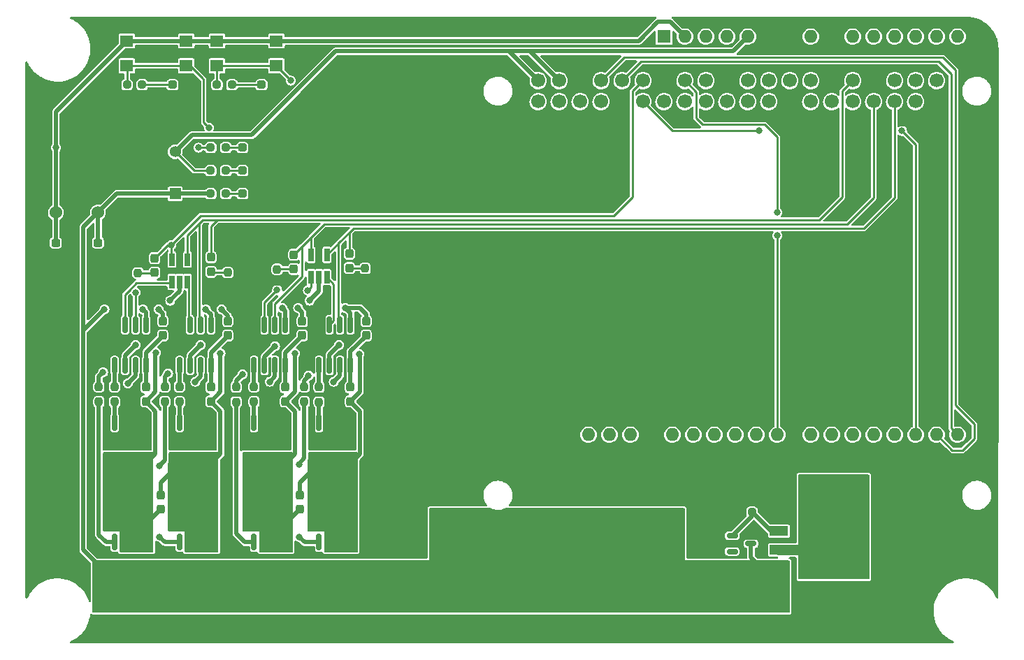
<source format=gtl>
G04 #@! TF.GenerationSoftware,KiCad,Pcbnew,(6.0.10)*
G04 #@! TF.CreationDate,2023-04-22T01:24:50-05:00*
G04 #@! TF.ProjectId,SignalStack_Board,5369676e-616c-4537-9461-636b5f426f61,rev?*
G04 #@! TF.SameCoordinates,Original*
G04 #@! TF.FileFunction,Copper,L1,Top*
G04 #@! TF.FilePolarity,Positive*
%FSLAX46Y46*%
G04 Gerber Fmt 4.6, Leading zero omitted, Abs format (unit mm)*
G04 Created by KiCad (PCBNEW (6.0.10)) date 2023-04-22 01:24:50*
%MOMM*%
%LPD*%
G01*
G04 APERTURE LIST*
G04 Aperture macros list*
%AMRoundRect*
0 Rectangle with rounded corners*
0 $1 Rounding radius*
0 $2 $3 $4 $5 $6 $7 $8 $9 X,Y pos of 4 corners*
0 Add a 4 corners polygon primitive as box body*
4,1,4,$2,$3,$4,$5,$6,$7,$8,$9,$2,$3,0*
0 Add four circle primitives for the rounded corners*
1,1,$1+$1,$2,$3*
1,1,$1+$1,$4,$5*
1,1,$1+$1,$6,$7*
1,1,$1+$1,$8,$9*
0 Add four rect primitives between the rounded corners*
20,1,$1+$1,$2,$3,$4,$5,0*
20,1,$1+$1,$4,$5,$6,$7,0*
20,1,$1+$1,$6,$7,$8,$9,0*
20,1,$1+$1,$8,$9,$2,$3,0*%
G04 Aperture macros list end*
G04 #@! TA.AperFunction,SMDPad,CuDef*
%ADD10RoundRect,0.237500X0.237500X-0.287500X0.237500X0.287500X-0.237500X0.287500X-0.237500X-0.287500X0*%
G04 #@! TD*
G04 #@! TA.AperFunction,SMDPad,CuDef*
%ADD11RoundRect,0.237500X-0.237500X0.300000X-0.237500X-0.300000X0.237500X-0.300000X0.237500X0.300000X0*%
G04 #@! TD*
G04 #@! TA.AperFunction,SMDPad,CuDef*
%ADD12RoundRect,0.237500X-0.237500X0.250000X-0.237500X-0.250000X0.237500X-0.250000X0.237500X0.250000X0*%
G04 #@! TD*
G04 #@! TA.AperFunction,SMDPad,CuDef*
%ADD13RoundRect,0.237500X-0.250000X-0.237500X0.250000X-0.237500X0.250000X0.237500X-0.250000X0.237500X0*%
G04 #@! TD*
G04 #@! TA.AperFunction,SMDPad,CuDef*
%ADD14RoundRect,0.237500X-0.300000X-0.237500X0.300000X-0.237500X0.300000X0.237500X-0.300000X0.237500X0*%
G04 #@! TD*
G04 #@! TA.AperFunction,SMDPad,CuDef*
%ADD15RoundRect,0.237500X0.287500X0.237500X-0.287500X0.237500X-0.287500X-0.237500X0.287500X-0.237500X0*%
G04 #@! TD*
G04 #@! TA.AperFunction,SMDPad,CuDef*
%ADD16R,1.600000X1.400000*%
G04 #@! TD*
G04 #@! TA.AperFunction,ComponentPad*
%ADD17C,1.700000*%
G04 #@! TD*
G04 #@! TA.AperFunction,SMDPad,CuDef*
%ADD18RoundRect,0.150000X-0.150000X0.825000X-0.150000X-0.825000X0.150000X-0.825000X0.150000X0.825000X0*%
G04 #@! TD*
G04 #@! TA.AperFunction,ComponentPad*
%ADD19R,1.600000X1.600000*%
G04 #@! TD*
G04 #@! TA.AperFunction,ComponentPad*
%ADD20C,1.600000*%
G04 #@! TD*
G04 #@! TA.AperFunction,SMDPad,CuDef*
%ADD21R,0.650000X1.560000*%
G04 #@! TD*
G04 #@! TA.AperFunction,SMDPad,CuDef*
%ADD22RoundRect,0.150000X-0.512500X-0.150000X0.512500X-0.150000X0.512500X0.150000X-0.512500X0.150000X0*%
G04 #@! TD*
G04 #@! TA.AperFunction,SMDPad,CuDef*
%ADD23RoundRect,0.237500X0.250000X0.237500X-0.250000X0.237500X-0.250000X-0.237500X0.250000X-0.237500X0*%
G04 #@! TD*
G04 #@! TA.AperFunction,SMDPad,CuDef*
%ADD24R,2.200000X1.200000*%
G04 #@! TD*
G04 #@! TA.AperFunction,SMDPad,CuDef*
%ADD25R,6.400000X5.800000*%
G04 #@! TD*
G04 #@! TA.AperFunction,ComponentPad*
%ADD26C,1.524000*%
G04 #@! TD*
G04 #@! TA.AperFunction,SMDPad,CuDef*
%ADD27RoundRect,0.237500X0.300000X0.237500X-0.300000X0.237500X-0.300000X-0.237500X0.300000X-0.237500X0*%
G04 #@! TD*
G04 #@! TA.AperFunction,ComponentPad*
%ADD28R,1.358000X1.358000*%
G04 #@! TD*
G04 #@! TA.AperFunction,ComponentPad*
%ADD29C,1.358000*%
G04 #@! TD*
G04 #@! TA.AperFunction,ComponentPad*
%ADD30O,1.600000X1.600000*%
G04 #@! TD*
G04 #@! TA.AperFunction,ComponentPad*
%ADD31O,5.100000X3.000000*%
G04 #@! TD*
G04 #@! TA.AperFunction,ViaPad*
%ADD32C,0.800000*%
G04 #@! TD*
G04 #@! TA.AperFunction,Conductor*
%ADD33C,0.508000*%
G04 #@! TD*
G04 #@! TA.AperFunction,Conductor*
%ADD34C,0.254000*%
G04 #@! TD*
G04 #@! TA.AperFunction,Conductor*
%ADD35C,0.250000*%
G04 #@! TD*
G04 #@! TA.AperFunction,Conductor*
%ADD36C,1.270000*%
G04 #@! TD*
G04 APERTURE END LIST*
D10*
X150368000Y-70512800D03*
X150368000Y-68762800D03*
D11*
X157353000Y-76790300D03*
X157353000Y-78515300D03*
D12*
X142748000Y-76716800D03*
X142748000Y-78541800D03*
D11*
X148336000Y-76790300D03*
X148336000Y-78515300D03*
D13*
X149051000Y-40132000D03*
X150876000Y-40132000D03*
D12*
X144526000Y-76740300D03*
X144526000Y-78565300D03*
X134747000Y-76740300D03*
X134747000Y-78565300D03*
D14*
X134646500Y-59309000D03*
X136371500Y-59309000D03*
D10*
X167132000Y-70526800D03*
X167132000Y-68776800D03*
D15*
X153877250Y-47752000D03*
X152127250Y-47752000D03*
D16*
X138132000Y-34822000D03*
X145332000Y-34822000D03*
X145332000Y-37822000D03*
X138132000Y-37822000D03*
D17*
X187960000Y-42164000D03*
X187960000Y-39624000D03*
X190500000Y-42164000D03*
X190500000Y-39624000D03*
X193040000Y-42164000D03*
X193040000Y-39624000D03*
X195580000Y-42164000D03*
X195580000Y-39624000D03*
X198120000Y-42164000D03*
X198120000Y-39624000D03*
X200660000Y-42164000D03*
X200660000Y-39624000D03*
X203200000Y-42164000D03*
X203200000Y-39624000D03*
X205740000Y-42164000D03*
X205740000Y-39624000D03*
X208280000Y-42164000D03*
X208280000Y-39624000D03*
X210820000Y-42164000D03*
X210820000Y-39624000D03*
X213360000Y-42164000D03*
X213360000Y-39624000D03*
X215900000Y-42164000D03*
X215900000Y-39624000D03*
X218440000Y-42164000D03*
X218440000Y-39624000D03*
X220980000Y-42164000D03*
X220980000Y-39624000D03*
X223520000Y-42164000D03*
X223520000Y-39624000D03*
X226060000Y-42164000D03*
X226060000Y-39624000D03*
X228600000Y-42164000D03*
X228600000Y-39624000D03*
X231140000Y-42164000D03*
X231140000Y-39624000D03*
X233680000Y-42164000D03*
X233680000Y-39624000D03*
X236220000Y-42164000D03*
X236220000Y-39624000D03*
D12*
X161417000Y-76763800D03*
X161417000Y-78588800D03*
D18*
X148336000Y-81091000D03*
X147066000Y-81091000D03*
X145796000Y-81091000D03*
X144526000Y-81091000D03*
X144526000Y-86041000D03*
X145796000Y-86041000D03*
X147066000Y-86041000D03*
X148336000Y-86041000D03*
X157353000Y-81091000D03*
X156083000Y-81091000D03*
X154813000Y-81091000D03*
X153543000Y-81091000D03*
X153543000Y-86041000D03*
X154813000Y-86041000D03*
X156083000Y-86041000D03*
X157353000Y-86041000D03*
X148336000Y-95569000D03*
X147066000Y-95569000D03*
X145796000Y-95569000D03*
X144526000Y-95569000D03*
X144526000Y-100519000D03*
X145796000Y-100519000D03*
X147066000Y-100519000D03*
X148336000Y-100519000D03*
D15*
X153891250Y-50546000D03*
X152141250Y-50546000D03*
D19*
X204470000Y-92710000D03*
D20*
X204470000Y-90210000D03*
D18*
X157353000Y-69208800D03*
X156083000Y-69208800D03*
X154813000Y-69208800D03*
X153543000Y-69208800D03*
X153543000Y-74158800D03*
X154813000Y-74158800D03*
X156083000Y-74158800D03*
X157353000Y-74158800D03*
D19*
X176022000Y-92876379D03*
D20*
X176022000Y-90376379D03*
D15*
X156210000Y-40132000D03*
X154460000Y-40132000D03*
D12*
X153543000Y-76740300D03*
X153543000Y-78565300D03*
X139471750Y-61117300D03*
X139471750Y-62942300D03*
D11*
X159131000Y-89871300D03*
X159131000Y-91596300D03*
X165227000Y-76790300D03*
X165227000Y-78515300D03*
D21*
X145476000Y-61338300D03*
X144526000Y-61338300D03*
X143576000Y-61338300D03*
X143576000Y-64038300D03*
X144526000Y-64038300D03*
X145476000Y-64038300D03*
D13*
X148293750Y-47752000D03*
X150118750Y-47752000D03*
D12*
X156337000Y-60673000D03*
X156337000Y-62498000D03*
D18*
X165227000Y-95569000D03*
X163957000Y-95569000D03*
X162687000Y-95569000D03*
X161417000Y-95569000D03*
X161417000Y-100519000D03*
X162687000Y-100519000D03*
X163957000Y-100519000D03*
X165227000Y-100519000D03*
D12*
X136652000Y-76740300D03*
X136652000Y-78565300D03*
D21*
X162367000Y-60753000D03*
X161417000Y-60753000D03*
X160467000Y-60753000D03*
X160467000Y-63453000D03*
X161417000Y-63453000D03*
X162367000Y-63453000D03*
D18*
X165227000Y-69208800D03*
X163957000Y-69208800D03*
X162687000Y-69208800D03*
X161417000Y-69208800D03*
X161417000Y-74158800D03*
X162687000Y-74158800D03*
X163957000Y-74158800D03*
X165227000Y-74158800D03*
D11*
X140462000Y-76790300D03*
X140462000Y-78515300D03*
D16*
X149054000Y-34822000D03*
X156254000Y-34822000D03*
X149054000Y-37822000D03*
X156254000Y-37822000D03*
D22*
X211460500Y-94808000D03*
X211460500Y-96708000D03*
X213735500Y-95758000D03*
D23*
X150118750Y-53340000D03*
X148293750Y-53340000D03*
D12*
X159639000Y-76740300D03*
X159639000Y-78565300D03*
D15*
X145401000Y-40132000D03*
X143651000Y-40132000D03*
D11*
X142240000Y-89871300D03*
X142240000Y-91596300D03*
D10*
X142494000Y-70512800D03*
X142494000Y-68762800D03*
D18*
X157353000Y-95569000D03*
X156083000Y-95569000D03*
X154813000Y-95569000D03*
X153543000Y-95569000D03*
X153543000Y-100519000D03*
X154813000Y-100519000D03*
X156083000Y-100519000D03*
X157353000Y-100519000D03*
D24*
X217117000Y-94240000D03*
X217117000Y-96520000D03*
D25*
X223417000Y-96520000D03*
D24*
X217117000Y-98800000D03*
D19*
X194310000Y-92710000D03*
D20*
X194310000Y-90210000D03*
D10*
X141503750Y-62890800D03*
X141503750Y-61140800D03*
D12*
X167005000Y-60555500D03*
X167005000Y-62380500D03*
D13*
X212043000Y-91948000D03*
X213868000Y-91948000D03*
D18*
X140462000Y-81091000D03*
X139192000Y-81091000D03*
X137922000Y-81091000D03*
X136652000Y-81091000D03*
X136652000Y-86041000D03*
X137922000Y-86041000D03*
X139192000Y-86041000D03*
X140462000Y-86041000D03*
X140462000Y-69208800D03*
X139192000Y-69208800D03*
X137922000Y-69208800D03*
X136652000Y-69208800D03*
X136652000Y-74158800D03*
X137922000Y-74158800D03*
X139192000Y-74158800D03*
X140462000Y-74158800D03*
D15*
X153891250Y-53340000D03*
X152141250Y-53340000D03*
D12*
X150368000Y-61063500D03*
X150368000Y-62888500D03*
D10*
X148336000Y-62801300D03*
X148336000Y-61051300D03*
D13*
X138152500Y-40117500D03*
X139977500Y-40117500D03*
D12*
X151384000Y-76763800D03*
X151384000Y-78588800D03*
D10*
X165100000Y-62343000D03*
X165100000Y-60593000D03*
D26*
X134620000Y-55626000D03*
X132080000Y-55626000D03*
X129540000Y-55626000D03*
D27*
X129513500Y-59309000D03*
X127788500Y-59309000D03*
D10*
X158369000Y-62470000D03*
X158369000Y-60720000D03*
D18*
X148336000Y-69208800D03*
X147066000Y-69208800D03*
X145796000Y-69208800D03*
X144526000Y-69208800D03*
X144526000Y-74158800D03*
X145796000Y-74158800D03*
X147066000Y-74158800D03*
X148336000Y-74158800D03*
D28*
X143990000Y-53340000D03*
D29*
X143990000Y-50800000D03*
X143990000Y-48260000D03*
D10*
X159385000Y-70526800D03*
X159385000Y-68776800D03*
D18*
X140462000Y-95569000D03*
X139192000Y-95569000D03*
X137922000Y-95569000D03*
X136652000Y-95569000D03*
X136652000Y-100519000D03*
X137922000Y-100519000D03*
X139192000Y-100519000D03*
X140462000Y-100519000D03*
D13*
X148293750Y-50546000D03*
X150118750Y-50546000D03*
D19*
X203200000Y-34290000D03*
D30*
X205740000Y-34290000D03*
X208280000Y-34290000D03*
X210820000Y-34290000D03*
X213360000Y-34290000D03*
X215900000Y-34290000D03*
X218440000Y-34290000D03*
X220980000Y-34290000D03*
X226060000Y-34290000D03*
X228600000Y-34290000D03*
X231140000Y-34290000D03*
X233680000Y-34290000D03*
X236220000Y-34290000D03*
X238760000Y-34290000D03*
X238760000Y-82550000D03*
X236220000Y-82550000D03*
X233680000Y-82550000D03*
X231140000Y-82550000D03*
X228600000Y-82550000D03*
X226060000Y-82550000D03*
X223520000Y-82550000D03*
X220980000Y-82550000D03*
X216920000Y-82550000D03*
X214380000Y-82550000D03*
X211840000Y-82550000D03*
X209300000Y-82550000D03*
X206760000Y-82550000D03*
X204220000Y-82550000D03*
X201680000Y-82550000D03*
X199140000Y-82550000D03*
X196600000Y-82550000D03*
X194060000Y-82550000D03*
D18*
X165227000Y-81091000D03*
X163957000Y-81091000D03*
X162687000Y-81091000D03*
X161417000Y-81091000D03*
X161417000Y-86041000D03*
X162687000Y-86041000D03*
X163957000Y-86041000D03*
X165227000Y-86041000D03*
D31*
X146177000Y-89853800D03*
X138303000Y-89853800D03*
X231267000Y-89534000D03*
X223393000Y-89534000D03*
X162941000Y-89853800D03*
X155067000Y-89853800D03*
D32*
X164592000Y-67183000D03*
X135423800Y-67351800D03*
X140081000Y-67351800D03*
X141986000Y-67351800D03*
X156972000Y-67188714D03*
X149606000Y-67351800D03*
X147701000Y-67351800D03*
X158877000Y-67183000D03*
X156083000Y-83621800D03*
X154813000Y-83621800D03*
X139192000Y-83621800D03*
X144399000Y-71161800D03*
X145796000Y-83621800D03*
X163957000Y-83621800D03*
X147066000Y-83621800D03*
X161417000Y-71683800D03*
X144526000Y-83621800D03*
X144526000Y-59690000D03*
X137922000Y-83621800D03*
X148336000Y-83621800D03*
X161417000Y-83621800D03*
X161417000Y-59055000D03*
X136652000Y-71683800D03*
X140462000Y-83621800D03*
X157353000Y-83621800D03*
X162687000Y-83621800D03*
X165227000Y-83621800D03*
X153543000Y-71683800D03*
X136652000Y-83621800D03*
X153543000Y-83621800D03*
X198120000Y-46990000D03*
X160274000Y-66294000D03*
X146812000Y-47752000D03*
X129540000Y-47752000D03*
X143383000Y-66294000D03*
X147066000Y-71683800D03*
X149479000Y-72699800D03*
X166306500Y-72763300D03*
X163830000Y-71683800D03*
X141637016Y-72604816D03*
X139192000Y-71683800D03*
X158496000Y-72699800D03*
X156083000Y-71810800D03*
X142113000Y-94924800D03*
X142113000Y-86288800D03*
X159004000Y-86161800D03*
X159004000Y-94924800D03*
X143129000Y-75112800D03*
X146431000Y-76128800D03*
X163195000Y-76128800D03*
X160147000Y-75366800D03*
X135255000Y-74985800D03*
X138239500Y-76319300D03*
X152146000Y-75239800D03*
X155448000Y-76128800D03*
X214757000Y-45720000D03*
X232029000Y-45720000D03*
X216916000Y-58420000D03*
X216916000Y-55626000D03*
X157988000Y-39624000D03*
X139218614Y-65304614D03*
X143510000Y-59563000D03*
X160059539Y-65039816D03*
X156337000Y-65024000D03*
X148082000Y-45339000D03*
D33*
X142494000Y-67859800D02*
X142494000Y-68762800D01*
X164592000Y-67183000D02*
X166370000Y-67183000D01*
X143990000Y-53340000D02*
X136906000Y-53340000D01*
X134646500Y-55652500D02*
X134620000Y-55626000D01*
X143990000Y-53340000D02*
X148293750Y-53340000D01*
X150368000Y-68113800D02*
X150368000Y-68762800D01*
X132842000Y-96520000D02*
X132842000Y-69933600D01*
X213735500Y-97391500D02*
X215144000Y-98800000D01*
X147701000Y-67351800D02*
X148336000Y-67986800D01*
X132842000Y-57404000D02*
X132842000Y-69933600D01*
X149606000Y-67351800D02*
X150368000Y-68113800D01*
X132842000Y-69933600D02*
X135423800Y-67351800D01*
X141986000Y-67351800D02*
X142494000Y-67859800D01*
X148336000Y-67986800D02*
X148336000Y-69208800D01*
X159385000Y-67691000D02*
X159385000Y-68776800D01*
X215144000Y-98800000D02*
X217117000Y-98800000D01*
X134874000Y-98552000D02*
X132842000Y-96520000D01*
X136906000Y-53340000D02*
X134620000Y-55626000D01*
X167132000Y-67945000D02*
X167132000Y-68776800D01*
X158877000Y-67183000D02*
X159385000Y-67691000D01*
X134646500Y-59309000D02*
X134646500Y-55652500D01*
X140081000Y-67351800D02*
X140462000Y-67732800D01*
X134620000Y-55626000D02*
X132842000Y-57404000D01*
X157353000Y-67569714D02*
X157353000Y-69208800D01*
X164592000Y-67183000D02*
X165227000Y-67818000D01*
X134620000Y-59335500D02*
X134646500Y-59309000D01*
X140462000Y-67732800D02*
X140462000Y-69208800D01*
X166370000Y-67183000D02*
X167132000Y-67945000D01*
X165227000Y-67818000D02*
X165227000Y-69208800D01*
X213735500Y-95758000D02*
X213735500Y-97391500D01*
X156972000Y-67188714D02*
X157353000Y-67569714D01*
D34*
X161417000Y-60753000D02*
X161417000Y-59055000D01*
X144526000Y-61338300D02*
X144526000Y-59690000D01*
D33*
X129540000Y-55626000D02*
X129540000Y-47752000D01*
D34*
X148293750Y-47752000D02*
X146812000Y-47752000D01*
D33*
X160655000Y-65913000D02*
X160274000Y-66294000D01*
X161417000Y-65151000D02*
X161417000Y-63453000D01*
X129540000Y-55626000D02*
X129540000Y-59282500D01*
X144526000Y-65151000D02*
X143383000Y-66294000D01*
X161417000Y-65151000D02*
X160655000Y-65913000D01*
X149054000Y-34822000D02*
X145332000Y-34822000D01*
X203962000Y-32512000D02*
X202438000Y-32512000D01*
X205740000Y-34290000D02*
X203962000Y-32512000D01*
X129540000Y-43414000D02*
X138132000Y-34822000D01*
X138132000Y-34822000D02*
X145332000Y-34822000D01*
X200128000Y-34822000D02*
X156254000Y-34822000D01*
X149054000Y-34822000D02*
X156254000Y-34822000D01*
X144526000Y-64038300D02*
X144526000Y-65151000D01*
X129540000Y-59282500D02*
X129513500Y-59309000D01*
X129540000Y-47752000D02*
X129540000Y-43414000D01*
X202438000Y-32512000D02*
X200128000Y-34822000D01*
X148336000Y-74158800D02*
X148336000Y-76790300D01*
X150368000Y-70512800D02*
X150368000Y-70540800D01*
X148336000Y-72572800D02*
X148336000Y-74158800D01*
X150368000Y-70540800D02*
X148336000Y-72572800D01*
X145796000Y-72953800D02*
X147066000Y-71683800D01*
X145796000Y-74158800D02*
X145796000Y-72953800D01*
X148336000Y-78515300D02*
X148336000Y-78541800D01*
X149479000Y-72699800D02*
X149479000Y-77372300D01*
X142240000Y-88327000D02*
X144526000Y-86041000D01*
X149479000Y-79684800D02*
X149479000Y-84898000D01*
X142240000Y-89871300D02*
X142240000Y-88327000D01*
X149479000Y-84898000D02*
X148336000Y-86041000D01*
X149479000Y-77372300D02*
X148336000Y-78515300D01*
X148336000Y-78541800D02*
X149479000Y-79684800D01*
X167132000Y-70526800D02*
X167132000Y-70540800D01*
X165227000Y-74158800D02*
X165227000Y-76790300D01*
X167132000Y-70540800D02*
X165227000Y-72445800D01*
X165227000Y-72445800D02*
X165227000Y-74158800D01*
X159131000Y-89871300D02*
X159131000Y-88327000D01*
X166370000Y-84898000D02*
X165227000Y-86041000D01*
X165227000Y-78541800D02*
X166370000Y-79684800D01*
X166370000Y-72826800D02*
X166306500Y-72763300D01*
X162687000Y-74158800D02*
X162687000Y-72826800D01*
X165227000Y-78515300D02*
X165227000Y-78541800D01*
X166370000Y-77372300D02*
X166370000Y-72826800D01*
X159131000Y-88327000D02*
X161417000Y-86041000D01*
X162687000Y-72826800D02*
X163830000Y-71683800D01*
X166370000Y-79684800D02*
X166370000Y-84898000D01*
X165227000Y-78515300D02*
X166370000Y-77372300D01*
X142494000Y-70512800D02*
X142494000Y-70540800D01*
X140462000Y-74158800D02*
X140462000Y-76790300D01*
X142494000Y-70540800D02*
X140462000Y-72572800D01*
X140462000Y-72572800D02*
X140462000Y-74158800D01*
X157353000Y-72572800D02*
X157353000Y-74158800D01*
X159385000Y-70540800D02*
X157353000Y-72572800D01*
X157353000Y-74158800D02*
X157353000Y-76790300D01*
X159385000Y-70526800D02*
X159385000Y-70540800D01*
D34*
X152127250Y-47752000D02*
X150118750Y-47752000D01*
X152141250Y-53340000D02*
X150118750Y-53340000D01*
X152141250Y-50546000D02*
X150118750Y-50546000D01*
X148423200Y-62888500D02*
X148336000Y-62801300D01*
X150368000Y-62888500D02*
X148423200Y-62888500D01*
D33*
X140462000Y-93374300D02*
X142240000Y-91596300D01*
X141605000Y-84898000D02*
X140462000Y-86041000D01*
X137922000Y-74158800D02*
X137922000Y-72953800D01*
X141637016Y-72604816D02*
X141605000Y-72636832D01*
X140462000Y-78541800D02*
X141605000Y-79684800D01*
X140462000Y-78515300D02*
X140462000Y-78541800D01*
X140462000Y-95569000D02*
X140462000Y-93374300D01*
X141605000Y-79684800D02*
X141605000Y-84898000D01*
X141605000Y-77372300D02*
X140462000Y-78515300D01*
X137922000Y-72953800D02*
X139192000Y-71683800D01*
X141605000Y-72636832D02*
X141605000Y-77372300D01*
D34*
X167019000Y-62394500D02*
X167132000Y-62394500D01*
X165100000Y-62343000D02*
X166967500Y-62343000D01*
X166967500Y-62343000D02*
X167019000Y-62394500D01*
D33*
X154813000Y-74158800D02*
X154813000Y-73080800D01*
X158496000Y-77372300D02*
X157353000Y-78515300D01*
X157353000Y-78515300D02*
X157353000Y-78541800D01*
X154813000Y-73080800D02*
X156083000Y-71810800D01*
X157353000Y-93374300D02*
X159131000Y-91596300D01*
X157353000Y-78541800D02*
X158496000Y-79684800D01*
X158496000Y-79684800D02*
X158496000Y-84898000D01*
X158496000Y-72699800D02*
X158496000Y-77372300D01*
X157353000Y-95569000D02*
X157353000Y-93374300D01*
X158496000Y-84898000D02*
X157353000Y-86041000D01*
D34*
X141452250Y-62942300D02*
X141503750Y-62890800D01*
X139471750Y-62942300D02*
X141452250Y-62942300D01*
X146939000Y-56896000D02*
X147002500Y-56832500D01*
X224790000Y-40894000D02*
X224790000Y-53721000D01*
X146939000Y-69081800D02*
X146939000Y-56896000D01*
X145476000Y-58359000D02*
X147002500Y-56832500D01*
X147066000Y-69208800D02*
X146939000Y-69081800D01*
X148336000Y-61051300D02*
X148336000Y-57277000D01*
X145476000Y-61338300D02*
X145476000Y-58359000D01*
X148336000Y-57277000D02*
X149098000Y-56515000D01*
X226060000Y-39624000D02*
X224790000Y-40894000D01*
X146939000Y-62801300D02*
X146939000Y-64303800D01*
X224790000Y-53721000D02*
X221996000Y-56515000D01*
X147005000Y-69147800D02*
X147066000Y-69208800D01*
X147320000Y-56515000D02*
X149098000Y-56515000D01*
X147002500Y-56832500D02*
X147320000Y-56515000D01*
X221996000Y-56515000D02*
X149098000Y-56515000D01*
X148369000Y-61018300D02*
X148336000Y-61051300D01*
X158369000Y-62470000D02*
X156365000Y-62470000D01*
X156365000Y-62470000D02*
X156337000Y-62498000D01*
X165608000Y-57531000D02*
X227457000Y-57531000D01*
X163957000Y-59182000D02*
X165290500Y-57848500D01*
X162367000Y-60753000D02*
X162386000Y-60753000D01*
X165290500Y-57848500D02*
X165608000Y-57531000D01*
X162386000Y-60753000D02*
X163957000Y-59182000D01*
X165100000Y-58039000D02*
X165290500Y-57848500D01*
X163790000Y-59349000D02*
X163957000Y-59182000D01*
X165100000Y-60593000D02*
X165100000Y-58039000D01*
X163790000Y-69041800D02*
X163790000Y-59349000D01*
X227457000Y-57531000D02*
X231140000Y-53848000D01*
X231140000Y-53848000D02*
X231140000Y-42164000D01*
X163957000Y-69208800D02*
X163790000Y-69041800D01*
D33*
X216160000Y-94240000D02*
X213868000Y-91948000D01*
X217117000Y-94240000D02*
X216160000Y-94240000D01*
X213868000Y-91948000D02*
X213868000Y-92400500D01*
X213868000Y-92400500D02*
X211460500Y-94808000D01*
X190500000Y-39624000D02*
X186944000Y-36068000D01*
D34*
X148293750Y-50546000D02*
X146276000Y-50546000D01*
X146276000Y-50546000D02*
X143990000Y-48260000D01*
D33*
X153289000Y-46228000D02*
X146022000Y-46228000D01*
X211582000Y-36068000D02*
X186690000Y-36068000D01*
X213360000Y-34290000D02*
X211582000Y-36068000D01*
X186690000Y-36068000D02*
X184404000Y-36068000D01*
X163449000Y-36068000D02*
X153289000Y-46228000D01*
X184404000Y-36068000D02*
X163449000Y-36068000D01*
X146022000Y-46228000D02*
X143990000Y-48260000D01*
X187960000Y-39624000D02*
X184404000Y-36068000D01*
X186944000Y-36068000D02*
X186690000Y-36068000D01*
X144526000Y-95569000D02*
X142757200Y-95569000D01*
X142757200Y-95569000D02*
X142113000Y-94924800D01*
X142748000Y-78541800D02*
X142748000Y-85399800D01*
X142748000Y-85653800D02*
X142113000Y-86288800D01*
X142748000Y-85399800D02*
X142748000Y-85653800D01*
X144526000Y-78565300D02*
X144526000Y-81091000D01*
X159004000Y-86034800D02*
X159004000Y-86161800D01*
X159639000Y-78565300D02*
X159639000Y-85399800D01*
X159639000Y-85399800D02*
X159004000Y-86034800D01*
X159648200Y-95569000D02*
X159004000Y-94924800D01*
X161417000Y-95569000D02*
X159648200Y-95569000D01*
X161417000Y-78588800D02*
X161417000Y-81091000D01*
X136652000Y-95569000D02*
X135645200Y-95569000D01*
X134747000Y-94670800D02*
X134747000Y-78565300D01*
X135645200Y-95569000D02*
X134747000Y-94670800D01*
X136652000Y-78565300D02*
X136652000Y-81091000D01*
X151384000Y-94543800D02*
X152409200Y-95569000D01*
X151384000Y-78588800D02*
X151384000Y-94543800D01*
X152409200Y-95569000D02*
X153543000Y-95569000D01*
X153543000Y-78565300D02*
X153543000Y-81091000D01*
X142748000Y-75493800D02*
X142748000Y-76716800D01*
X143129000Y-75112800D02*
X142748000Y-75493800D01*
X147066000Y-74158800D02*
X147066000Y-75493800D01*
X147066000Y-75493800D02*
X146431000Y-76128800D01*
X144526000Y-74158800D02*
X144526000Y-76740300D01*
X163957000Y-75366800D02*
X163195000Y-76128800D01*
X160147000Y-75493800D02*
X159639000Y-76001800D01*
X159639000Y-76001800D02*
X159639000Y-76740300D01*
X163957000Y-74158800D02*
X163957000Y-75366800D01*
X160147000Y-75366800D02*
X160147000Y-75493800D01*
X161417000Y-74158800D02*
X161417000Y-76763800D01*
X135255000Y-74985800D02*
X134747000Y-75493800D01*
X139192000Y-75366800D02*
X138239500Y-76319300D01*
X134747000Y-75493800D02*
X134747000Y-76740300D01*
X139192000Y-74158800D02*
X139192000Y-75366800D01*
X136652000Y-74158800D02*
X136652000Y-76740300D01*
X156083000Y-74158800D02*
X156083000Y-75493800D01*
X151384000Y-76001800D02*
X151384000Y-76763800D01*
X152146000Y-75239800D02*
X151384000Y-76001800D01*
X156083000Y-75493800D02*
X155448000Y-76128800D01*
X153543000Y-74158800D02*
X153543000Y-76740300D01*
D34*
X154460000Y-40132000D02*
X150876000Y-40132000D01*
D35*
X204216000Y-45720000D02*
X214757000Y-45720000D01*
X232029000Y-45720000D02*
X233680000Y-47371000D01*
X233680000Y-47371000D02*
X233680000Y-82550000D01*
X200660000Y-42164000D02*
X204216000Y-45720000D01*
D34*
X207103000Y-44162000D02*
X207391000Y-44450000D01*
D35*
X216920000Y-58424000D02*
X216916000Y-58420000D01*
D34*
X205740000Y-39624000D02*
X207103000Y-40987000D01*
D35*
X216920000Y-82550000D02*
X216920000Y-58424000D01*
X216916000Y-46482000D02*
X215392000Y-44958000D01*
X216916000Y-55626000D02*
X216916000Y-46482000D01*
X215392000Y-44958000D02*
X207899000Y-44958000D01*
D34*
X207103000Y-40987000D02*
X207103000Y-44162000D01*
D35*
X207899000Y-44958000D02*
X207391000Y-44450000D01*
D34*
X236220000Y-82550000D02*
X238125000Y-84455000D01*
X202946000Y-36830000D02*
X222504000Y-36830000D01*
X236982000Y-36830000D02*
X238506000Y-38354000D01*
X238506000Y-78994000D02*
X240792000Y-81280000D01*
X240792000Y-81280000D02*
X240792000Y-83058000D01*
X240792000Y-83058000D02*
X239522000Y-84328000D01*
X239522000Y-84328000D02*
X239395000Y-84455000D01*
X198374000Y-36830000D02*
X202946000Y-36830000D01*
X238125000Y-84455000D02*
X238633000Y-84455000D01*
X195580000Y-39624000D02*
X198374000Y-36830000D01*
X238506000Y-38354000D02*
X238506000Y-40640000D01*
X222504000Y-36830000D02*
X236982000Y-36830000D01*
X238506000Y-40640000D02*
X238506000Y-78994000D01*
X239395000Y-84455000D02*
X238633000Y-84455000D01*
X139977500Y-40117500D02*
X143636500Y-40117500D01*
X143636500Y-40117500D02*
X143651000Y-40132000D01*
X237998000Y-81788000D02*
X238760000Y-82550000D01*
X237998000Y-38862000D02*
X237998000Y-81788000D01*
X198120000Y-39624000D02*
X200406000Y-37338000D01*
X236474000Y-37338000D02*
X237998000Y-38862000D01*
X200406000Y-37338000D02*
X236474000Y-37338000D01*
D36*
X217117000Y-96520000D02*
X223417000Y-96520000D01*
D34*
X157988000Y-39624000D02*
X157988000Y-39556000D01*
X149051000Y-40132000D02*
X149051000Y-37825000D01*
X149054000Y-37822000D02*
X156254000Y-37822000D01*
X157988000Y-39556000D02*
X156254000Y-37822000D01*
X149051000Y-37825000D02*
X149054000Y-37822000D01*
X199390000Y-40894000D02*
X199390000Y-53721000D01*
X147066000Y-56007000D02*
X143510000Y-59563000D01*
X197104000Y-56007000D02*
X147066000Y-56007000D01*
X143378500Y-61140800D02*
X143576000Y-61338300D01*
X141490000Y-61140800D02*
X141503750Y-61140800D01*
X200660000Y-39624000D02*
X199390000Y-40894000D01*
X199390000Y-53721000D02*
X197104000Y-56007000D01*
X139192000Y-65331228D02*
X139218614Y-65304614D01*
X143510000Y-59563000D02*
X143510000Y-61272300D01*
X141470750Y-61107800D02*
X141503750Y-61140800D01*
X143510000Y-59563000D02*
X143081550Y-59563000D01*
X143081550Y-59563000D02*
X141503750Y-61140800D01*
X143510000Y-61272300D02*
X143576000Y-61338300D01*
X139192000Y-69208800D02*
X139192000Y-65331228D01*
X156083000Y-66675000D02*
X159385000Y-63373000D01*
X159455500Y-59633500D02*
X158369000Y-60720000D01*
X158369000Y-60325000D02*
X158369000Y-60720000D01*
X228600000Y-53848000D02*
X225425000Y-57023000D01*
X162066000Y-57023000D02*
X160471500Y-58617500D01*
X158344800Y-60695800D02*
X158369000Y-60720000D01*
D35*
X158661000Y-60753000D02*
X158628000Y-60720000D01*
D34*
X160467000Y-58622000D02*
X160471500Y-58617500D01*
X156083000Y-69208800D02*
X156083000Y-66675000D01*
X225425000Y-57023000D02*
X162066000Y-57023000D01*
X159385000Y-63373000D02*
X159385000Y-59704000D01*
X228600000Y-42164000D02*
X228600000Y-53848000D01*
X160471500Y-58617500D02*
X159455500Y-59633500D01*
X160467000Y-60753000D02*
X160467000Y-58622000D01*
X159385000Y-59704000D02*
X159455500Y-59633500D01*
X145476000Y-64038300D02*
X145669000Y-64231300D01*
X145669000Y-64231300D02*
X145669000Y-69081800D01*
X145669000Y-69081800D02*
X145796000Y-69208800D01*
X163195000Y-68700800D02*
X163195000Y-64281000D01*
X163195000Y-64281000D02*
X162367000Y-63453000D01*
X162687000Y-69208800D02*
X163195000Y-68700800D01*
X143437500Y-64176800D02*
X143576000Y-64038300D01*
X137922000Y-66970800D02*
X137922000Y-65573800D01*
X139319000Y-64176800D02*
X138430000Y-65065800D01*
X142113000Y-64176800D02*
X139319000Y-64176800D01*
X137922000Y-65573800D02*
X138430000Y-65065800D01*
X137922000Y-69208800D02*
X137922000Y-66970800D01*
X142113000Y-64176800D02*
X143437500Y-64176800D01*
X154813000Y-66548000D02*
X154813000Y-69208800D01*
X156337000Y-65024000D02*
X154813000Y-66548000D01*
X160059539Y-65039816D02*
X160467000Y-64632355D01*
X160467000Y-64632355D02*
X160467000Y-63453000D01*
X147447000Y-41910000D02*
X147447000Y-44704000D01*
X138152500Y-40117500D02*
X138152500Y-37842500D01*
X145772000Y-37822000D02*
X147320000Y-39370000D01*
X138152500Y-37842500D02*
X138132000Y-37822000D01*
X145332000Y-37822000D02*
X145772000Y-37822000D01*
X147320000Y-39370000D02*
X147447000Y-39497000D01*
X147447000Y-44704000D02*
X148082000Y-45339000D01*
X147447000Y-39497000D02*
X147447000Y-41910000D01*
X138132000Y-37822000D02*
X145332000Y-37822000D01*
G04 #@! TA.AperFunction,Conductor*
G36*
X202238627Y-31890463D02*
G01*
X202285120Y-31944119D01*
X202295224Y-32014393D01*
X202265730Y-32078973D01*
X202225048Y-32110044D01*
X202188137Y-32127769D01*
X202179647Y-32131846D01*
X202174351Y-32136742D01*
X202174215Y-32136834D01*
X202167834Y-32140148D01*
X202162746Y-32144494D01*
X202125164Y-32182076D01*
X202121599Y-32185506D01*
X202079288Y-32224617D01*
X202075570Y-32231017D01*
X202069963Y-32237277D01*
X199976645Y-34330595D01*
X199914333Y-34364621D01*
X199887550Y-34367500D01*
X157380500Y-34367500D01*
X157312379Y-34347498D01*
X157265886Y-34293842D01*
X157254500Y-34241500D01*
X157254500Y-34102252D01*
X157251486Y-34087099D01*
X157245288Y-34055939D01*
X157245288Y-34055938D01*
X157242867Y-34043769D01*
X157198552Y-33977448D01*
X157132231Y-33933133D01*
X157120062Y-33930712D01*
X157120061Y-33930712D01*
X157079816Y-33922707D01*
X157073748Y-33921500D01*
X155434252Y-33921500D01*
X155428184Y-33922707D01*
X155387939Y-33930712D01*
X155387938Y-33930712D01*
X155375769Y-33933133D01*
X155309448Y-33977448D01*
X155265133Y-34043769D01*
X155262712Y-34055938D01*
X155262712Y-34055939D01*
X155256514Y-34087099D01*
X155253500Y-34102252D01*
X155253500Y-34241500D01*
X155233498Y-34309621D01*
X155179842Y-34356114D01*
X155127500Y-34367500D01*
X150180500Y-34367500D01*
X150112379Y-34347498D01*
X150065886Y-34293842D01*
X150054500Y-34241500D01*
X150054500Y-34102252D01*
X150051486Y-34087099D01*
X150045288Y-34055939D01*
X150045288Y-34055938D01*
X150042867Y-34043769D01*
X149998552Y-33977448D01*
X149932231Y-33933133D01*
X149920062Y-33930712D01*
X149920061Y-33930712D01*
X149879816Y-33922707D01*
X149873748Y-33921500D01*
X148234252Y-33921500D01*
X148228184Y-33922707D01*
X148187939Y-33930712D01*
X148187938Y-33930712D01*
X148175769Y-33933133D01*
X148109448Y-33977448D01*
X148065133Y-34043769D01*
X148062712Y-34055938D01*
X148062712Y-34055939D01*
X148056514Y-34087099D01*
X148053500Y-34102252D01*
X148053500Y-34241500D01*
X148033498Y-34309621D01*
X147979842Y-34356114D01*
X147927500Y-34367500D01*
X146458500Y-34367500D01*
X146390379Y-34347498D01*
X146343886Y-34293842D01*
X146332500Y-34241500D01*
X146332500Y-34102252D01*
X146329486Y-34087099D01*
X146323288Y-34055939D01*
X146323288Y-34055938D01*
X146320867Y-34043769D01*
X146276552Y-33977448D01*
X146210231Y-33933133D01*
X146198062Y-33930712D01*
X146198061Y-33930712D01*
X146157816Y-33922707D01*
X146151748Y-33921500D01*
X144512252Y-33921500D01*
X144506184Y-33922707D01*
X144465939Y-33930712D01*
X144465938Y-33930712D01*
X144453769Y-33933133D01*
X144387448Y-33977448D01*
X144343133Y-34043769D01*
X144340712Y-34055938D01*
X144340712Y-34055939D01*
X144334514Y-34087099D01*
X144331500Y-34102252D01*
X144331500Y-34241500D01*
X144311498Y-34309621D01*
X144257842Y-34356114D01*
X144205500Y-34367500D01*
X139258500Y-34367500D01*
X139190379Y-34347498D01*
X139143886Y-34293842D01*
X139132500Y-34241500D01*
X139132500Y-34102252D01*
X139129486Y-34087099D01*
X139123288Y-34055939D01*
X139123288Y-34055938D01*
X139120867Y-34043769D01*
X139076552Y-33977448D01*
X139010231Y-33933133D01*
X138998062Y-33930712D01*
X138998061Y-33930712D01*
X138957816Y-33922707D01*
X138951748Y-33921500D01*
X137312252Y-33921500D01*
X137306184Y-33922707D01*
X137265939Y-33930712D01*
X137265938Y-33930712D01*
X137253769Y-33933133D01*
X137187448Y-33977448D01*
X137143133Y-34043769D01*
X137140712Y-34055938D01*
X137140712Y-34055939D01*
X137134514Y-34087099D01*
X137131500Y-34102252D01*
X137131500Y-35127550D01*
X137111498Y-35195671D01*
X137094595Y-35216645D01*
X129242989Y-43068251D01*
X129231900Y-43078106D01*
X129204941Y-43099359D01*
X129199587Y-43107106D01*
X129171258Y-43148094D01*
X129168976Y-43151287D01*
X129133791Y-43198924D01*
X129131377Y-43205797D01*
X129127236Y-43211789D01*
X129109374Y-43268270D01*
X129108129Y-43271999D01*
X129088507Y-43327874D01*
X129088224Y-43335078D01*
X129088191Y-43335249D01*
X129086025Y-43342097D01*
X129085500Y-43348768D01*
X129085500Y-43401938D01*
X129085403Y-43406884D01*
X129083142Y-43464437D01*
X129085039Y-43471592D01*
X129085500Y-43479967D01*
X129085500Y-47315114D01*
X129065498Y-47383235D01*
X129059463Y-47391818D01*
X129015464Y-47449159D01*
X128954956Y-47595238D01*
X128934318Y-47752000D01*
X128954956Y-47908762D01*
X129015464Y-48054841D01*
X129034576Y-48079748D01*
X129059463Y-48112182D01*
X129085063Y-48178403D01*
X129085500Y-48188886D01*
X129085500Y-54701159D01*
X129065498Y-54769280D01*
X129020811Y-54810135D01*
X129021041Y-54810486D01*
X129018881Y-54811899D01*
X129017872Y-54812822D01*
X129010420Y-54816718D01*
X128863316Y-54934993D01*
X128741986Y-55079588D01*
X128651052Y-55244996D01*
X128593978Y-55424917D01*
X128572937Y-55612496D01*
X128573453Y-55618639D01*
X128587876Y-55790391D01*
X128588732Y-55800590D01*
X128590431Y-55806515D01*
X128633624Y-55957146D01*
X128640760Y-55982034D01*
X128727040Y-56149917D01*
X128730865Y-56154743D01*
X128730867Y-56154746D01*
X128840456Y-56293014D01*
X128840460Y-56293019D01*
X128844285Y-56297844D01*
X128988030Y-56420180D01*
X129020971Y-56438590D01*
X129070675Y-56489281D01*
X129085500Y-56548577D01*
X129085500Y-58563794D01*
X129065498Y-58631915D01*
X129018461Y-58675148D01*
X129015115Y-58676919D01*
X129006232Y-58680039D01*
X128998659Y-58685632D01*
X128998656Y-58685634D01*
X128922718Y-58741723D01*
X128900289Y-58758289D01*
X128894697Y-58765860D01*
X128830107Y-58853309D01*
X128822039Y-58864232D01*
X128818918Y-58873119D01*
X128818917Y-58873121D01*
X128780992Y-58981116D01*
X128778399Y-58988500D01*
X128775500Y-59019167D01*
X128775501Y-59598832D01*
X128778399Y-59629500D01*
X128780944Y-59636748D01*
X128780945Y-59636751D01*
X128818277Y-59743055D01*
X128822039Y-59753768D01*
X128827634Y-59761343D01*
X128827635Y-59761345D01*
X128853277Y-59796061D01*
X128900289Y-59859711D01*
X128907860Y-59865303D01*
X128998655Y-59932365D01*
X128998657Y-59932366D01*
X129006232Y-59937961D01*
X129015119Y-59941082D01*
X129015121Y-59941083D01*
X129123252Y-59979056D01*
X129123254Y-59979057D01*
X129130500Y-59981601D01*
X129138144Y-59982324D01*
X129138146Y-59982324D01*
X129146121Y-59983078D01*
X129161167Y-59984500D01*
X129513321Y-59984500D01*
X129865832Y-59984499D01*
X129868782Y-59984220D01*
X129868787Y-59984220D01*
X129888850Y-59982324D01*
X129888851Y-59982324D01*
X129896500Y-59981601D01*
X129903748Y-59979056D01*
X129903751Y-59979055D01*
X130011879Y-59941083D01*
X130011881Y-59941082D01*
X130020768Y-59937961D01*
X130028343Y-59932366D01*
X130028345Y-59932365D01*
X130119140Y-59865303D01*
X130126711Y-59859711D01*
X130173723Y-59796061D01*
X130199365Y-59761345D01*
X130199366Y-59761343D01*
X130204961Y-59753768D01*
X130208724Y-59743055D01*
X130246056Y-59636748D01*
X130246057Y-59636746D01*
X130248601Y-59629500D01*
X130251500Y-59598833D01*
X130251499Y-59019168D01*
X130248601Y-58988500D01*
X130246008Y-58981116D01*
X130208083Y-58873121D01*
X130208082Y-58873119D01*
X130204961Y-58864232D01*
X130196894Y-58853309D01*
X130132303Y-58765860D01*
X130126711Y-58758289D01*
X130119140Y-58752697D01*
X130119136Y-58752693D01*
X130045641Y-58698409D01*
X130002730Y-58641848D01*
X129994500Y-58597058D01*
X129994500Y-56551599D01*
X130014502Y-56483478D01*
X130052918Y-56445281D01*
X130058229Y-56442598D01*
X130206970Y-56326388D01*
X130210996Y-56321724D01*
X130210999Y-56321721D01*
X130326278Y-56188169D01*
X130326279Y-56188167D01*
X130330307Y-56183501D01*
X130337204Y-56171361D01*
X130369879Y-56113842D01*
X130423542Y-56019378D01*
X130483123Y-55840272D01*
X130506780Y-55653005D01*
X130507157Y-55626000D01*
X130488738Y-55438145D01*
X130434181Y-55257445D01*
X130345566Y-55090783D01*
X130226266Y-54944508D01*
X130220475Y-54939717D01*
X130085577Y-54828120D01*
X130085574Y-54828118D01*
X130080827Y-54824191D01*
X130060572Y-54813239D01*
X130010163Y-54763246D01*
X129994500Y-54702403D01*
X129994500Y-48188886D01*
X130014502Y-48120765D01*
X130020537Y-48112182D01*
X130045424Y-48079748D01*
X130064536Y-48054841D01*
X130125044Y-47908762D01*
X130145682Y-47752000D01*
X130125044Y-47595238D01*
X130064536Y-47449159D01*
X130020537Y-47391818D01*
X129994937Y-47325597D01*
X129994500Y-47315114D01*
X129994500Y-43654450D01*
X130014502Y-43586329D01*
X130031405Y-43565355D01*
X135055012Y-38541748D01*
X137131500Y-38541748D01*
X137132707Y-38547816D01*
X137140413Y-38586555D01*
X137143133Y-38600231D01*
X137187448Y-38666552D01*
X137253769Y-38710867D01*
X137265938Y-38713288D01*
X137265939Y-38713288D01*
X137306184Y-38721293D01*
X137312252Y-38722500D01*
X137699000Y-38722500D01*
X137767121Y-38742502D01*
X137813614Y-38796158D01*
X137825000Y-38848500D01*
X137825000Y-39353672D01*
X137804998Y-39421793D01*
X137751342Y-39468286D01*
X137740750Y-39472554D01*
X137695232Y-39488539D01*
X137687657Y-39494134D01*
X137687655Y-39494135D01*
X137596860Y-39561197D01*
X137589289Y-39566789D01*
X137583697Y-39574360D01*
X137521376Y-39658737D01*
X137511039Y-39672732D01*
X137507918Y-39681619D01*
X137507917Y-39681621D01*
X137469945Y-39789749D01*
X137467399Y-39797000D01*
X137464500Y-39827667D01*
X137464501Y-40407332D01*
X137467399Y-40438000D01*
X137469944Y-40445248D01*
X137469945Y-40445251D01*
X137499367Y-40529030D01*
X137511039Y-40562268D01*
X137516634Y-40569843D01*
X137516635Y-40569845D01*
X137577544Y-40652310D01*
X137589289Y-40668211D01*
X137596860Y-40673803D01*
X137687655Y-40740865D01*
X137687657Y-40740866D01*
X137695232Y-40746461D01*
X137704119Y-40749582D01*
X137704121Y-40749583D01*
X137812252Y-40787556D01*
X137812254Y-40787557D01*
X137819500Y-40790101D01*
X137827144Y-40790824D01*
X137827146Y-40790824D01*
X137834426Y-40791512D01*
X137850167Y-40793000D01*
X138152347Y-40793000D01*
X138454832Y-40792999D01*
X138457782Y-40792720D01*
X138457787Y-40792720D01*
X138477850Y-40790824D01*
X138477851Y-40790824D01*
X138485500Y-40790101D01*
X138492748Y-40787556D01*
X138492751Y-40787555D01*
X138600879Y-40749583D01*
X138600881Y-40749582D01*
X138609768Y-40746461D01*
X138617343Y-40740866D01*
X138617345Y-40740865D01*
X138708140Y-40673803D01*
X138715711Y-40668211D01*
X138727456Y-40652310D01*
X138788365Y-40569845D01*
X138788366Y-40569843D01*
X138793961Y-40562268D01*
X138805634Y-40529030D01*
X138835056Y-40445248D01*
X138835057Y-40445246D01*
X138837601Y-40438000D01*
X138840500Y-40407333D01*
X138840499Y-39827668D01*
X138840499Y-39827667D01*
X139289500Y-39827667D01*
X139289501Y-40407332D01*
X139292399Y-40438000D01*
X139294944Y-40445248D01*
X139294945Y-40445251D01*
X139324367Y-40529030D01*
X139336039Y-40562268D01*
X139341634Y-40569843D01*
X139341635Y-40569845D01*
X139402544Y-40652310D01*
X139414289Y-40668211D01*
X139421860Y-40673803D01*
X139512655Y-40740865D01*
X139512657Y-40740866D01*
X139520232Y-40746461D01*
X139529119Y-40749582D01*
X139529121Y-40749583D01*
X139637252Y-40787556D01*
X139637254Y-40787557D01*
X139644500Y-40790101D01*
X139652144Y-40790824D01*
X139652146Y-40790824D01*
X139659426Y-40791512D01*
X139675167Y-40793000D01*
X139977347Y-40793000D01*
X140279832Y-40792999D01*
X140282782Y-40792720D01*
X140282787Y-40792720D01*
X140302850Y-40790824D01*
X140302851Y-40790824D01*
X140310500Y-40790101D01*
X140317748Y-40787556D01*
X140317751Y-40787555D01*
X140425879Y-40749583D01*
X140425881Y-40749582D01*
X140434768Y-40746461D01*
X140442343Y-40740866D01*
X140442345Y-40740865D01*
X140533140Y-40673803D01*
X140540711Y-40668211D01*
X140552456Y-40652310D01*
X140613365Y-40569845D01*
X140613366Y-40569843D01*
X140618961Y-40562268D01*
X140630556Y-40529251D01*
X140671999Y-40471606D01*
X140738029Y-40445518D01*
X140749438Y-40445000D01*
X142836470Y-40445000D01*
X142904591Y-40465002D01*
X142951084Y-40518658D01*
X142955352Y-40529251D01*
X142972039Y-40576768D01*
X142977634Y-40584343D01*
X142977635Y-40584345D01*
X143044697Y-40675140D01*
X143050289Y-40682711D01*
X143057860Y-40688303D01*
X143148655Y-40755365D01*
X143148657Y-40755366D01*
X143156232Y-40760961D01*
X143165119Y-40764082D01*
X143165121Y-40764083D01*
X143273252Y-40802056D01*
X143273254Y-40802057D01*
X143280500Y-40804601D01*
X143288144Y-40805324D01*
X143288146Y-40805324D01*
X143296121Y-40806078D01*
X143311167Y-40807500D01*
X143650828Y-40807500D01*
X143990832Y-40807499D01*
X143993782Y-40807220D01*
X143993787Y-40807220D01*
X144013850Y-40805324D01*
X144013851Y-40805324D01*
X144021500Y-40804601D01*
X144028748Y-40802056D01*
X144028751Y-40802055D01*
X144136879Y-40764083D01*
X144136881Y-40764082D01*
X144145768Y-40760961D01*
X144153343Y-40755366D01*
X144153345Y-40755365D01*
X144244140Y-40688303D01*
X144251711Y-40682711D01*
X144257303Y-40675140D01*
X144324365Y-40584345D01*
X144324366Y-40584343D01*
X144329961Y-40576768D01*
X144345100Y-40533661D01*
X144371056Y-40459748D01*
X144371057Y-40459746D01*
X144373601Y-40452500D01*
X144376500Y-40421833D01*
X144376499Y-39842168D01*
X144373601Y-39811500D01*
X144365963Y-39789749D01*
X144333083Y-39696121D01*
X144333082Y-39696119D01*
X144329961Y-39687232D01*
X144319252Y-39672732D01*
X144257303Y-39588860D01*
X144251711Y-39581289D01*
X144232079Y-39566789D01*
X144153345Y-39508635D01*
X144153343Y-39508634D01*
X144145768Y-39503039D01*
X144136881Y-39499918D01*
X144136879Y-39499917D01*
X144028748Y-39461944D01*
X144028746Y-39461943D01*
X144021500Y-39459399D01*
X144013856Y-39458676D01*
X144013854Y-39458676D01*
X144005879Y-39457922D01*
X143990833Y-39456500D01*
X143651172Y-39456500D01*
X143311168Y-39456501D01*
X143308218Y-39456780D01*
X143308213Y-39456780D01*
X143288150Y-39458676D01*
X143288149Y-39458676D01*
X143280500Y-39459399D01*
X143273252Y-39461944D01*
X143273249Y-39461945D01*
X143165121Y-39499917D01*
X143165119Y-39499918D01*
X143156232Y-39503039D01*
X143148657Y-39508634D01*
X143148655Y-39508635D01*
X143069921Y-39566789D01*
X143050289Y-39581289D01*
X143044697Y-39588860D01*
X142982749Y-39672732D01*
X142972039Y-39687232D01*
X142968917Y-39696122D01*
X142965536Y-39705750D01*
X142924092Y-39763395D01*
X142858062Y-39789483D01*
X142846654Y-39790000D01*
X140749438Y-39790000D01*
X140681317Y-39769998D01*
X140634824Y-39716342D01*
X140630556Y-39705749D01*
X140622083Y-39681622D01*
X140618961Y-39672732D01*
X140608625Y-39658737D01*
X140546303Y-39574360D01*
X140540711Y-39566789D01*
X140533140Y-39561197D01*
X140442345Y-39494135D01*
X140442343Y-39494134D01*
X140434768Y-39488539D01*
X140425881Y-39485418D01*
X140425879Y-39485417D01*
X140317748Y-39447444D01*
X140317746Y-39447443D01*
X140310500Y-39444899D01*
X140302856Y-39444176D01*
X140302854Y-39444176D01*
X140294879Y-39443422D01*
X140279833Y-39442000D01*
X139977653Y-39442000D01*
X139675168Y-39442001D01*
X139672218Y-39442280D01*
X139672213Y-39442280D01*
X139652150Y-39444176D01*
X139652149Y-39444176D01*
X139644500Y-39444899D01*
X139637252Y-39447444D01*
X139637249Y-39447445D01*
X139529121Y-39485417D01*
X139529119Y-39485418D01*
X139520232Y-39488539D01*
X139512657Y-39494134D01*
X139512655Y-39494135D01*
X139421860Y-39561197D01*
X139414289Y-39566789D01*
X139408697Y-39574360D01*
X139346376Y-39658737D01*
X139336039Y-39672732D01*
X139332918Y-39681619D01*
X139332917Y-39681621D01*
X139294945Y-39789749D01*
X139292399Y-39797000D01*
X139289500Y-39827667D01*
X138840499Y-39827667D01*
X138839953Y-39821883D01*
X138838324Y-39804650D01*
X138838324Y-39804649D01*
X138837601Y-39797000D01*
X138835055Y-39789749D01*
X138797083Y-39681621D01*
X138797082Y-39681619D01*
X138793961Y-39672732D01*
X138783625Y-39658737D01*
X138721303Y-39574360D01*
X138715711Y-39566789D01*
X138708140Y-39561197D01*
X138617345Y-39494135D01*
X138617343Y-39494134D01*
X138609768Y-39488539D01*
X138564250Y-39472554D01*
X138506605Y-39431110D01*
X138480518Y-39365080D01*
X138480000Y-39353672D01*
X138480000Y-38848500D01*
X138500002Y-38780379D01*
X138553658Y-38733886D01*
X138606000Y-38722500D01*
X138951748Y-38722500D01*
X138957816Y-38721293D01*
X138998061Y-38713288D01*
X138998062Y-38713288D01*
X139010231Y-38710867D01*
X139076552Y-38666552D01*
X139120867Y-38600231D01*
X139123588Y-38586555D01*
X139131293Y-38547816D01*
X139132500Y-38541748D01*
X139132500Y-38275500D01*
X139152502Y-38207379D01*
X139206158Y-38160886D01*
X139258500Y-38149500D01*
X144205500Y-38149500D01*
X144273621Y-38169502D01*
X144320114Y-38223158D01*
X144331500Y-38275500D01*
X144331500Y-38541748D01*
X144332707Y-38547816D01*
X144340413Y-38586555D01*
X144343133Y-38600231D01*
X144387448Y-38666552D01*
X144453769Y-38710867D01*
X144465938Y-38713288D01*
X144465939Y-38713288D01*
X144506184Y-38721293D01*
X144512252Y-38722500D01*
X146151748Y-38722500D01*
X146151748Y-38724032D01*
X146214068Y-38735848D01*
X146245766Y-38758920D01*
X147082596Y-39595751D01*
X147116621Y-39658063D01*
X147119500Y-39684846D01*
X147119500Y-44684206D01*
X147119020Y-44695189D01*
X147117440Y-44713251D01*
X147115713Y-44732984D01*
X147121333Y-44753956D01*
X147125534Y-44769635D01*
X147127913Y-44780367D01*
X147134503Y-44817739D01*
X147140014Y-44827285D01*
X147141240Y-44830653D01*
X147142754Y-44833899D01*
X147145606Y-44844543D01*
X147167377Y-44875635D01*
X147173275Y-44884894D01*
X147192250Y-44917760D01*
X147200695Y-44924846D01*
X147221322Y-44942154D01*
X147229427Y-44949581D01*
X147448963Y-45169118D01*
X147482988Y-45231430D01*
X147484789Y-45274657D01*
X147476318Y-45339000D01*
X147496956Y-45495762D01*
X147500115Y-45503389D01*
X147500116Y-45503392D01*
X147539835Y-45599282D01*
X147547424Y-45669872D01*
X147515644Y-45733359D01*
X147454586Y-45769586D01*
X147423426Y-45773500D01*
X146056456Y-45773500D01*
X146041647Y-45772627D01*
X146016915Y-45769700D01*
X146007562Y-45768593D01*
X145998298Y-45770285D01*
X145998295Y-45770285D01*
X145949320Y-45779229D01*
X145945418Y-45779878D01*
X145896164Y-45787284D01*
X145896161Y-45787285D01*
X145886849Y-45788685D01*
X145880282Y-45791838D01*
X145873117Y-45793147D01*
X145820533Y-45820462D01*
X145817043Y-45822205D01*
X145763647Y-45847846D01*
X145758352Y-45852741D01*
X145758213Y-45852834D01*
X145751834Y-45856148D01*
X145746746Y-45860494D01*
X145709164Y-45898076D01*
X145705599Y-45901506D01*
X145663288Y-45940617D01*
X145659570Y-45947017D01*
X145653963Y-45953277D01*
X144249820Y-47357420D01*
X144187508Y-47391446D01*
X144134530Y-47391572D01*
X144104617Y-47385214D01*
X144088895Y-47381872D01*
X144088893Y-47381872D01*
X144082439Y-47380500D01*
X143897561Y-47380500D01*
X143891108Y-47381872D01*
X143891104Y-47381872D01*
X143807141Y-47399719D01*
X143716722Y-47418938D01*
X143710693Y-47421622D01*
X143710691Y-47421623D01*
X143553858Y-47491450D01*
X143553856Y-47491451D01*
X143547828Y-47494135D01*
X143542487Y-47498015D01*
X143542486Y-47498016D01*
X143496767Y-47531233D01*
X143398258Y-47602804D01*
X143274550Y-47740195D01*
X143182111Y-47900304D01*
X143180069Y-47906589D01*
X143131899Y-48054841D01*
X143124980Y-48076134D01*
X143124290Y-48082697D01*
X143124290Y-48082698D01*
X143121830Y-48106106D01*
X143105655Y-48260000D01*
X143106345Y-48266565D01*
X143123231Y-48427221D01*
X143124980Y-48443866D01*
X143182111Y-48619696D01*
X143274550Y-48779805D01*
X143398258Y-48917196D01*
X143547827Y-49025865D01*
X143553855Y-49028549D01*
X143553857Y-49028550D01*
X143710691Y-49098377D01*
X143716722Y-49101062D01*
X143807142Y-49120281D01*
X143891104Y-49138128D01*
X143891108Y-49138128D01*
X143897561Y-49139500D01*
X144082439Y-49139500D01*
X144088892Y-49138128D01*
X144088896Y-49138128D01*
X144256823Y-49102434D01*
X144263278Y-49101062D01*
X144268567Y-49098707D01*
X144339232Y-49096687D01*
X144396299Y-49129453D01*
X145256542Y-49989697D01*
X146030418Y-50763573D01*
X146037845Y-50771677D01*
X146062240Y-50800750D01*
X146071786Y-50806261D01*
X146071788Y-50806263D01*
X146095102Y-50819723D01*
X146104371Y-50825628D01*
X146135457Y-50847394D01*
X146146108Y-50850248D01*
X146149358Y-50851763D01*
X146152713Y-50852984D01*
X146162261Y-50858497D01*
X146173115Y-50860411D01*
X146173118Y-50860412D01*
X146193787Y-50864056D01*
X146199643Y-50865089D01*
X146210358Y-50867464D01*
X146247016Y-50877286D01*
X146257991Y-50876326D01*
X146257993Y-50876326D01*
X146284815Y-50873979D01*
X146295797Y-50873500D01*
X147521812Y-50873500D01*
X147589933Y-50893502D01*
X147636426Y-50947158D01*
X147640694Y-50957751D01*
X147652289Y-50990768D01*
X147730539Y-51096711D01*
X147738110Y-51102303D01*
X147828905Y-51169365D01*
X147828907Y-51169366D01*
X147836482Y-51174961D01*
X147845369Y-51178082D01*
X147845371Y-51178083D01*
X147953502Y-51216056D01*
X147953504Y-51216057D01*
X147960750Y-51218601D01*
X147968394Y-51219324D01*
X147968396Y-51219324D01*
X147976371Y-51220078D01*
X147991417Y-51221500D01*
X148293597Y-51221500D01*
X148596082Y-51221499D01*
X148599032Y-51221220D01*
X148599037Y-51221220D01*
X148619100Y-51219324D01*
X148619101Y-51219324D01*
X148626750Y-51218601D01*
X148633998Y-51216056D01*
X148634001Y-51216055D01*
X148742129Y-51178083D01*
X148742131Y-51178082D01*
X148751018Y-51174961D01*
X148758593Y-51169366D01*
X148758595Y-51169365D01*
X148849390Y-51102303D01*
X148856961Y-51096711D01*
X148935211Y-50990768D01*
X148967050Y-50900106D01*
X148976306Y-50873748D01*
X148976307Y-50873746D01*
X148978851Y-50866500D01*
X148981750Y-50835833D01*
X148981749Y-50256168D01*
X148981749Y-50256167D01*
X149430750Y-50256167D01*
X149430751Y-50835832D01*
X149431030Y-50838781D01*
X149431030Y-50838787D01*
X149432201Y-50851180D01*
X149433649Y-50866500D01*
X149436194Y-50873748D01*
X149436195Y-50873751D01*
X149445451Y-50900106D01*
X149477289Y-50990768D01*
X149555539Y-51096711D01*
X149563110Y-51102303D01*
X149653905Y-51169365D01*
X149653907Y-51169366D01*
X149661482Y-51174961D01*
X149670369Y-51178082D01*
X149670371Y-51178083D01*
X149778502Y-51216056D01*
X149778504Y-51216057D01*
X149785750Y-51218601D01*
X149793394Y-51219324D01*
X149793396Y-51219324D01*
X149801371Y-51220078D01*
X149816417Y-51221500D01*
X150118597Y-51221500D01*
X150421082Y-51221499D01*
X150424032Y-51221220D01*
X150424037Y-51221220D01*
X150444100Y-51219324D01*
X150444101Y-51219324D01*
X150451750Y-51218601D01*
X150458998Y-51216056D01*
X150459001Y-51216055D01*
X150567129Y-51178083D01*
X150567131Y-51178082D01*
X150576018Y-51174961D01*
X150583593Y-51169366D01*
X150583595Y-51169365D01*
X150674390Y-51102303D01*
X150681961Y-51096711D01*
X150760211Y-50990768D01*
X150771806Y-50957751D01*
X150813249Y-50900106D01*
X150879279Y-50874018D01*
X150890688Y-50873500D01*
X151331812Y-50873500D01*
X151399933Y-50893502D01*
X151446426Y-50947158D01*
X151450694Y-50957751D01*
X151462289Y-50990768D01*
X151540539Y-51096711D01*
X151548110Y-51102303D01*
X151638905Y-51169365D01*
X151638907Y-51169366D01*
X151646482Y-51174961D01*
X151655369Y-51178082D01*
X151655371Y-51178083D01*
X151763502Y-51216056D01*
X151763504Y-51216057D01*
X151770750Y-51218601D01*
X151778394Y-51219324D01*
X151778396Y-51219324D01*
X151786371Y-51220078D01*
X151801417Y-51221500D01*
X152141078Y-51221500D01*
X152481082Y-51221499D01*
X152484032Y-51221220D01*
X152484037Y-51221220D01*
X152504100Y-51219324D01*
X152504101Y-51219324D01*
X152511750Y-51218601D01*
X152518998Y-51216056D01*
X152519001Y-51216055D01*
X152627129Y-51178083D01*
X152627131Y-51178082D01*
X152636018Y-51174961D01*
X152643593Y-51169366D01*
X152643595Y-51169365D01*
X152734390Y-51102303D01*
X152741961Y-51096711D01*
X152820211Y-50990768D01*
X152852050Y-50900106D01*
X152861306Y-50873748D01*
X152861307Y-50873746D01*
X152863851Y-50866500D01*
X152866750Y-50835833D01*
X152866749Y-50256168D01*
X152863851Y-50225500D01*
X152854369Y-50198498D01*
X152823333Y-50110121D01*
X152823332Y-50110119D01*
X152820211Y-50101232D01*
X152741961Y-49995289D01*
X152734390Y-49989697D01*
X152643595Y-49922635D01*
X152643593Y-49922634D01*
X152636018Y-49917039D01*
X152627131Y-49913918D01*
X152627129Y-49913917D01*
X152518998Y-49875944D01*
X152518996Y-49875943D01*
X152511750Y-49873399D01*
X152504106Y-49872676D01*
X152504104Y-49872676D01*
X152496129Y-49871922D01*
X152481083Y-49870500D01*
X152141422Y-49870500D01*
X151801418Y-49870501D01*
X151798468Y-49870780D01*
X151798463Y-49870780D01*
X151778400Y-49872676D01*
X151778399Y-49872676D01*
X151770750Y-49873399D01*
X151763502Y-49875944D01*
X151763499Y-49875945D01*
X151655371Y-49913917D01*
X151655369Y-49913918D01*
X151646482Y-49917039D01*
X151638907Y-49922634D01*
X151638905Y-49922635D01*
X151548110Y-49989697D01*
X151540539Y-49995289D01*
X151462289Y-50101232D01*
X151459167Y-50110122D01*
X151450694Y-50134249D01*
X151409251Y-50191894D01*
X151343221Y-50217982D01*
X151331812Y-50218500D01*
X150890688Y-50218500D01*
X150822567Y-50198498D01*
X150776074Y-50144842D01*
X150771806Y-50134249D01*
X150763333Y-50110122D01*
X150760211Y-50101232D01*
X150681961Y-49995289D01*
X150674390Y-49989697D01*
X150583595Y-49922635D01*
X150583593Y-49922634D01*
X150576018Y-49917039D01*
X150567131Y-49913918D01*
X150567129Y-49913917D01*
X150458998Y-49875944D01*
X150458996Y-49875943D01*
X150451750Y-49873399D01*
X150444106Y-49872676D01*
X150444104Y-49872676D01*
X150436129Y-49871922D01*
X150421083Y-49870500D01*
X150118903Y-49870500D01*
X149816418Y-49870501D01*
X149813468Y-49870780D01*
X149813463Y-49870780D01*
X149793400Y-49872676D01*
X149793399Y-49872676D01*
X149785750Y-49873399D01*
X149778502Y-49875944D01*
X149778499Y-49875945D01*
X149670371Y-49913917D01*
X149670369Y-49913918D01*
X149661482Y-49917039D01*
X149653907Y-49922634D01*
X149653905Y-49922635D01*
X149563110Y-49989697D01*
X149555539Y-49995289D01*
X149477289Y-50101232D01*
X149474168Y-50110119D01*
X149474167Y-50110121D01*
X149443131Y-50198498D01*
X149433649Y-50225500D01*
X149430750Y-50256167D01*
X148981749Y-50256167D01*
X148978851Y-50225500D01*
X148969369Y-50198498D01*
X148938333Y-50110121D01*
X148938332Y-50110119D01*
X148935211Y-50101232D01*
X148856961Y-49995289D01*
X148849390Y-49989697D01*
X148758595Y-49922635D01*
X148758593Y-49922634D01*
X148751018Y-49917039D01*
X148742131Y-49913918D01*
X148742129Y-49913917D01*
X148633998Y-49875944D01*
X148633996Y-49875943D01*
X148626750Y-49873399D01*
X148619106Y-49872676D01*
X148619104Y-49872676D01*
X148611129Y-49871922D01*
X148596083Y-49870500D01*
X148293903Y-49870500D01*
X147991418Y-49870501D01*
X147988468Y-49870780D01*
X147988463Y-49870780D01*
X147968400Y-49872676D01*
X147968399Y-49872676D01*
X147960750Y-49873399D01*
X147953502Y-49875944D01*
X147953499Y-49875945D01*
X147845371Y-49913917D01*
X147845369Y-49913918D01*
X147836482Y-49917039D01*
X147828907Y-49922634D01*
X147828905Y-49922635D01*
X147738110Y-49989697D01*
X147730539Y-49995289D01*
X147652289Y-50101232D01*
X147649167Y-50110122D01*
X147640694Y-50134249D01*
X147599251Y-50191894D01*
X147533221Y-50217982D01*
X147521812Y-50218500D01*
X146463845Y-50218500D01*
X146395724Y-50198498D01*
X146374750Y-50181595D01*
X144856156Y-48663002D01*
X144822131Y-48600690D01*
X144825418Y-48534971D01*
X144852980Y-48450145D01*
X144852980Y-48450143D01*
X144855020Y-48443866D01*
X144856770Y-48427221D01*
X144873655Y-48266565D01*
X144874345Y-48260000D01*
X144857650Y-48101160D01*
X144870422Y-48031322D01*
X144893865Y-47998895D01*
X145140760Y-47752000D01*
X146206318Y-47752000D01*
X146226956Y-47908762D01*
X146287464Y-48054841D01*
X146383718Y-48180282D01*
X146509159Y-48276536D01*
X146655238Y-48337044D01*
X146812000Y-48357682D01*
X146820188Y-48356604D01*
X146960574Y-48338122D01*
X146968762Y-48337044D01*
X147114841Y-48276536D01*
X147177562Y-48228409D01*
X147233731Y-48185309D01*
X147233732Y-48185308D01*
X147240282Y-48180282D01*
X147245308Y-48173732D01*
X147245311Y-48173729D01*
X147279789Y-48128796D01*
X147337127Y-48086929D01*
X147379751Y-48079500D01*
X147521812Y-48079500D01*
X147589933Y-48099502D01*
X147636426Y-48153158D01*
X147640694Y-48163751D01*
X147652289Y-48196768D01*
X147657884Y-48204343D01*
X147657885Y-48204345D01*
X147698992Y-48260000D01*
X147730539Y-48302711D01*
X147738110Y-48308303D01*
X147828905Y-48375365D01*
X147828907Y-48375366D01*
X147836482Y-48380961D01*
X147845369Y-48384082D01*
X147845371Y-48384083D01*
X147953502Y-48422056D01*
X147953504Y-48422057D01*
X147960750Y-48424601D01*
X147968394Y-48425324D01*
X147968396Y-48425324D01*
X147976371Y-48426078D01*
X147991417Y-48427500D01*
X148293597Y-48427500D01*
X148596082Y-48427499D01*
X148599032Y-48427220D01*
X148599037Y-48427220D01*
X148619100Y-48425324D01*
X148619101Y-48425324D01*
X148626750Y-48424601D01*
X148633998Y-48422056D01*
X148634001Y-48422055D01*
X148742129Y-48384083D01*
X148742131Y-48384082D01*
X148751018Y-48380961D01*
X148758593Y-48375366D01*
X148758595Y-48375365D01*
X148849390Y-48308303D01*
X148856961Y-48302711D01*
X148888508Y-48260000D01*
X148929615Y-48204345D01*
X148929616Y-48204343D01*
X148935211Y-48196768D01*
X148939236Y-48185309D01*
X148976306Y-48079748D01*
X148976307Y-48079746D01*
X148978851Y-48072500D01*
X148981750Y-48041833D01*
X148981749Y-47462168D01*
X148981749Y-47462167D01*
X149430750Y-47462167D01*
X149430751Y-48041832D01*
X149433649Y-48072500D01*
X149436194Y-48079748D01*
X149436195Y-48079751D01*
X149473265Y-48185309D01*
X149477289Y-48196768D01*
X149482884Y-48204343D01*
X149482885Y-48204345D01*
X149523992Y-48260000D01*
X149555539Y-48302711D01*
X149563110Y-48308303D01*
X149653905Y-48375365D01*
X149653907Y-48375366D01*
X149661482Y-48380961D01*
X149670369Y-48384082D01*
X149670371Y-48384083D01*
X149778502Y-48422056D01*
X149778504Y-48422057D01*
X149785750Y-48424601D01*
X149793394Y-48425324D01*
X149793396Y-48425324D01*
X149801371Y-48426078D01*
X149816417Y-48427500D01*
X150118597Y-48427500D01*
X150421082Y-48427499D01*
X150424032Y-48427220D01*
X150424037Y-48427220D01*
X150444100Y-48425324D01*
X150444101Y-48425324D01*
X150451750Y-48424601D01*
X150458998Y-48422056D01*
X150459001Y-48422055D01*
X150567129Y-48384083D01*
X150567131Y-48384082D01*
X150576018Y-48380961D01*
X150583593Y-48375366D01*
X150583595Y-48375365D01*
X150674390Y-48308303D01*
X150681961Y-48302711D01*
X150713508Y-48260000D01*
X150754615Y-48204345D01*
X150754616Y-48204343D01*
X150760211Y-48196768D01*
X150771806Y-48163751D01*
X150813249Y-48106106D01*
X150879279Y-48080018D01*
X150890688Y-48079500D01*
X151317812Y-48079500D01*
X151385933Y-48099502D01*
X151432426Y-48153158D01*
X151436694Y-48163751D01*
X151448289Y-48196768D01*
X151453884Y-48204343D01*
X151453885Y-48204345D01*
X151494992Y-48260000D01*
X151526539Y-48302711D01*
X151534110Y-48308303D01*
X151624905Y-48375365D01*
X151624907Y-48375366D01*
X151632482Y-48380961D01*
X151641369Y-48384082D01*
X151641371Y-48384083D01*
X151749502Y-48422056D01*
X151749504Y-48422057D01*
X151756750Y-48424601D01*
X151764394Y-48425324D01*
X151764396Y-48425324D01*
X151772371Y-48426078D01*
X151787417Y-48427500D01*
X152127078Y-48427500D01*
X152467082Y-48427499D01*
X152470032Y-48427220D01*
X152470037Y-48427220D01*
X152490100Y-48425324D01*
X152490101Y-48425324D01*
X152497750Y-48424601D01*
X152504998Y-48422056D01*
X152505001Y-48422055D01*
X152613129Y-48384083D01*
X152613131Y-48384082D01*
X152622018Y-48380961D01*
X152629593Y-48375366D01*
X152629595Y-48375365D01*
X152720390Y-48308303D01*
X152727961Y-48302711D01*
X152759508Y-48260000D01*
X152800615Y-48204345D01*
X152800616Y-48204343D01*
X152806211Y-48196768D01*
X152810236Y-48185309D01*
X152847306Y-48079748D01*
X152847307Y-48079746D01*
X152849851Y-48072500D01*
X152852750Y-48041833D01*
X152852749Y-47462168D01*
X152849851Y-47431500D01*
X152847211Y-47423982D01*
X152809333Y-47316121D01*
X152809332Y-47316119D01*
X152806211Y-47307232D01*
X152797220Y-47295058D01*
X152733553Y-47208860D01*
X152727961Y-47201289D01*
X152683018Y-47168094D01*
X152629595Y-47128635D01*
X152629593Y-47128634D01*
X152622018Y-47123039D01*
X152613131Y-47119918D01*
X152613129Y-47119917D01*
X152504998Y-47081944D01*
X152504996Y-47081943D01*
X152497750Y-47079399D01*
X152490106Y-47078676D01*
X152490104Y-47078676D01*
X152482129Y-47077922D01*
X152467083Y-47076500D01*
X152127422Y-47076500D01*
X151787418Y-47076501D01*
X151784468Y-47076780D01*
X151784463Y-47076780D01*
X151764400Y-47078676D01*
X151764399Y-47078676D01*
X151756750Y-47079399D01*
X151749502Y-47081944D01*
X151749499Y-47081945D01*
X151641371Y-47119917D01*
X151641369Y-47119918D01*
X151632482Y-47123039D01*
X151624907Y-47128634D01*
X151624905Y-47128635D01*
X151571482Y-47168094D01*
X151526539Y-47201289D01*
X151520947Y-47208860D01*
X151457281Y-47295058D01*
X151448289Y-47307232D01*
X151445167Y-47316122D01*
X151436694Y-47340249D01*
X151395251Y-47397894D01*
X151329221Y-47423982D01*
X151317812Y-47424500D01*
X150890688Y-47424500D01*
X150822567Y-47404498D01*
X150776074Y-47350842D01*
X150771806Y-47340249D01*
X150763333Y-47316122D01*
X150760211Y-47307232D01*
X150751220Y-47295058D01*
X150687553Y-47208860D01*
X150681961Y-47201289D01*
X150637018Y-47168094D01*
X150583595Y-47128635D01*
X150583593Y-47128634D01*
X150576018Y-47123039D01*
X150567131Y-47119918D01*
X150567129Y-47119917D01*
X150458998Y-47081944D01*
X150458996Y-47081943D01*
X150451750Y-47079399D01*
X150444106Y-47078676D01*
X150444104Y-47078676D01*
X150436129Y-47077922D01*
X150421083Y-47076500D01*
X150118903Y-47076500D01*
X149816418Y-47076501D01*
X149813468Y-47076780D01*
X149813463Y-47076780D01*
X149793400Y-47078676D01*
X149793399Y-47078676D01*
X149785750Y-47079399D01*
X149778502Y-47081944D01*
X149778499Y-47081945D01*
X149670371Y-47119917D01*
X149670369Y-47119918D01*
X149661482Y-47123039D01*
X149653907Y-47128634D01*
X149653905Y-47128635D01*
X149600482Y-47168094D01*
X149555539Y-47201289D01*
X149549947Y-47208860D01*
X149486281Y-47295058D01*
X149477289Y-47307232D01*
X149474168Y-47316119D01*
X149474167Y-47316121D01*
X149436289Y-47423982D01*
X149433649Y-47431500D01*
X149430750Y-47462167D01*
X148981749Y-47462167D01*
X148978851Y-47431500D01*
X148976211Y-47423982D01*
X148938333Y-47316121D01*
X148938332Y-47316119D01*
X148935211Y-47307232D01*
X148926220Y-47295058D01*
X148862553Y-47208860D01*
X148856961Y-47201289D01*
X148812018Y-47168094D01*
X148758595Y-47128635D01*
X148758593Y-47128634D01*
X148751018Y-47123039D01*
X148742131Y-47119918D01*
X148742129Y-47119917D01*
X148633998Y-47081944D01*
X148633996Y-47081943D01*
X148626750Y-47079399D01*
X148619106Y-47078676D01*
X148619104Y-47078676D01*
X148611129Y-47077922D01*
X148596083Y-47076500D01*
X148293903Y-47076500D01*
X147991418Y-47076501D01*
X147988468Y-47076780D01*
X147988463Y-47076780D01*
X147968400Y-47078676D01*
X147968399Y-47078676D01*
X147960750Y-47079399D01*
X147953502Y-47081944D01*
X147953499Y-47081945D01*
X147845371Y-47119917D01*
X147845369Y-47119918D01*
X147836482Y-47123039D01*
X147828907Y-47128634D01*
X147828905Y-47128635D01*
X147775482Y-47168094D01*
X147730539Y-47201289D01*
X147724947Y-47208860D01*
X147661281Y-47295058D01*
X147652289Y-47307232D01*
X147649167Y-47316122D01*
X147640694Y-47340249D01*
X147599251Y-47397894D01*
X147533221Y-47423982D01*
X147521812Y-47424500D01*
X147379751Y-47424500D01*
X147311630Y-47404498D01*
X147279789Y-47375204D01*
X147245311Y-47330271D01*
X147245308Y-47330268D01*
X147240282Y-47323718D01*
X147230382Y-47316121D01*
X147121392Y-47232491D01*
X147114841Y-47227464D01*
X146968762Y-47166956D01*
X146812000Y-47146318D01*
X146655238Y-47166956D01*
X146509159Y-47227464D01*
X146383718Y-47323718D01*
X146287464Y-47449159D01*
X146226956Y-47595238D01*
X146206318Y-47752000D01*
X145140760Y-47752000D01*
X146173355Y-46719405D01*
X146235667Y-46685379D01*
X146262450Y-46682500D01*
X153254544Y-46682500D01*
X153269354Y-46683373D01*
X153303438Y-46687407D01*
X153312702Y-46685715D01*
X153312705Y-46685715D01*
X153361680Y-46676771D01*
X153365582Y-46676122D01*
X153414836Y-46668716D01*
X153414839Y-46668715D01*
X153424151Y-46667315D01*
X153430718Y-46664162D01*
X153437883Y-46662853D01*
X153490467Y-46635538D01*
X153493957Y-46633795D01*
X153547353Y-46608154D01*
X153552648Y-46603259D01*
X153552787Y-46603166D01*
X153559166Y-46599852D01*
X153564254Y-46595506D01*
X153601836Y-46557924D01*
X153605402Y-46554494D01*
X153640798Y-46521774D01*
X153647712Y-46515383D01*
X153651430Y-46508983D01*
X153657037Y-46502723D01*
X159158595Y-41001165D01*
X181337866Y-41001165D01*
X181372952Y-41258970D01*
X181374260Y-41263456D01*
X181374260Y-41263458D01*
X181382816Y-41292811D01*
X181445758Y-41508757D01*
X181447718Y-41513010D01*
X181447719Y-41513011D01*
X181461100Y-41542036D01*
X181554686Y-41745039D01*
X181557246Y-41748944D01*
X181557249Y-41748949D01*
X181694775Y-41958712D01*
X181694779Y-41958717D01*
X181697341Y-41962625D01*
X181870591Y-42156735D01*
X182070629Y-42323105D01*
X182293061Y-42458080D01*
X182297375Y-42459889D01*
X182297377Y-42459890D01*
X182528686Y-42556886D01*
X182528691Y-42556888D01*
X182533001Y-42558695D01*
X182537533Y-42559846D01*
X182537536Y-42559847D01*
X182599258Y-42575522D01*
X182785177Y-42622739D01*
X183001286Y-42644500D01*
X183156044Y-42644500D01*
X183158369Y-42644327D01*
X183158375Y-42644327D01*
X183344814Y-42630472D01*
X183344818Y-42630471D01*
X183349466Y-42630126D01*
X183603232Y-42572705D01*
X183607586Y-42571012D01*
X183841370Y-42480098D01*
X183841372Y-42480097D01*
X183845723Y-42478405D01*
X183881285Y-42458080D01*
X183929038Y-42430786D01*
X184071612Y-42349299D01*
X184275936Y-42188223D01*
X184312587Y-42149262D01*
X186904520Y-42149262D01*
X186921759Y-42354553D01*
X186923458Y-42360478D01*
X186950749Y-42455652D01*
X186978544Y-42552586D01*
X186981359Y-42558063D01*
X186981360Y-42558066D01*
X187025692Y-42644327D01*
X187072712Y-42735818D01*
X187200677Y-42897270D01*
X187205370Y-42901264D01*
X187205371Y-42901265D01*
X187350867Y-43025091D01*
X187357564Y-43030791D01*
X187362942Y-43033797D01*
X187362944Y-43033798D01*
X187442224Y-43078106D01*
X187537398Y-43131297D01*
X187599004Y-43151314D01*
X187727471Y-43193056D01*
X187727475Y-43193057D01*
X187733329Y-43194959D01*
X187937894Y-43219351D01*
X187944029Y-43218879D01*
X187944031Y-43218879D01*
X188000039Y-43214569D01*
X188143300Y-43203546D01*
X188149230Y-43201890D01*
X188149232Y-43201890D01*
X188287499Y-43163285D01*
X188341725Y-43148145D01*
X188347214Y-43145372D01*
X188347220Y-43145370D01*
X188520116Y-43058033D01*
X188525610Y-43055258D01*
X188578338Y-43014063D01*
X188683101Y-42932213D01*
X188687951Y-42928424D01*
X188712212Y-42900318D01*
X188818540Y-42777134D01*
X188818540Y-42777133D01*
X188822564Y-42772472D01*
X188843387Y-42735818D01*
X188895262Y-42644500D01*
X188924323Y-42593344D01*
X188989351Y-42397863D01*
X189015171Y-42193474D01*
X189015583Y-42164000D01*
X189014138Y-42149262D01*
X189444520Y-42149262D01*
X189461759Y-42354553D01*
X189463458Y-42360478D01*
X189490749Y-42455652D01*
X189518544Y-42552586D01*
X189521359Y-42558063D01*
X189521360Y-42558066D01*
X189565692Y-42644327D01*
X189612712Y-42735818D01*
X189740677Y-42897270D01*
X189745370Y-42901264D01*
X189745371Y-42901265D01*
X189890867Y-43025091D01*
X189897564Y-43030791D01*
X189902942Y-43033797D01*
X189902944Y-43033798D01*
X189982224Y-43078106D01*
X190077398Y-43131297D01*
X190139004Y-43151314D01*
X190267471Y-43193056D01*
X190267475Y-43193057D01*
X190273329Y-43194959D01*
X190477894Y-43219351D01*
X190484029Y-43218879D01*
X190484031Y-43218879D01*
X190540039Y-43214569D01*
X190683300Y-43203546D01*
X190689230Y-43201890D01*
X190689232Y-43201890D01*
X190827499Y-43163285D01*
X190881725Y-43148145D01*
X190887214Y-43145372D01*
X190887220Y-43145370D01*
X191060116Y-43058033D01*
X191065610Y-43055258D01*
X191118338Y-43014063D01*
X191223101Y-42932213D01*
X191227951Y-42928424D01*
X191252212Y-42900318D01*
X191358540Y-42777134D01*
X191358540Y-42777133D01*
X191362564Y-42772472D01*
X191383387Y-42735818D01*
X191435262Y-42644500D01*
X191464323Y-42593344D01*
X191529351Y-42397863D01*
X191555171Y-42193474D01*
X191555583Y-42164000D01*
X191554138Y-42149262D01*
X191984520Y-42149262D01*
X192001759Y-42354553D01*
X192003458Y-42360478D01*
X192030749Y-42455652D01*
X192058544Y-42552586D01*
X192061359Y-42558063D01*
X192061360Y-42558066D01*
X192105692Y-42644327D01*
X192152712Y-42735818D01*
X192280677Y-42897270D01*
X192285370Y-42901264D01*
X192285371Y-42901265D01*
X192430867Y-43025091D01*
X192437564Y-43030791D01*
X192442942Y-43033797D01*
X192442944Y-43033798D01*
X192522224Y-43078106D01*
X192617398Y-43131297D01*
X192679004Y-43151314D01*
X192807471Y-43193056D01*
X192807475Y-43193057D01*
X192813329Y-43194959D01*
X193017894Y-43219351D01*
X193024029Y-43218879D01*
X193024031Y-43218879D01*
X193080039Y-43214569D01*
X193223300Y-43203546D01*
X193229230Y-43201890D01*
X193229232Y-43201890D01*
X193367499Y-43163285D01*
X193421725Y-43148145D01*
X193427214Y-43145372D01*
X193427220Y-43145370D01*
X193600116Y-43058033D01*
X193605610Y-43055258D01*
X193658338Y-43014063D01*
X193763101Y-42932213D01*
X193767951Y-42928424D01*
X193792212Y-42900318D01*
X193898540Y-42777134D01*
X193898540Y-42777133D01*
X193902564Y-42772472D01*
X193923387Y-42735818D01*
X193975262Y-42644500D01*
X194004323Y-42593344D01*
X194069351Y-42397863D01*
X194095171Y-42193474D01*
X194095583Y-42164000D01*
X194094138Y-42149262D01*
X194524520Y-42149262D01*
X194541759Y-42354553D01*
X194543458Y-42360478D01*
X194570749Y-42455652D01*
X194598544Y-42552586D01*
X194601359Y-42558063D01*
X194601360Y-42558066D01*
X194645692Y-42644327D01*
X194692712Y-42735818D01*
X194820677Y-42897270D01*
X194825370Y-42901264D01*
X194825371Y-42901265D01*
X194970867Y-43025091D01*
X194977564Y-43030791D01*
X194982942Y-43033797D01*
X194982944Y-43033798D01*
X195062224Y-43078106D01*
X195157398Y-43131297D01*
X195219004Y-43151314D01*
X195347471Y-43193056D01*
X195347475Y-43193057D01*
X195353329Y-43194959D01*
X195557894Y-43219351D01*
X195564029Y-43218879D01*
X195564031Y-43218879D01*
X195620039Y-43214569D01*
X195763300Y-43203546D01*
X195769230Y-43201890D01*
X195769232Y-43201890D01*
X195907499Y-43163285D01*
X195961725Y-43148145D01*
X195967214Y-43145372D01*
X195967220Y-43145370D01*
X196140116Y-43058033D01*
X196145610Y-43055258D01*
X196198338Y-43014063D01*
X196303101Y-42932213D01*
X196307951Y-42928424D01*
X196332212Y-42900318D01*
X196438540Y-42777134D01*
X196438540Y-42777133D01*
X196442564Y-42772472D01*
X196463387Y-42735818D01*
X196515262Y-42644500D01*
X196544323Y-42593344D01*
X196609351Y-42397863D01*
X196635171Y-42193474D01*
X196635583Y-42164000D01*
X196615480Y-41958970D01*
X196555935Y-41761749D01*
X196459218Y-41579849D01*
X196342894Y-41437222D01*
X196332906Y-41424975D01*
X196332903Y-41424972D01*
X196329011Y-41420200D01*
X196311786Y-41405950D01*
X196175025Y-41292811D01*
X196175021Y-41292809D01*
X196170275Y-41288882D01*
X195989055Y-41190897D01*
X195792254Y-41129977D01*
X195786129Y-41129333D01*
X195786128Y-41129333D01*
X195593498Y-41109087D01*
X195593496Y-41109087D01*
X195587369Y-41108443D01*
X195500529Y-41116346D01*
X195388342Y-41126555D01*
X195388339Y-41126556D01*
X195382203Y-41127114D01*
X195184572Y-41185280D01*
X195002002Y-41280726D01*
X194997201Y-41284586D01*
X194997198Y-41284588D01*
X194884769Y-41374983D01*
X194841447Y-41409815D01*
X194709024Y-41567630D01*
X194706056Y-41573028D01*
X194706053Y-41573033D01*
X194613827Y-41740793D01*
X194609776Y-41748162D01*
X194547484Y-41944532D01*
X194546798Y-41950649D01*
X194546797Y-41950653D01*
X194541024Y-42002122D01*
X194524520Y-42149262D01*
X194094138Y-42149262D01*
X194075480Y-41958970D01*
X194015935Y-41761749D01*
X193919218Y-41579849D01*
X193802894Y-41437222D01*
X193792906Y-41424975D01*
X193792903Y-41424972D01*
X193789011Y-41420200D01*
X193771786Y-41405950D01*
X193635025Y-41292811D01*
X193635021Y-41292809D01*
X193630275Y-41288882D01*
X193449055Y-41190897D01*
X193252254Y-41129977D01*
X193246129Y-41129333D01*
X193246128Y-41129333D01*
X193053498Y-41109087D01*
X193053496Y-41109087D01*
X193047369Y-41108443D01*
X192960529Y-41116346D01*
X192848342Y-41126555D01*
X192848339Y-41126556D01*
X192842203Y-41127114D01*
X192644572Y-41185280D01*
X192462002Y-41280726D01*
X192457201Y-41284586D01*
X192457198Y-41284588D01*
X192344769Y-41374983D01*
X192301447Y-41409815D01*
X192169024Y-41567630D01*
X192166056Y-41573028D01*
X192166053Y-41573033D01*
X192073827Y-41740793D01*
X192069776Y-41748162D01*
X192007484Y-41944532D01*
X192006798Y-41950649D01*
X192006797Y-41950653D01*
X192001024Y-42002122D01*
X191984520Y-42149262D01*
X191554138Y-42149262D01*
X191535480Y-41958970D01*
X191475935Y-41761749D01*
X191379218Y-41579849D01*
X191262894Y-41437222D01*
X191252906Y-41424975D01*
X191252903Y-41424972D01*
X191249011Y-41420200D01*
X191231786Y-41405950D01*
X191095025Y-41292811D01*
X191095021Y-41292809D01*
X191090275Y-41288882D01*
X190909055Y-41190897D01*
X190712254Y-41129977D01*
X190706129Y-41129333D01*
X190706128Y-41129333D01*
X190513498Y-41109087D01*
X190513496Y-41109087D01*
X190507369Y-41108443D01*
X190420529Y-41116346D01*
X190308342Y-41126555D01*
X190308339Y-41126556D01*
X190302203Y-41127114D01*
X190104572Y-41185280D01*
X189922002Y-41280726D01*
X189917201Y-41284586D01*
X189917198Y-41284588D01*
X189804769Y-41374983D01*
X189761447Y-41409815D01*
X189629024Y-41567630D01*
X189626056Y-41573028D01*
X189626053Y-41573033D01*
X189533827Y-41740793D01*
X189529776Y-41748162D01*
X189467484Y-41944532D01*
X189466798Y-41950649D01*
X189466797Y-41950653D01*
X189461024Y-42002122D01*
X189444520Y-42149262D01*
X189014138Y-42149262D01*
X188995480Y-41958970D01*
X188935935Y-41761749D01*
X188839218Y-41579849D01*
X188722894Y-41437222D01*
X188712906Y-41424975D01*
X188712903Y-41424972D01*
X188709011Y-41420200D01*
X188691786Y-41405950D01*
X188555025Y-41292811D01*
X188555021Y-41292809D01*
X188550275Y-41288882D01*
X188369055Y-41190897D01*
X188172254Y-41129977D01*
X188166129Y-41129333D01*
X188166128Y-41129333D01*
X187973498Y-41109087D01*
X187973496Y-41109087D01*
X187967369Y-41108443D01*
X187880529Y-41116346D01*
X187768342Y-41126555D01*
X187768339Y-41126556D01*
X187762203Y-41127114D01*
X187564572Y-41185280D01*
X187382002Y-41280726D01*
X187377201Y-41284586D01*
X187377198Y-41284588D01*
X187264769Y-41374983D01*
X187221447Y-41409815D01*
X187089024Y-41567630D01*
X187086056Y-41573028D01*
X187086053Y-41573033D01*
X186993827Y-41740793D01*
X186989776Y-41748162D01*
X186927484Y-41944532D01*
X186926798Y-41950649D01*
X186926797Y-41950653D01*
X186921024Y-42002122D01*
X186904520Y-42149262D01*
X184312587Y-42149262D01*
X184454208Y-41998714D01*
X184602511Y-41784937D01*
X184604579Y-41780744D01*
X184715521Y-41555775D01*
X184715522Y-41555772D01*
X184717586Y-41551587D01*
X184729988Y-41512845D01*
X184764205Y-41405950D01*
X184796906Y-41303792D01*
X184825318Y-41129333D01*
X184837977Y-41051606D01*
X184837977Y-41051605D01*
X184838728Y-41046994D01*
X184841003Y-40873261D01*
X184842073Y-40791512D01*
X184842073Y-40791509D01*
X184842134Y-40786835D01*
X184807048Y-40529030D01*
X184801930Y-40511469D01*
X184778287Y-40430354D01*
X184734242Y-40279243D01*
X184625314Y-40042961D01*
X184612748Y-40023794D01*
X184485225Y-39829288D01*
X184485221Y-39829283D01*
X184482659Y-39825375D01*
X184385343Y-39716342D01*
X184312526Y-39634757D01*
X184312524Y-39634755D01*
X184309409Y-39631265D01*
X184109371Y-39464895D01*
X183886939Y-39329920D01*
X183882623Y-39328110D01*
X183651314Y-39231114D01*
X183651309Y-39231112D01*
X183646999Y-39229305D01*
X183642467Y-39228154D01*
X183642464Y-39228153D01*
X183494970Y-39190695D01*
X183394823Y-39165261D01*
X183178714Y-39143500D01*
X183023956Y-39143500D01*
X183021631Y-39143673D01*
X183021625Y-39143673D01*
X182835186Y-39157528D01*
X182835182Y-39157529D01*
X182830534Y-39157874D01*
X182576768Y-39215295D01*
X182572416Y-39216987D01*
X182572414Y-39216988D01*
X182338630Y-39307902D01*
X182338628Y-39307903D01*
X182334277Y-39309595D01*
X182330223Y-39311912D01*
X182330221Y-39311913D01*
X182296731Y-39331054D01*
X182108388Y-39438701D01*
X181904064Y-39599777D01*
X181725792Y-39789286D01*
X181577489Y-40003063D01*
X181575423Y-40007253D01*
X181575421Y-40007256D01*
X181467000Y-40227114D01*
X181462414Y-40236413D01*
X181383094Y-40484208D01*
X181341272Y-40741006D01*
X181337866Y-41001165D01*
X159158595Y-41001165D01*
X163600355Y-36559405D01*
X163662667Y-36525379D01*
X163689450Y-36522500D01*
X184163550Y-36522500D01*
X184231671Y-36542502D01*
X184252645Y-36559405D01*
X186914322Y-39221082D01*
X186948348Y-39283394D01*
X186945329Y-39348274D01*
X186929348Y-39398655D01*
X186927484Y-39404532D01*
X186926798Y-39410649D01*
X186926797Y-39410653D01*
X186918102Y-39488176D01*
X186904520Y-39609262D01*
X186905036Y-39615406D01*
X186918681Y-39777894D01*
X186921759Y-39814553D01*
X186923458Y-39820478D01*
X186976845Y-40006660D01*
X186978544Y-40012586D01*
X186981359Y-40018063D01*
X186981360Y-40018066D01*
X187055967Y-40163236D01*
X187072712Y-40195818D01*
X187200677Y-40357270D01*
X187205370Y-40361264D01*
X187205371Y-40361265D01*
X187335022Y-40471606D01*
X187357564Y-40490791D01*
X187362942Y-40493797D01*
X187362944Y-40493798D01*
X187426380Y-40529251D01*
X187537398Y-40591297D01*
X187615263Y-40616597D01*
X187727471Y-40653056D01*
X187727475Y-40653057D01*
X187733329Y-40654959D01*
X187937894Y-40679351D01*
X187944029Y-40678879D01*
X187944031Y-40678879D01*
X188009997Y-40673803D01*
X188143300Y-40663546D01*
X188149230Y-40661890D01*
X188149232Y-40661890D01*
X188335797Y-40609800D01*
X188335796Y-40609800D01*
X188341725Y-40608145D01*
X188347214Y-40605372D01*
X188347220Y-40605370D01*
X188490174Y-40533158D01*
X188525610Y-40515258D01*
X188565353Y-40484208D01*
X188615537Y-40445000D01*
X188687951Y-40388424D01*
X188815326Y-40240858D01*
X188818540Y-40237134D01*
X188818540Y-40237133D01*
X188822564Y-40232472D01*
X188843387Y-40195818D01*
X188897845Y-40099954D01*
X188924323Y-40053344D01*
X188989351Y-39857863D01*
X189015171Y-39653474D01*
X189015469Y-39632188D01*
X189015534Y-39627522D01*
X189015534Y-39627518D01*
X189015583Y-39624000D01*
X188995480Y-39418970D01*
X188935935Y-39221749D01*
X188839218Y-39039849D01*
X188735402Y-38912558D01*
X188712906Y-38884975D01*
X188712903Y-38884972D01*
X188709011Y-38880200D01*
X188691786Y-38865950D01*
X188555025Y-38752811D01*
X188555021Y-38752809D01*
X188550275Y-38748882D01*
X188369055Y-38650897D01*
X188172254Y-38589977D01*
X188166129Y-38589333D01*
X188166128Y-38589333D01*
X187973498Y-38569087D01*
X187973496Y-38569087D01*
X187967369Y-38568443D01*
X187880529Y-38576346D01*
X187768342Y-38586555D01*
X187768339Y-38586556D01*
X187762203Y-38587114D01*
X187682284Y-38610635D01*
X187611290Y-38610680D01*
X187557616Y-38578856D01*
X185716355Y-36737595D01*
X185682329Y-36675283D01*
X185687394Y-36604468D01*
X185729941Y-36547632D01*
X185796461Y-36522821D01*
X185805450Y-36522500D01*
X186703550Y-36522500D01*
X186771671Y-36542502D01*
X186792645Y-36559405D01*
X189454322Y-39221082D01*
X189488348Y-39283394D01*
X189485329Y-39348274D01*
X189469348Y-39398655D01*
X189467484Y-39404532D01*
X189466798Y-39410649D01*
X189466797Y-39410653D01*
X189458102Y-39488176D01*
X189444520Y-39609262D01*
X189445036Y-39615406D01*
X189458681Y-39777894D01*
X189461759Y-39814553D01*
X189463458Y-39820478D01*
X189516845Y-40006660D01*
X189518544Y-40012586D01*
X189521359Y-40018063D01*
X189521360Y-40018066D01*
X189595967Y-40163236D01*
X189612712Y-40195818D01*
X189740677Y-40357270D01*
X189745370Y-40361264D01*
X189745371Y-40361265D01*
X189875022Y-40471606D01*
X189897564Y-40490791D01*
X189902942Y-40493797D01*
X189902944Y-40493798D01*
X189966380Y-40529251D01*
X190077398Y-40591297D01*
X190155263Y-40616597D01*
X190267471Y-40653056D01*
X190267475Y-40653057D01*
X190273329Y-40654959D01*
X190477894Y-40679351D01*
X190484029Y-40678879D01*
X190484031Y-40678879D01*
X190549997Y-40673803D01*
X190683300Y-40663546D01*
X190689230Y-40661890D01*
X190689232Y-40661890D01*
X190875797Y-40609800D01*
X190875796Y-40609800D01*
X190881725Y-40608145D01*
X190887214Y-40605372D01*
X190887220Y-40605370D01*
X191030174Y-40533158D01*
X191065610Y-40515258D01*
X191105353Y-40484208D01*
X191155537Y-40445000D01*
X191227951Y-40388424D01*
X191355326Y-40240858D01*
X191358540Y-40237134D01*
X191358540Y-40237133D01*
X191362564Y-40232472D01*
X191383387Y-40195818D01*
X191437845Y-40099954D01*
X191464323Y-40053344D01*
X191529351Y-39857863D01*
X191555171Y-39653474D01*
X191555469Y-39632188D01*
X191555534Y-39627522D01*
X191555534Y-39627518D01*
X191555583Y-39624000D01*
X191535480Y-39418970D01*
X191475935Y-39221749D01*
X191379218Y-39039849D01*
X191275402Y-38912558D01*
X191252906Y-38884975D01*
X191252903Y-38884972D01*
X191249011Y-38880200D01*
X191231786Y-38865950D01*
X191095025Y-38752811D01*
X191095021Y-38752809D01*
X191090275Y-38748882D01*
X190909055Y-38650897D01*
X190712254Y-38589977D01*
X190706129Y-38589333D01*
X190706128Y-38589333D01*
X190513498Y-38569087D01*
X190513496Y-38569087D01*
X190507369Y-38568443D01*
X190420529Y-38576346D01*
X190308342Y-38586555D01*
X190308339Y-38586556D01*
X190302203Y-38587114D01*
X190222284Y-38610635D01*
X190151290Y-38610680D01*
X190097616Y-38578856D01*
X188256355Y-36737595D01*
X188222329Y-36675283D01*
X188227394Y-36604468D01*
X188269941Y-36547632D01*
X188336461Y-36522821D01*
X188345450Y-36522500D01*
X197914155Y-36522500D01*
X197982276Y-36542502D01*
X198028769Y-36596158D01*
X198038873Y-36666432D01*
X198009379Y-36731012D01*
X198003250Y-36737595D01*
X196119500Y-38621346D01*
X196057188Y-38655371D01*
X195989596Y-38649149D01*
X195989055Y-38650897D01*
X195792254Y-38589977D01*
X195786129Y-38589333D01*
X195786128Y-38589333D01*
X195593498Y-38569087D01*
X195593496Y-38569087D01*
X195587369Y-38568443D01*
X195500529Y-38576346D01*
X195388342Y-38586555D01*
X195388339Y-38586556D01*
X195382203Y-38587114D01*
X195184572Y-38645280D01*
X195179107Y-38648137D01*
X195159422Y-38658428D01*
X195002002Y-38740726D01*
X194997201Y-38744586D01*
X194997198Y-38744588D01*
X194846254Y-38865950D01*
X194841447Y-38869815D01*
X194709024Y-39027630D01*
X194706056Y-39033028D01*
X194706053Y-39033033D01*
X194616617Y-39195718D01*
X194609776Y-39208162D01*
X194547484Y-39404532D01*
X194546798Y-39410649D01*
X194546797Y-39410653D01*
X194538102Y-39488176D01*
X194524520Y-39609262D01*
X194525036Y-39615406D01*
X194538681Y-39777894D01*
X194541759Y-39814553D01*
X194543458Y-39820478D01*
X194596845Y-40006660D01*
X194598544Y-40012586D01*
X194601359Y-40018063D01*
X194601360Y-40018066D01*
X194675967Y-40163236D01*
X194692712Y-40195818D01*
X194820677Y-40357270D01*
X194825370Y-40361264D01*
X194825371Y-40361265D01*
X194955022Y-40471606D01*
X194977564Y-40490791D01*
X194982942Y-40493797D01*
X194982944Y-40493798D01*
X195046380Y-40529251D01*
X195157398Y-40591297D01*
X195235263Y-40616597D01*
X195347471Y-40653056D01*
X195347475Y-40653057D01*
X195353329Y-40654959D01*
X195557894Y-40679351D01*
X195564029Y-40678879D01*
X195564031Y-40678879D01*
X195629997Y-40673803D01*
X195763300Y-40663546D01*
X195769230Y-40661890D01*
X195769232Y-40661890D01*
X195955797Y-40609800D01*
X195955796Y-40609800D01*
X195961725Y-40608145D01*
X195967214Y-40605372D01*
X195967220Y-40605370D01*
X196110174Y-40533158D01*
X196145610Y-40515258D01*
X196185353Y-40484208D01*
X196235537Y-40445000D01*
X196307951Y-40388424D01*
X196435326Y-40240858D01*
X196438540Y-40237134D01*
X196438540Y-40237133D01*
X196442564Y-40232472D01*
X196463387Y-40195818D01*
X196517845Y-40099954D01*
X196544323Y-40053344D01*
X196609351Y-39857863D01*
X196635171Y-39653474D01*
X196635469Y-39632188D01*
X196635534Y-39627522D01*
X196635534Y-39627518D01*
X196635583Y-39624000D01*
X196615480Y-39418970D01*
X196595765Y-39353672D01*
X196557717Y-39227650D01*
X196557716Y-39227647D01*
X196555935Y-39221749D01*
X196555076Y-39220134D01*
X196547771Y-39151023D01*
X196582634Y-39084521D01*
X198472750Y-37194405D01*
X198535062Y-37160379D01*
X198561845Y-37157500D01*
X199819155Y-37157500D01*
X199887276Y-37177502D01*
X199933769Y-37231158D01*
X199943873Y-37301432D01*
X199914379Y-37366012D01*
X199908250Y-37372595D01*
X198659500Y-38621346D01*
X198597188Y-38655371D01*
X198529596Y-38649149D01*
X198529055Y-38650897D01*
X198332254Y-38589977D01*
X198326129Y-38589333D01*
X198326128Y-38589333D01*
X198133498Y-38569087D01*
X198133496Y-38569087D01*
X198127369Y-38568443D01*
X198040529Y-38576346D01*
X197928342Y-38586555D01*
X197928339Y-38586556D01*
X197922203Y-38587114D01*
X197724572Y-38645280D01*
X197719107Y-38648137D01*
X197699422Y-38658428D01*
X197542002Y-38740726D01*
X197537201Y-38744586D01*
X197537198Y-38744588D01*
X197386254Y-38865950D01*
X197381447Y-38869815D01*
X197249024Y-39027630D01*
X197246056Y-39033028D01*
X197246053Y-39033033D01*
X197156617Y-39195718D01*
X197149776Y-39208162D01*
X197087484Y-39404532D01*
X197086798Y-39410649D01*
X197086797Y-39410653D01*
X197078102Y-39488176D01*
X197064520Y-39609262D01*
X197065036Y-39615406D01*
X197078681Y-39777894D01*
X197081759Y-39814553D01*
X197083458Y-39820478D01*
X197136845Y-40006660D01*
X197138544Y-40012586D01*
X197141359Y-40018063D01*
X197141360Y-40018066D01*
X197215967Y-40163236D01*
X197232712Y-40195818D01*
X197360677Y-40357270D01*
X197365370Y-40361264D01*
X197365371Y-40361265D01*
X197495022Y-40471606D01*
X197517564Y-40490791D01*
X197522942Y-40493797D01*
X197522944Y-40493798D01*
X197586380Y-40529251D01*
X197697398Y-40591297D01*
X197775263Y-40616597D01*
X197887471Y-40653056D01*
X197887475Y-40653057D01*
X197893329Y-40654959D01*
X198097894Y-40679351D01*
X198104029Y-40678879D01*
X198104031Y-40678879D01*
X198169997Y-40673803D01*
X198303300Y-40663546D01*
X198309230Y-40661890D01*
X198309232Y-40661890D01*
X198495797Y-40609800D01*
X198495796Y-40609800D01*
X198501725Y-40608145D01*
X198507214Y-40605372D01*
X198507220Y-40605370D01*
X198650174Y-40533158D01*
X198685610Y-40515258D01*
X198725353Y-40484208D01*
X198775537Y-40445000D01*
X198847951Y-40388424D01*
X198975326Y-40240858D01*
X198978540Y-40237134D01*
X198978540Y-40237133D01*
X198982564Y-40232472D01*
X199003387Y-40195818D01*
X199057845Y-40099954D01*
X199084323Y-40053344D01*
X199149351Y-39857863D01*
X199175171Y-39653474D01*
X199175469Y-39632188D01*
X199175534Y-39627522D01*
X199175534Y-39627518D01*
X199175583Y-39624000D01*
X199155480Y-39418970D01*
X199135765Y-39353672D01*
X199097717Y-39227650D01*
X199097716Y-39227647D01*
X199095935Y-39221749D01*
X199095076Y-39220134D01*
X199087771Y-39151023D01*
X199122634Y-39084521D01*
X200504750Y-37702405D01*
X200567062Y-37668379D01*
X200593845Y-37665500D01*
X236286156Y-37665500D01*
X236354277Y-37685502D01*
X236375251Y-37702405D01*
X237633595Y-38960750D01*
X237667621Y-39023062D01*
X237670500Y-39049845D01*
X237670500Y-81768206D01*
X237670020Y-81779189D01*
X237666713Y-81816984D01*
X237673310Y-81841602D01*
X237676534Y-81853635D01*
X237678913Y-81864367D01*
X237685503Y-81901739D01*
X237691014Y-81911285D01*
X237692240Y-81914653D01*
X237693754Y-81917899D01*
X237696606Y-81928543D01*
X237718377Y-81959635D01*
X237724275Y-81968894D01*
X237743250Y-82001760D01*
X237751695Y-82008846D01*
X237772329Y-82026160D01*
X237780433Y-82033587D01*
X237797401Y-82050555D01*
X237831427Y-82112867D01*
X237828408Y-82177748D01*
X237776628Y-82340978D01*
X237754757Y-82535963D01*
X237771175Y-82731483D01*
X237825258Y-82920091D01*
X237828076Y-82925574D01*
X237912123Y-83089113D01*
X237912126Y-83089117D01*
X237914944Y-83094601D01*
X238036818Y-83248369D01*
X238041511Y-83252363D01*
X238041512Y-83252364D01*
X238092967Y-83296155D01*
X238186238Y-83375535D01*
X238191616Y-83378541D01*
X238191618Y-83378542D01*
X238227932Y-83398837D01*
X238357513Y-83471257D01*
X238544118Y-83531889D01*
X238738946Y-83555121D01*
X238745081Y-83554649D01*
X238745083Y-83554649D01*
X238928434Y-83540541D01*
X238928438Y-83540540D01*
X238934576Y-83540068D01*
X239123556Y-83487303D01*
X239298689Y-83398837D01*
X239328515Y-83375535D01*
X239375996Y-83338439D01*
X239453303Y-83278040D01*
X239466966Y-83262212D01*
X239577485Y-83134173D01*
X239577485Y-83134172D01*
X239581509Y-83129511D01*
X239678425Y-82958909D01*
X239740358Y-82772732D01*
X239764949Y-82578071D01*
X239765341Y-82550000D01*
X239746194Y-82354728D01*
X239744413Y-82348829D01*
X239744412Y-82348824D01*
X239691265Y-82172793D01*
X239689484Y-82166894D01*
X239597370Y-81993653D01*
X239473361Y-81841602D01*
X239322180Y-81716535D01*
X239149585Y-81623213D01*
X239055869Y-81594203D01*
X238968039Y-81567015D01*
X238968036Y-81567014D01*
X238962152Y-81565193D01*
X238956027Y-81564549D01*
X238956026Y-81564549D01*
X238773147Y-81545327D01*
X238773146Y-81545327D01*
X238767019Y-81544683D01*
X238644383Y-81555844D01*
X238577759Y-81561907D01*
X238577758Y-81561907D01*
X238571618Y-81562466D01*
X238487073Y-81587349D01*
X238416079Y-81587395D01*
X238356329Y-81549050D01*
X238326794Y-81484488D01*
X238325500Y-81466476D01*
X238325500Y-79580844D01*
X238345502Y-79512723D01*
X238399158Y-79466230D01*
X238469432Y-79456126D01*
X238534012Y-79485620D01*
X238540595Y-79491749D01*
X240427595Y-81378750D01*
X240461621Y-81441062D01*
X240464500Y-81467845D01*
X240464500Y-82870155D01*
X240444498Y-82938276D01*
X240427595Y-82959250D01*
X239856861Y-83529985D01*
X239310685Y-84076161D01*
X239310682Y-84076163D01*
X239296250Y-84090595D01*
X239233938Y-84124621D01*
X239207155Y-84127500D01*
X238312845Y-84127500D01*
X238244724Y-84107498D01*
X238223750Y-84090595D01*
X237181879Y-83048725D01*
X237147854Y-82986413D01*
X237151416Y-82919858D01*
X237198411Y-82778584D01*
X237200358Y-82772732D01*
X237224949Y-82578071D01*
X237225341Y-82550000D01*
X237206194Y-82354728D01*
X237204413Y-82348829D01*
X237204412Y-82348824D01*
X237151265Y-82172793D01*
X237149484Y-82166894D01*
X237057370Y-81993653D01*
X236933361Y-81841602D01*
X236782180Y-81716535D01*
X236609585Y-81623213D01*
X236515869Y-81594203D01*
X236428039Y-81567015D01*
X236428036Y-81567014D01*
X236422152Y-81565193D01*
X236416027Y-81564549D01*
X236416026Y-81564549D01*
X236233147Y-81545327D01*
X236233146Y-81545327D01*
X236227019Y-81544683D01*
X236104383Y-81555844D01*
X236037759Y-81561907D01*
X236037758Y-81561907D01*
X236031618Y-81562466D01*
X236025704Y-81564207D01*
X236025702Y-81564207D01*
X235947073Y-81587349D01*
X235843393Y-81617864D01*
X235837928Y-81620721D01*
X235674972Y-81705912D01*
X235674968Y-81705915D01*
X235669512Y-81708767D01*
X235664712Y-81712627D01*
X235664711Y-81712627D01*
X235630326Y-81740273D01*
X235516600Y-81831711D01*
X235390480Y-81982016D01*
X235387516Y-81987408D01*
X235387513Y-81987412D01*
X235352800Y-82050555D01*
X235295956Y-82153954D01*
X235294095Y-82159821D01*
X235294094Y-82159823D01*
X235282004Y-82197935D01*
X235236628Y-82340978D01*
X235214757Y-82535963D01*
X235231175Y-82731483D01*
X235285258Y-82920091D01*
X235288076Y-82925574D01*
X235372123Y-83089113D01*
X235372126Y-83089117D01*
X235374944Y-83094601D01*
X235496818Y-83248369D01*
X235501511Y-83252363D01*
X235501512Y-83252364D01*
X235552967Y-83296155D01*
X235646238Y-83375535D01*
X235651616Y-83378541D01*
X235651618Y-83378542D01*
X235687932Y-83398837D01*
X235817513Y-83471257D01*
X236004118Y-83531889D01*
X236198946Y-83555121D01*
X236205081Y-83554649D01*
X236205083Y-83554649D01*
X236388434Y-83540541D01*
X236388438Y-83540540D01*
X236394576Y-83540068D01*
X236583556Y-83487303D01*
X236586996Y-83485566D01*
X236656942Y-83479648D01*
X236720857Y-83514011D01*
X237314343Y-84107498D01*
X237879418Y-84672573D01*
X237886845Y-84680677D01*
X237911240Y-84709750D01*
X237920789Y-84715263D01*
X237944099Y-84728721D01*
X237953367Y-84734626D01*
X237975426Y-84750071D01*
X237975428Y-84750072D01*
X237984457Y-84756394D01*
X237995101Y-84759246D01*
X237998347Y-84760760D01*
X238001715Y-84761986D01*
X238011261Y-84767497D01*
X238046310Y-84773677D01*
X238048633Y-84774087D01*
X238059356Y-84776464D01*
X238096016Y-84786287D01*
X238107000Y-84785326D01*
X238107001Y-84785326D01*
X238133811Y-84782980D01*
X238144794Y-84782500D01*
X239375206Y-84782500D01*
X239386189Y-84782980D01*
X239412999Y-84785326D01*
X239413000Y-84785326D01*
X239423984Y-84786287D01*
X239460644Y-84776464D01*
X239471367Y-84774087D01*
X239473690Y-84773677D01*
X239508739Y-84767497D01*
X239518285Y-84761986D01*
X239521653Y-84760760D01*
X239524899Y-84759246D01*
X239535543Y-84756394D01*
X239566635Y-84734623D01*
X239575894Y-84728725D01*
X239599211Y-84715263D01*
X239608760Y-84709750D01*
X239633159Y-84680673D01*
X239640585Y-84672570D01*
X239773837Y-84539318D01*
X239773839Y-84539315D01*
X241009573Y-83303582D01*
X241017677Y-83296155D01*
X241038305Y-83278846D01*
X241046750Y-83271760D01*
X241057949Y-83252364D01*
X241065723Y-83238898D01*
X241071628Y-83229628D01*
X241087071Y-83207573D01*
X241093394Y-83198543D01*
X241096248Y-83187892D01*
X241097763Y-83184642D01*
X241098984Y-83181287D01*
X241104497Y-83171739D01*
X241106411Y-83160885D01*
X241106412Y-83160882D01*
X241111088Y-83134360D01*
X241113464Y-83123642D01*
X241123286Y-83086984D01*
X241119979Y-83049185D01*
X241119500Y-83038203D01*
X241119500Y-81299797D01*
X241119979Y-81288815D01*
X241122326Y-81261993D01*
X241122326Y-81261991D01*
X241123286Y-81251016D01*
X241113464Y-81214358D01*
X241111088Y-81203640D01*
X241106412Y-81177118D01*
X241106411Y-81177115D01*
X241104497Y-81166261D01*
X241098984Y-81156713D01*
X241097763Y-81153358D01*
X241096248Y-81150108D01*
X241093394Y-81139457D01*
X241071628Y-81108371D01*
X241065723Y-81099102D01*
X241052263Y-81075788D01*
X241052261Y-81075786D01*
X241046750Y-81066240D01*
X241017677Y-81041845D01*
X241009573Y-81034418D01*
X238870405Y-78895251D01*
X238836380Y-78832939D01*
X238833500Y-78806156D01*
X238833500Y-41001165D01*
X239337866Y-41001165D01*
X239372952Y-41258970D01*
X239374260Y-41263456D01*
X239374260Y-41263458D01*
X239382816Y-41292811D01*
X239445758Y-41508757D01*
X239447718Y-41513010D01*
X239447719Y-41513011D01*
X239461100Y-41542036D01*
X239554686Y-41745039D01*
X239557246Y-41748944D01*
X239557249Y-41748949D01*
X239694775Y-41958712D01*
X239694779Y-41958717D01*
X239697341Y-41962625D01*
X239870591Y-42156735D01*
X240070629Y-42323105D01*
X240293061Y-42458080D01*
X240297375Y-42459889D01*
X240297377Y-42459890D01*
X240528686Y-42556886D01*
X240528691Y-42556888D01*
X240533001Y-42558695D01*
X240537533Y-42559846D01*
X240537536Y-42559847D01*
X240599258Y-42575522D01*
X240785177Y-42622739D01*
X241001286Y-42644500D01*
X241156044Y-42644500D01*
X241158369Y-42644327D01*
X241158375Y-42644327D01*
X241344814Y-42630472D01*
X241344818Y-42630471D01*
X241349466Y-42630126D01*
X241603232Y-42572705D01*
X241607586Y-42571012D01*
X241841370Y-42480098D01*
X241841372Y-42480097D01*
X241845723Y-42478405D01*
X241881285Y-42458080D01*
X241929038Y-42430786D01*
X242071612Y-42349299D01*
X242275936Y-42188223D01*
X242454208Y-41998714D01*
X242602511Y-41784937D01*
X242604579Y-41780744D01*
X242715521Y-41555775D01*
X242715522Y-41555772D01*
X242717586Y-41551587D01*
X242729988Y-41512845D01*
X242764205Y-41405950D01*
X242796906Y-41303792D01*
X242825318Y-41129333D01*
X242837977Y-41051606D01*
X242837977Y-41051605D01*
X242838728Y-41046994D01*
X242841003Y-40873261D01*
X242842073Y-40791512D01*
X242842073Y-40791509D01*
X242842134Y-40786835D01*
X242807048Y-40529030D01*
X242801930Y-40511469D01*
X242778287Y-40430354D01*
X242734242Y-40279243D01*
X242625314Y-40042961D01*
X242612748Y-40023794D01*
X242485225Y-39829288D01*
X242485221Y-39829283D01*
X242482659Y-39825375D01*
X242385343Y-39716342D01*
X242312526Y-39634757D01*
X242312524Y-39634755D01*
X242309409Y-39631265D01*
X242109371Y-39464895D01*
X241886939Y-39329920D01*
X241882623Y-39328110D01*
X241651314Y-39231114D01*
X241651309Y-39231112D01*
X241646999Y-39229305D01*
X241642467Y-39228154D01*
X241642464Y-39228153D01*
X241494970Y-39190695D01*
X241394823Y-39165261D01*
X241178714Y-39143500D01*
X241023956Y-39143500D01*
X241021631Y-39143673D01*
X241021625Y-39143673D01*
X240835186Y-39157528D01*
X240835182Y-39157529D01*
X240830534Y-39157874D01*
X240576768Y-39215295D01*
X240572416Y-39216987D01*
X240572414Y-39216988D01*
X240338630Y-39307902D01*
X240338628Y-39307903D01*
X240334277Y-39309595D01*
X240330223Y-39311912D01*
X240330221Y-39311913D01*
X240296731Y-39331054D01*
X240108388Y-39438701D01*
X239904064Y-39599777D01*
X239725792Y-39789286D01*
X239577489Y-40003063D01*
X239575423Y-40007253D01*
X239575421Y-40007256D01*
X239467000Y-40227114D01*
X239462414Y-40236413D01*
X239383094Y-40484208D01*
X239341272Y-40741006D01*
X239337866Y-41001165D01*
X238833500Y-41001165D01*
X238833500Y-38373796D01*
X238833979Y-38362814D01*
X238836325Y-38335994D01*
X238837286Y-38325015D01*
X238834433Y-38314369D01*
X238834433Y-38314366D01*
X238827467Y-38288370D01*
X238825087Y-38277637D01*
X238820411Y-38251118D01*
X238818497Y-38240261D01*
X238812984Y-38230712D01*
X238811762Y-38227353D01*
X238810248Y-38224106D01*
X238807394Y-38213457D01*
X238785628Y-38182371D01*
X238779723Y-38173102D01*
X238766263Y-38149788D01*
X238766261Y-38149786D01*
X238760750Y-38140240D01*
X238731677Y-38115845D01*
X238723573Y-38108418D01*
X237227587Y-36612433D01*
X237220160Y-36604329D01*
X237202846Y-36583695D01*
X237195760Y-36575250D01*
X237162895Y-36556275D01*
X237153635Y-36550377D01*
X237122543Y-36528606D01*
X237111899Y-36525754D01*
X237108653Y-36524240D01*
X237105285Y-36523014D01*
X237095739Y-36517503D01*
X237058368Y-36510913D01*
X237047644Y-36508536D01*
X237010984Y-36498713D01*
X237000000Y-36499674D01*
X236999999Y-36499674D01*
X236973189Y-36502020D01*
X236962206Y-36502500D01*
X212094450Y-36502500D01*
X212026329Y-36482498D01*
X211979836Y-36428842D01*
X211969732Y-36358568D01*
X211999226Y-36293988D01*
X212005355Y-36287405D01*
X212996498Y-35296262D01*
X213058810Y-35262236D01*
X213124532Y-35265525D01*
X213138260Y-35269986D01*
X213138264Y-35269987D01*
X213144118Y-35271889D01*
X213150228Y-35272618D01*
X213150230Y-35272618D01*
X213239595Y-35283274D01*
X213338946Y-35295121D01*
X213345081Y-35294649D01*
X213345083Y-35294649D01*
X213528434Y-35280541D01*
X213528438Y-35280540D01*
X213534576Y-35280068D01*
X213723556Y-35227303D01*
X213898689Y-35138837D01*
X213928209Y-35115774D01*
X214048453Y-35021829D01*
X214053303Y-35018040D01*
X214083084Y-34983539D01*
X214177485Y-34874173D01*
X214177485Y-34874172D01*
X214181509Y-34869511D01*
X214278425Y-34698909D01*
X214340358Y-34512732D01*
X214364949Y-34318071D01*
X214365155Y-34303340D01*
X214365292Y-34293523D01*
X214365292Y-34293519D01*
X214365341Y-34290000D01*
X214363965Y-34275963D01*
X219974757Y-34275963D01*
X219991175Y-34471483D01*
X220045258Y-34660091D01*
X220048076Y-34665574D01*
X220132123Y-34829113D01*
X220132126Y-34829117D01*
X220134944Y-34834601D01*
X220256818Y-34988369D01*
X220261511Y-34992363D01*
X220261512Y-34992364D01*
X220396252Y-35107036D01*
X220406238Y-35115535D01*
X220411616Y-35118541D01*
X220411618Y-35118542D01*
X220447932Y-35138837D01*
X220577513Y-35211257D01*
X220764118Y-35271889D01*
X220958946Y-35295121D01*
X220965081Y-35294649D01*
X220965083Y-35294649D01*
X221148434Y-35280541D01*
X221148438Y-35280540D01*
X221154576Y-35280068D01*
X221343556Y-35227303D01*
X221518689Y-35138837D01*
X221548209Y-35115774D01*
X221668453Y-35021829D01*
X221673303Y-35018040D01*
X221703084Y-34983539D01*
X221797485Y-34874173D01*
X221797485Y-34874172D01*
X221801509Y-34869511D01*
X221898425Y-34698909D01*
X221960358Y-34512732D01*
X221984949Y-34318071D01*
X221985155Y-34303340D01*
X221985292Y-34293523D01*
X221985292Y-34293519D01*
X221985341Y-34290000D01*
X221983965Y-34275963D01*
X225054757Y-34275963D01*
X225071175Y-34471483D01*
X225125258Y-34660091D01*
X225128076Y-34665574D01*
X225212123Y-34829113D01*
X225212126Y-34829117D01*
X225214944Y-34834601D01*
X225336818Y-34988369D01*
X225341511Y-34992363D01*
X225341512Y-34992364D01*
X225476252Y-35107036D01*
X225486238Y-35115535D01*
X225491616Y-35118541D01*
X225491618Y-35118542D01*
X225527932Y-35138837D01*
X225657513Y-35211257D01*
X225844118Y-35271889D01*
X226038946Y-35295121D01*
X226045081Y-35294649D01*
X226045083Y-35294649D01*
X226228434Y-35280541D01*
X226228438Y-35280540D01*
X226234576Y-35280068D01*
X226423556Y-35227303D01*
X226598689Y-35138837D01*
X226628209Y-35115774D01*
X226748453Y-35021829D01*
X226753303Y-35018040D01*
X226783084Y-34983539D01*
X226877485Y-34874173D01*
X226877485Y-34874172D01*
X226881509Y-34869511D01*
X226978425Y-34698909D01*
X227040358Y-34512732D01*
X227064949Y-34318071D01*
X227065155Y-34303340D01*
X227065292Y-34293523D01*
X227065292Y-34293519D01*
X227065341Y-34290000D01*
X227063965Y-34275963D01*
X227594757Y-34275963D01*
X227611175Y-34471483D01*
X227665258Y-34660091D01*
X227668076Y-34665574D01*
X227752123Y-34829113D01*
X227752126Y-34829117D01*
X227754944Y-34834601D01*
X227876818Y-34988369D01*
X227881511Y-34992363D01*
X227881512Y-34992364D01*
X228016252Y-35107036D01*
X228026238Y-35115535D01*
X228031616Y-35118541D01*
X228031618Y-35118542D01*
X228067932Y-35138837D01*
X228197513Y-35211257D01*
X228384118Y-35271889D01*
X228578946Y-35295121D01*
X228585081Y-35294649D01*
X228585083Y-35294649D01*
X228768434Y-35280541D01*
X228768438Y-35280540D01*
X228774576Y-35280068D01*
X228963556Y-35227303D01*
X229138689Y-35138837D01*
X229168209Y-35115774D01*
X229288453Y-35021829D01*
X229293303Y-35018040D01*
X229323084Y-34983539D01*
X229417485Y-34874173D01*
X229417485Y-34874172D01*
X229421509Y-34869511D01*
X229518425Y-34698909D01*
X229580358Y-34512732D01*
X229604949Y-34318071D01*
X229605155Y-34303340D01*
X229605292Y-34293523D01*
X229605292Y-34293519D01*
X229605341Y-34290000D01*
X229603965Y-34275963D01*
X230134757Y-34275963D01*
X230151175Y-34471483D01*
X230205258Y-34660091D01*
X230208076Y-34665574D01*
X230292123Y-34829113D01*
X230292126Y-34829117D01*
X230294944Y-34834601D01*
X230416818Y-34988369D01*
X230421511Y-34992363D01*
X230421512Y-34992364D01*
X230556252Y-35107036D01*
X230566238Y-35115535D01*
X230571616Y-35118541D01*
X230571618Y-35118542D01*
X230607932Y-35138837D01*
X230737513Y-35211257D01*
X230924118Y-35271889D01*
X231118946Y-35295121D01*
X231125081Y-35294649D01*
X231125083Y-35294649D01*
X231308434Y-35280541D01*
X231308438Y-35280540D01*
X231314576Y-35280068D01*
X231503556Y-35227303D01*
X231678689Y-35138837D01*
X231708209Y-35115774D01*
X231828453Y-35021829D01*
X231833303Y-35018040D01*
X231863084Y-34983539D01*
X231957485Y-34874173D01*
X231957485Y-34874172D01*
X231961509Y-34869511D01*
X232058425Y-34698909D01*
X232120358Y-34512732D01*
X232144949Y-34318071D01*
X232145155Y-34303340D01*
X232145292Y-34293523D01*
X232145292Y-34293519D01*
X232145341Y-34290000D01*
X232143965Y-34275963D01*
X232674757Y-34275963D01*
X232691175Y-34471483D01*
X232745258Y-34660091D01*
X232748076Y-34665574D01*
X232832123Y-34829113D01*
X232832126Y-34829117D01*
X232834944Y-34834601D01*
X232956818Y-34988369D01*
X232961511Y-34992363D01*
X232961512Y-34992364D01*
X233096252Y-35107036D01*
X233106238Y-35115535D01*
X233111616Y-35118541D01*
X233111618Y-35118542D01*
X233147932Y-35138837D01*
X233277513Y-35211257D01*
X233464118Y-35271889D01*
X233658946Y-35295121D01*
X233665081Y-35294649D01*
X233665083Y-35294649D01*
X233848434Y-35280541D01*
X233848438Y-35280540D01*
X233854576Y-35280068D01*
X234043556Y-35227303D01*
X234218689Y-35138837D01*
X234248209Y-35115774D01*
X234368453Y-35021829D01*
X234373303Y-35018040D01*
X234403084Y-34983539D01*
X234497485Y-34874173D01*
X234497485Y-34874172D01*
X234501509Y-34869511D01*
X234598425Y-34698909D01*
X234660358Y-34512732D01*
X234684949Y-34318071D01*
X234685155Y-34303340D01*
X234685292Y-34293523D01*
X234685292Y-34293519D01*
X234685341Y-34290000D01*
X234683965Y-34275963D01*
X235214757Y-34275963D01*
X235231175Y-34471483D01*
X235285258Y-34660091D01*
X235288076Y-34665574D01*
X235372123Y-34829113D01*
X235372126Y-34829117D01*
X235374944Y-34834601D01*
X235496818Y-34988369D01*
X235501511Y-34992363D01*
X235501512Y-34992364D01*
X235636252Y-35107036D01*
X235646238Y-35115535D01*
X235651616Y-35118541D01*
X235651618Y-35118542D01*
X235687932Y-35138837D01*
X235817513Y-35211257D01*
X236004118Y-35271889D01*
X236198946Y-35295121D01*
X236205081Y-35294649D01*
X236205083Y-35294649D01*
X236388434Y-35280541D01*
X236388438Y-35280540D01*
X236394576Y-35280068D01*
X236583556Y-35227303D01*
X236758689Y-35138837D01*
X236788209Y-35115774D01*
X236908453Y-35021829D01*
X236913303Y-35018040D01*
X236943084Y-34983539D01*
X237037485Y-34874173D01*
X237037485Y-34874172D01*
X237041509Y-34869511D01*
X237138425Y-34698909D01*
X237200358Y-34512732D01*
X237224949Y-34318071D01*
X237225155Y-34303340D01*
X237225292Y-34293523D01*
X237225292Y-34293519D01*
X237225341Y-34290000D01*
X237223965Y-34275963D01*
X237754757Y-34275963D01*
X237771175Y-34471483D01*
X237825258Y-34660091D01*
X237828076Y-34665574D01*
X237912123Y-34829113D01*
X237912126Y-34829117D01*
X237914944Y-34834601D01*
X238036818Y-34988369D01*
X238041511Y-34992363D01*
X238041512Y-34992364D01*
X238176252Y-35107036D01*
X238186238Y-35115535D01*
X238191616Y-35118541D01*
X238191618Y-35118542D01*
X238227932Y-35138837D01*
X238357513Y-35211257D01*
X238544118Y-35271889D01*
X238738946Y-35295121D01*
X238745081Y-35294649D01*
X238745083Y-35294649D01*
X238928434Y-35280541D01*
X238928438Y-35280540D01*
X238934576Y-35280068D01*
X239123556Y-35227303D01*
X239298689Y-35138837D01*
X239328209Y-35115774D01*
X239448453Y-35021829D01*
X239453303Y-35018040D01*
X239483084Y-34983539D01*
X239577485Y-34874173D01*
X239577485Y-34874172D01*
X239581509Y-34869511D01*
X239678425Y-34698909D01*
X239740358Y-34512732D01*
X239764949Y-34318071D01*
X239765155Y-34303340D01*
X239765292Y-34293523D01*
X239765292Y-34293519D01*
X239765341Y-34290000D01*
X239746194Y-34094728D01*
X239744413Y-34088829D01*
X239744412Y-34088824D01*
X239691265Y-33912793D01*
X239689484Y-33906894D01*
X239597370Y-33733653D01*
X239473361Y-33581602D01*
X239322180Y-33456535D01*
X239149585Y-33363213D01*
X239055868Y-33334203D01*
X238968039Y-33307015D01*
X238968036Y-33307014D01*
X238962152Y-33305193D01*
X238956027Y-33304549D01*
X238956026Y-33304549D01*
X238773147Y-33285327D01*
X238773146Y-33285327D01*
X238767019Y-33284683D01*
X238644383Y-33295844D01*
X238577759Y-33301907D01*
X238577758Y-33301907D01*
X238571618Y-33302466D01*
X238565704Y-33304207D01*
X238565702Y-33304207D01*
X238450789Y-33338028D01*
X238383393Y-33357864D01*
X238377928Y-33360721D01*
X238214972Y-33445912D01*
X238214968Y-33445915D01*
X238209512Y-33448767D01*
X238204712Y-33452627D01*
X238204711Y-33452627D01*
X238182790Y-33470252D01*
X238056600Y-33571711D01*
X237930480Y-33722016D01*
X237927516Y-33727408D01*
X237927513Y-33727412D01*
X237896286Y-33784214D01*
X237835956Y-33893954D01*
X237834095Y-33899821D01*
X237834094Y-33899823D01*
X237821341Y-33940026D01*
X237776628Y-34080978D01*
X237754757Y-34275963D01*
X237223965Y-34275963D01*
X237206194Y-34094728D01*
X237204413Y-34088829D01*
X237204412Y-34088824D01*
X237151265Y-33912793D01*
X237149484Y-33906894D01*
X237057370Y-33733653D01*
X236933361Y-33581602D01*
X236782180Y-33456535D01*
X236609585Y-33363213D01*
X236515868Y-33334203D01*
X236428039Y-33307015D01*
X236428036Y-33307014D01*
X236422152Y-33305193D01*
X236416027Y-33304549D01*
X236416026Y-33304549D01*
X236233147Y-33285327D01*
X236233146Y-33285327D01*
X236227019Y-33284683D01*
X236104383Y-33295844D01*
X236037759Y-33301907D01*
X236037758Y-33301907D01*
X236031618Y-33302466D01*
X236025704Y-33304207D01*
X236025702Y-33304207D01*
X235910789Y-33338028D01*
X235843393Y-33357864D01*
X235837928Y-33360721D01*
X235674972Y-33445912D01*
X235674968Y-33445915D01*
X235669512Y-33448767D01*
X235664712Y-33452627D01*
X235664711Y-33452627D01*
X235642790Y-33470252D01*
X235516600Y-33571711D01*
X235390480Y-33722016D01*
X235387516Y-33727408D01*
X235387513Y-33727412D01*
X235356286Y-33784214D01*
X235295956Y-33893954D01*
X235294095Y-33899821D01*
X235294094Y-33899823D01*
X235281341Y-33940026D01*
X235236628Y-34080978D01*
X235214757Y-34275963D01*
X234683965Y-34275963D01*
X234666194Y-34094728D01*
X234664413Y-34088829D01*
X234664412Y-34088824D01*
X234611265Y-33912793D01*
X234609484Y-33906894D01*
X234517370Y-33733653D01*
X234393361Y-33581602D01*
X234242180Y-33456535D01*
X234069585Y-33363213D01*
X233975868Y-33334203D01*
X233888039Y-33307015D01*
X233888036Y-33307014D01*
X233882152Y-33305193D01*
X233876027Y-33304549D01*
X233876026Y-33304549D01*
X233693147Y-33285327D01*
X233693146Y-33285327D01*
X233687019Y-33284683D01*
X233564383Y-33295844D01*
X233497759Y-33301907D01*
X233497758Y-33301907D01*
X233491618Y-33302466D01*
X233485704Y-33304207D01*
X233485702Y-33304207D01*
X233370789Y-33338028D01*
X233303393Y-33357864D01*
X233297928Y-33360721D01*
X233134972Y-33445912D01*
X233134968Y-33445915D01*
X233129512Y-33448767D01*
X233124712Y-33452627D01*
X233124711Y-33452627D01*
X233102790Y-33470252D01*
X232976600Y-33571711D01*
X232850480Y-33722016D01*
X232847516Y-33727408D01*
X232847513Y-33727412D01*
X232816286Y-33784214D01*
X232755956Y-33893954D01*
X232754095Y-33899821D01*
X232754094Y-33899823D01*
X232741341Y-33940026D01*
X232696628Y-34080978D01*
X232674757Y-34275963D01*
X232143965Y-34275963D01*
X232126194Y-34094728D01*
X232124413Y-34088829D01*
X232124412Y-34088824D01*
X232071265Y-33912793D01*
X232069484Y-33906894D01*
X231977370Y-33733653D01*
X231853361Y-33581602D01*
X231702180Y-33456535D01*
X231529585Y-33363213D01*
X231435868Y-33334203D01*
X231348039Y-33307015D01*
X231348036Y-33307014D01*
X231342152Y-33305193D01*
X231336027Y-33304549D01*
X231336026Y-33304549D01*
X231153147Y-33285327D01*
X231153146Y-33285327D01*
X231147019Y-33284683D01*
X231024383Y-33295844D01*
X230957759Y-33301907D01*
X230957758Y-33301907D01*
X230951618Y-33302466D01*
X230945704Y-33304207D01*
X230945702Y-33304207D01*
X230830789Y-33338028D01*
X230763393Y-33357864D01*
X230757928Y-33360721D01*
X230594972Y-33445912D01*
X230594968Y-33445915D01*
X230589512Y-33448767D01*
X230584712Y-33452627D01*
X230584711Y-33452627D01*
X230562790Y-33470252D01*
X230436600Y-33571711D01*
X230310480Y-33722016D01*
X230307516Y-33727408D01*
X230307513Y-33727412D01*
X230276286Y-33784214D01*
X230215956Y-33893954D01*
X230214095Y-33899821D01*
X230214094Y-33899823D01*
X230201341Y-33940026D01*
X230156628Y-34080978D01*
X230134757Y-34275963D01*
X229603965Y-34275963D01*
X229586194Y-34094728D01*
X229584413Y-34088829D01*
X229584412Y-34088824D01*
X229531265Y-33912793D01*
X229529484Y-33906894D01*
X229437370Y-33733653D01*
X229313361Y-33581602D01*
X229162180Y-33456535D01*
X228989585Y-33363213D01*
X228895868Y-33334203D01*
X228808039Y-33307015D01*
X228808036Y-33307014D01*
X228802152Y-33305193D01*
X228796027Y-33304549D01*
X228796026Y-33304549D01*
X228613147Y-33285327D01*
X228613146Y-33285327D01*
X228607019Y-33284683D01*
X228484383Y-33295844D01*
X228417759Y-33301907D01*
X228417758Y-33301907D01*
X228411618Y-33302466D01*
X228405704Y-33304207D01*
X228405702Y-33304207D01*
X228290789Y-33338028D01*
X228223393Y-33357864D01*
X228217928Y-33360721D01*
X228054972Y-33445912D01*
X228054968Y-33445915D01*
X228049512Y-33448767D01*
X228044712Y-33452627D01*
X228044711Y-33452627D01*
X228022790Y-33470252D01*
X227896600Y-33571711D01*
X227770480Y-33722016D01*
X227767516Y-33727408D01*
X227767513Y-33727412D01*
X227736286Y-33784214D01*
X227675956Y-33893954D01*
X227674095Y-33899821D01*
X227674094Y-33899823D01*
X227661341Y-33940026D01*
X227616628Y-34080978D01*
X227594757Y-34275963D01*
X227063965Y-34275963D01*
X227046194Y-34094728D01*
X227044413Y-34088829D01*
X227044412Y-34088824D01*
X226991265Y-33912793D01*
X226989484Y-33906894D01*
X226897370Y-33733653D01*
X226773361Y-33581602D01*
X226622180Y-33456535D01*
X226449585Y-33363213D01*
X226355868Y-33334203D01*
X226268039Y-33307015D01*
X226268036Y-33307014D01*
X226262152Y-33305193D01*
X226256027Y-33304549D01*
X226256026Y-33304549D01*
X226073147Y-33285327D01*
X226073146Y-33285327D01*
X226067019Y-33284683D01*
X225944383Y-33295844D01*
X225877759Y-33301907D01*
X225877758Y-33301907D01*
X225871618Y-33302466D01*
X225865704Y-33304207D01*
X225865702Y-33304207D01*
X225750789Y-33338028D01*
X225683393Y-33357864D01*
X225677928Y-33360721D01*
X225514972Y-33445912D01*
X225514968Y-33445915D01*
X225509512Y-33448767D01*
X225504712Y-33452627D01*
X225504711Y-33452627D01*
X225482790Y-33470252D01*
X225356600Y-33571711D01*
X225230480Y-33722016D01*
X225227516Y-33727408D01*
X225227513Y-33727412D01*
X225196286Y-33784214D01*
X225135956Y-33893954D01*
X225134095Y-33899821D01*
X225134094Y-33899823D01*
X225121341Y-33940026D01*
X225076628Y-34080978D01*
X225054757Y-34275963D01*
X221983965Y-34275963D01*
X221966194Y-34094728D01*
X221964413Y-34088829D01*
X221964412Y-34088824D01*
X221911265Y-33912793D01*
X221909484Y-33906894D01*
X221817370Y-33733653D01*
X221693361Y-33581602D01*
X221542180Y-33456535D01*
X221369585Y-33363213D01*
X221275868Y-33334203D01*
X221188039Y-33307015D01*
X221188036Y-33307014D01*
X221182152Y-33305193D01*
X221176027Y-33304549D01*
X221176026Y-33304549D01*
X220993147Y-33285327D01*
X220993146Y-33285327D01*
X220987019Y-33284683D01*
X220864383Y-33295844D01*
X220797759Y-33301907D01*
X220797758Y-33301907D01*
X220791618Y-33302466D01*
X220785704Y-33304207D01*
X220785702Y-33304207D01*
X220670789Y-33338028D01*
X220603393Y-33357864D01*
X220597928Y-33360721D01*
X220434972Y-33445912D01*
X220434968Y-33445915D01*
X220429512Y-33448767D01*
X220424712Y-33452627D01*
X220424711Y-33452627D01*
X220402790Y-33470252D01*
X220276600Y-33571711D01*
X220150480Y-33722016D01*
X220147516Y-33727408D01*
X220147513Y-33727412D01*
X220116286Y-33784214D01*
X220055956Y-33893954D01*
X220054095Y-33899821D01*
X220054094Y-33899823D01*
X220041341Y-33940026D01*
X219996628Y-34080978D01*
X219974757Y-34275963D01*
X214363965Y-34275963D01*
X214346194Y-34094728D01*
X214344413Y-34088829D01*
X214344412Y-34088824D01*
X214291265Y-33912793D01*
X214289484Y-33906894D01*
X214197370Y-33733653D01*
X214073361Y-33581602D01*
X213922180Y-33456535D01*
X213749585Y-33363213D01*
X213655868Y-33334203D01*
X213568039Y-33307015D01*
X213568036Y-33307014D01*
X213562152Y-33305193D01*
X213556027Y-33304549D01*
X213556026Y-33304549D01*
X213373147Y-33285327D01*
X213373146Y-33285327D01*
X213367019Y-33284683D01*
X213244383Y-33295844D01*
X213177759Y-33301907D01*
X213177758Y-33301907D01*
X213171618Y-33302466D01*
X213165704Y-33304207D01*
X213165702Y-33304207D01*
X213050789Y-33338028D01*
X212983393Y-33357864D01*
X212977928Y-33360721D01*
X212814972Y-33445912D01*
X212814968Y-33445915D01*
X212809512Y-33448767D01*
X212804712Y-33452627D01*
X212804711Y-33452627D01*
X212782790Y-33470252D01*
X212656600Y-33571711D01*
X212530480Y-33722016D01*
X212527516Y-33727408D01*
X212527513Y-33727412D01*
X212496286Y-33784214D01*
X212435956Y-33893954D01*
X212434095Y-33899821D01*
X212434094Y-33899823D01*
X212421341Y-33940026D01*
X212376628Y-34080978D01*
X212354757Y-34275963D01*
X212371175Y-34471483D01*
X212382756Y-34511870D01*
X212387394Y-34528044D01*
X212386944Y-34599039D01*
X212355370Y-34651870D01*
X211430645Y-35576595D01*
X211368333Y-35610621D01*
X211341550Y-35613500D01*
X186956062Y-35613500D01*
X186951116Y-35613403D01*
X186950224Y-35613368D01*
X186893563Y-35611142D01*
X186886408Y-35613039D01*
X186878033Y-35613500D01*
X184416062Y-35613500D01*
X184411116Y-35613403D01*
X184410224Y-35613368D01*
X184353563Y-35611142D01*
X184346408Y-35613039D01*
X184338033Y-35613500D01*
X163483456Y-35613500D01*
X163468647Y-35612627D01*
X163443915Y-35609700D01*
X163434562Y-35608593D01*
X163425298Y-35610285D01*
X163425295Y-35610285D01*
X163376320Y-35619229D01*
X163372418Y-35619878D01*
X163323164Y-35627284D01*
X163323161Y-35627285D01*
X163313849Y-35628685D01*
X163307282Y-35631838D01*
X163300117Y-35633147D01*
X163247533Y-35660462D01*
X163244043Y-35662205D01*
X163190647Y-35687846D01*
X163185352Y-35692741D01*
X163185213Y-35692834D01*
X163178834Y-35696148D01*
X163173746Y-35700494D01*
X163136164Y-35738076D01*
X163132599Y-35741506D01*
X163090288Y-35780617D01*
X163086570Y-35787017D01*
X163080963Y-35793277D01*
X153137645Y-45736595D01*
X153075333Y-45770621D01*
X153048550Y-45773500D01*
X148740574Y-45773500D01*
X148672453Y-45753498D01*
X148625960Y-45699842D01*
X148615856Y-45629568D01*
X148624165Y-45599282D01*
X148663884Y-45503392D01*
X148663885Y-45503389D01*
X148667044Y-45495762D01*
X148687682Y-45339000D01*
X148667044Y-45182238D01*
X148606536Y-45036159D01*
X148510282Y-44910718D01*
X148384841Y-44814464D01*
X148238762Y-44753956D01*
X148082000Y-44733318D01*
X148017658Y-44741789D01*
X147947510Y-44730850D01*
X147912117Y-44705962D01*
X147811405Y-44605250D01*
X147777379Y-44542938D01*
X147774500Y-44516155D01*
X147774500Y-39516794D01*
X147774980Y-39505811D01*
X147777326Y-39478999D01*
X147778287Y-39468016D01*
X147768464Y-39431356D01*
X147766087Y-39420633D01*
X147761411Y-39394117D01*
X147759497Y-39383261D01*
X147753986Y-39373715D01*
X147752760Y-39370347D01*
X147751246Y-39367101D01*
X147748394Y-39356457D01*
X147731474Y-39332292D01*
X147726628Y-39325372D01*
X147720723Y-39316102D01*
X147707263Y-39292788D01*
X147707261Y-39292786D01*
X147701750Y-39283240D01*
X147693307Y-39276155D01*
X147693304Y-39276152D01*
X147672684Y-39258851D01*
X147664578Y-39251423D01*
X146981598Y-38568443D01*
X146954903Y-38541748D01*
X148053500Y-38541748D01*
X148054707Y-38547816D01*
X148062413Y-38586555D01*
X148065133Y-38600231D01*
X148109448Y-38666552D01*
X148175769Y-38710867D01*
X148187938Y-38713288D01*
X148187939Y-38713288D01*
X148228184Y-38721293D01*
X148234252Y-38722500D01*
X148597500Y-38722500D01*
X148665621Y-38742502D01*
X148712114Y-38796158D01*
X148723500Y-38848500D01*
X148723500Y-39368172D01*
X148703498Y-39436293D01*
X148649842Y-39482786D01*
X148639250Y-39487054D01*
X148625821Y-39491770D01*
X148593732Y-39503039D01*
X148586157Y-39508634D01*
X148586155Y-39508635D01*
X148507421Y-39566789D01*
X148487789Y-39581289D01*
X148482197Y-39588860D01*
X148420249Y-39672732D01*
X148409539Y-39687232D01*
X148406418Y-39696119D01*
X148406417Y-39696121D01*
X148376693Y-39780762D01*
X148365899Y-39811500D01*
X148363000Y-39842167D01*
X148363001Y-40421832D01*
X148365899Y-40452500D01*
X148368444Y-40459748D01*
X148368445Y-40459751D01*
X148394401Y-40533661D01*
X148409539Y-40576768D01*
X148415134Y-40584343D01*
X148415135Y-40584345D01*
X148482197Y-40675140D01*
X148487789Y-40682711D01*
X148495360Y-40688303D01*
X148586155Y-40755365D01*
X148586157Y-40755366D01*
X148593732Y-40760961D01*
X148602619Y-40764082D01*
X148602621Y-40764083D01*
X148710752Y-40802056D01*
X148710754Y-40802057D01*
X148718000Y-40804601D01*
X148725644Y-40805324D01*
X148725646Y-40805324D01*
X148733621Y-40806078D01*
X148748667Y-40807500D01*
X149050847Y-40807500D01*
X149353332Y-40807499D01*
X149356282Y-40807220D01*
X149356287Y-40807220D01*
X149376350Y-40805324D01*
X149376351Y-40805324D01*
X149384000Y-40804601D01*
X149391248Y-40802056D01*
X149391251Y-40802055D01*
X149499379Y-40764083D01*
X149499381Y-40764082D01*
X149508268Y-40760961D01*
X149515843Y-40755366D01*
X149515845Y-40755365D01*
X149606640Y-40688303D01*
X149614211Y-40682711D01*
X149619803Y-40675140D01*
X149686865Y-40584345D01*
X149686866Y-40584343D01*
X149692461Y-40576768D01*
X149707600Y-40533661D01*
X149733556Y-40459748D01*
X149733557Y-40459746D01*
X149736101Y-40452500D01*
X149739000Y-40421833D01*
X149738999Y-39842168D01*
X149738999Y-39842167D01*
X150188000Y-39842167D01*
X150188001Y-40421832D01*
X150190899Y-40452500D01*
X150193444Y-40459748D01*
X150193445Y-40459751D01*
X150219401Y-40533661D01*
X150234539Y-40576768D01*
X150240134Y-40584343D01*
X150240135Y-40584345D01*
X150307197Y-40675140D01*
X150312789Y-40682711D01*
X150320360Y-40688303D01*
X150411155Y-40755365D01*
X150411157Y-40755366D01*
X150418732Y-40760961D01*
X150427619Y-40764082D01*
X150427621Y-40764083D01*
X150535752Y-40802056D01*
X150535754Y-40802057D01*
X150543000Y-40804601D01*
X150550644Y-40805324D01*
X150550646Y-40805324D01*
X150558621Y-40806078D01*
X150573667Y-40807500D01*
X150875847Y-40807500D01*
X151178332Y-40807499D01*
X151181282Y-40807220D01*
X151181287Y-40807220D01*
X151201350Y-40805324D01*
X151201351Y-40805324D01*
X151209000Y-40804601D01*
X151216248Y-40802056D01*
X151216251Y-40802055D01*
X151324379Y-40764083D01*
X151324381Y-40764082D01*
X151333268Y-40760961D01*
X151340843Y-40755366D01*
X151340845Y-40755365D01*
X151431640Y-40688303D01*
X151439211Y-40682711D01*
X151444803Y-40675140D01*
X151511865Y-40584345D01*
X151511866Y-40584343D01*
X151517461Y-40576768D01*
X151529056Y-40543751D01*
X151570499Y-40486106D01*
X151636529Y-40460018D01*
X151647938Y-40459500D01*
X153650562Y-40459500D01*
X153718683Y-40479502D01*
X153765176Y-40533158D01*
X153769444Y-40543751D01*
X153781039Y-40576768D01*
X153786634Y-40584343D01*
X153786635Y-40584345D01*
X153853697Y-40675140D01*
X153859289Y-40682711D01*
X153866860Y-40688303D01*
X153957655Y-40755365D01*
X153957657Y-40755366D01*
X153965232Y-40760961D01*
X153974119Y-40764082D01*
X153974121Y-40764083D01*
X154082252Y-40802056D01*
X154082254Y-40802057D01*
X154089500Y-40804601D01*
X154097144Y-40805324D01*
X154097146Y-40805324D01*
X154105121Y-40806078D01*
X154120167Y-40807500D01*
X154459828Y-40807500D01*
X154799832Y-40807499D01*
X154802782Y-40807220D01*
X154802787Y-40807220D01*
X154822850Y-40805324D01*
X154822851Y-40805324D01*
X154830500Y-40804601D01*
X154837748Y-40802056D01*
X154837751Y-40802055D01*
X154945879Y-40764083D01*
X154945881Y-40764082D01*
X154954768Y-40760961D01*
X154962343Y-40755366D01*
X154962345Y-40755365D01*
X155053140Y-40688303D01*
X155060711Y-40682711D01*
X155066303Y-40675140D01*
X155133365Y-40584345D01*
X155133366Y-40584343D01*
X155138961Y-40576768D01*
X155154100Y-40533661D01*
X155180056Y-40459748D01*
X155180057Y-40459746D01*
X155182601Y-40452500D01*
X155185500Y-40421833D01*
X155185499Y-39842168D01*
X155182601Y-39811500D01*
X155174963Y-39789749D01*
X155142083Y-39696121D01*
X155142082Y-39696119D01*
X155138961Y-39687232D01*
X155128252Y-39672732D01*
X155066303Y-39588860D01*
X155060711Y-39581289D01*
X155041079Y-39566789D01*
X154962345Y-39508635D01*
X154962343Y-39508634D01*
X154954768Y-39503039D01*
X154945881Y-39499918D01*
X154945879Y-39499917D01*
X154837748Y-39461944D01*
X154837746Y-39461943D01*
X154830500Y-39459399D01*
X154822856Y-39458676D01*
X154822854Y-39458676D01*
X154814879Y-39457922D01*
X154799833Y-39456500D01*
X154460172Y-39456500D01*
X154120168Y-39456501D01*
X154117218Y-39456780D01*
X154117213Y-39456780D01*
X154097150Y-39458676D01*
X154097149Y-39458676D01*
X154089500Y-39459399D01*
X154082252Y-39461944D01*
X154082249Y-39461945D01*
X153974121Y-39499917D01*
X153974119Y-39499918D01*
X153965232Y-39503039D01*
X153957657Y-39508634D01*
X153957655Y-39508635D01*
X153878921Y-39566789D01*
X153859289Y-39581289D01*
X153853697Y-39588860D01*
X153791749Y-39672732D01*
X153781039Y-39687232D01*
X153777917Y-39696122D01*
X153769444Y-39720249D01*
X153728001Y-39777894D01*
X153661971Y-39803982D01*
X153650562Y-39804500D01*
X151647938Y-39804500D01*
X151579817Y-39784498D01*
X151533324Y-39730842D01*
X151529056Y-39720249D01*
X151520583Y-39696122D01*
X151517461Y-39687232D01*
X151506752Y-39672732D01*
X151444803Y-39588860D01*
X151439211Y-39581289D01*
X151419579Y-39566789D01*
X151340845Y-39508635D01*
X151340843Y-39508634D01*
X151333268Y-39503039D01*
X151324381Y-39499918D01*
X151324379Y-39499917D01*
X151216248Y-39461944D01*
X151216246Y-39461943D01*
X151209000Y-39459399D01*
X151201356Y-39458676D01*
X151201354Y-39458676D01*
X151193379Y-39457922D01*
X151178333Y-39456500D01*
X150876153Y-39456500D01*
X150573668Y-39456501D01*
X150570718Y-39456780D01*
X150570713Y-39456780D01*
X150550650Y-39458676D01*
X150550649Y-39458676D01*
X150543000Y-39459399D01*
X150535752Y-39461944D01*
X150535749Y-39461945D01*
X150427621Y-39499917D01*
X150427619Y-39499918D01*
X150418732Y-39503039D01*
X150411157Y-39508634D01*
X150411155Y-39508635D01*
X150332421Y-39566789D01*
X150312789Y-39581289D01*
X150307197Y-39588860D01*
X150245249Y-39672732D01*
X150234539Y-39687232D01*
X150231418Y-39696119D01*
X150231417Y-39696121D01*
X150201693Y-39780762D01*
X150190899Y-39811500D01*
X150188000Y-39842167D01*
X149738999Y-39842167D01*
X149736101Y-39811500D01*
X149728463Y-39789749D01*
X149695583Y-39696121D01*
X149695582Y-39696119D01*
X149692461Y-39687232D01*
X149681752Y-39672732D01*
X149619803Y-39588860D01*
X149614211Y-39581289D01*
X149594579Y-39566789D01*
X149515845Y-39508635D01*
X149515843Y-39508634D01*
X149508268Y-39503039D01*
X149476179Y-39491770D01*
X149462750Y-39487054D01*
X149405105Y-39445610D01*
X149379018Y-39379580D01*
X149378500Y-39368172D01*
X149378500Y-38848500D01*
X149398502Y-38780379D01*
X149452158Y-38733886D01*
X149504500Y-38722500D01*
X149873748Y-38722500D01*
X149879816Y-38721293D01*
X149920061Y-38713288D01*
X149920062Y-38713288D01*
X149932231Y-38710867D01*
X149998552Y-38666552D01*
X150042867Y-38600231D01*
X150045588Y-38586555D01*
X150053293Y-38547816D01*
X150054500Y-38541748D01*
X150054500Y-38275500D01*
X150074502Y-38207379D01*
X150128158Y-38160886D01*
X150180500Y-38149500D01*
X155127500Y-38149500D01*
X155195621Y-38169502D01*
X155242114Y-38223158D01*
X155253500Y-38275500D01*
X155253500Y-38541748D01*
X155254707Y-38547816D01*
X155262413Y-38586555D01*
X155265133Y-38600231D01*
X155309448Y-38666552D01*
X155375769Y-38710867D01*
X155387938Y-38713288D01*
X155387939Y-38713288D01*
X155428184Y-38721293D01*
X155434252Y-38722500D01*
X156639155Y-38722500D01*
X156707276Y-38742502D01*
X156728250Y-38759405D01*
X157362873Y-39394028D01*
X157396899Y-39456340D01*
X157398700Y-39499567D01*
X157382318Y-39624000D01*
X157402956Y-39780762D01*
X157406116Y-39788391D01*
X157408080Y-39793133D01*
X157463464Y-39926841D01*
X157468491Y-39933392D01*
X157549566Y-40039051D01*
X157559718Y-40052282D01*
X157685159Y-40148536D01*
X157831238Y-40209044D01*
X157988000Y-40229682D01*
X157996188Y-40228604D01*
X158136574Y-40210122D01*
X158144762Y-40209044D01*
X158290841Y-40148536D01*
X158416282Y-40052282D01*
X158426435Y-40039051D01*
X158507509Y-39933392D01*
X158512536Y-39926841D01*
X158567920Y-39793133D01*
X158569884Y-39788391D01*
X158573044Y-39780762D01*
X158593682Y-39624000D01*
X158573044Y-39467238D01*
X158569498Y-39458676D01*
X158555591Y-39425103D01*
X158512536Y-39321159D01*
X158416282Y-39195718D01*
X158290841Y-39099464D01*
X158144762Y-39038956D01*
X157988000Y-39018318D01*
X157979812Y-39019396D01*
X157971554Y-39019396D01*
X157971554Y-39016975D01*
X157913605Y-39007941D01*
X157878207Y-38983052D01*
X157291405Y-38396251D01*
X157257380Y-38333938D01*
X157254500Y-38307155D01*
X157254500Y-37102252D01*
X157242867Y-37043769D01*
X157198552Y-36977448D01*
X157132231Y-36933133D01*
X157120062Y-36930712D01*
X157120061Y-36930712D01*
X157079816Y-36922707D01*
X157073748Y-36921500D01*
X155434252Y-36921500D01*
X155428184Y-36922707D01*
X155387939Y-36930712D01*
X155387938Y-36930712D01*
X155375769Y-36933133D01*
X155309448Y-36977448D01*
X155265133Y-37043769D01*
X155253500Y-37102252D01*
X155253500Y-37368500D01*
X155233498Y-37436621D01*
X155179842Y-37483114D01*
X155127500Y-37494500D01*
X150180500Y-37494500D01*
X150112379Y-37474498D01*
X150065886Y-37420842D01*
X150054500Y-37368500D01*
X150054500Y-37102252D01*
X150042867Y-37043769D01*
X149998552Y-36977448D01*
X149932231Y-36933133D01*
X149920062Y-36930712D01*
X149920061Y-36930712D01*
X149879816Y-36922707D01*
X149873748Y-36921500D01*
X148234252Y-36921500D01*
X148228184Y-36922707D01*
X148187939Y-36930712D01*
X148187938Y-36930712D01*
X148175769Y-36933133D01*
X148109448Y-36977448D01*
X148065133Y-37043769D01*
X148053500Y-37102252D01*
X148053500Y-38541748D01*
X146954903Y-38541748D01*
X146369405Y-37956251D01*
X146335380Y-37893939D01*
X146332500Y-37867156D01*
X146332500Y-37102252D01*
X146320867Y-37043769D01*
X146276552Y-36977448D01*
X146210231Y-36933133D01*
X146198062Y-36930712D01*
X146198061Y-36930712D01*
X146157816Y-36922707D01*
X146151748Y-36921500D01*
X144512252Y-36921500D01*
X144506184Y-36922707D01*
X144465939Y-36930712D01*
X144465938Y-36930712D01*
X144453769Y-36933133D01*
X144387448Y-36977448D01*
X144343133Y-37043769D01*
X144331500Y-37102252D01*
X144331500Y-37368500D01*
X144311498Y-37436621D01*
X144257842Y-37483114D01*
X144205500Y-37494500D01*
X139258500Y-37494500D01*
X139190379Y-37474498D01*
X139143886Y-37420842D01*
X139132500Y-37368500D01*
X139132500Y-37102252D01*
X139120867Y-37043769D01*
X139076552Y-36977448D01*
X139010231Y-36933133D01*
X138998062Y-36930712D01*
X138998061Y-36930712D01*
X138957816Y-36922707D01*
X138951748Y-36921500D01*
X137312252Y-36921500D01*
X137306184Y-36922707D01*
X137265939Y-36930712D01*
X137265938Y-36930712D01*
X137253769Y-36933133D01*
X137187448Y-36977448D01*
X137143133Y-37043769D01*
X137131500Y-37102252D01*
X137131500Y-38541748D01*
X135055012Y-38541748D01*
X137837355Y-35759405D01*
X137899667Y-35725379D01*
X137926450Y-35722500D01*
X138951748Y-35722500D01*
X138957816Y-35721293D01*
X138998061Y-35713288D01*
X138998062Y-35713288D01*
X139010231Y-35710867D01*
X139076552Y-35666552D01*
X139120867Y-35600231D01*
X139125569Y-35576595D01*
X139131293Y-35547816D01*
X139132500Y-35541748D01*
X139132500Y-35402500D01*
X139152502Y-35334379D01*
X139206158Y-35287886D01*
X139258500Y-35276500D01*
X144205500Y-35276500D01*
X144273621Y-35296502D01*
X144320114Y-35350158D01*
X144331500Y-35402500D01*
X144331500Y-35541748D01*
X144332707Y-35547816D01*
X144338432Y-35576595D01*
X144343133Y-35600231D01*
X144387448Y-35666552D01*
X144453769Y-35710867D01*
X144465938Y-35713288D01*
X144465939Y-35713288D01*
X144506184Y-35721293D01*
X144512252Y-35722500D01*
X146151748Y-35722500D01*
X146157816Y-35721293D01*
X146198061Y-35713288D01*
X146198062Y-35713288D01*
X146210231Y-35710867D01*
X146276552Y-35666552D01*
X146320867Y-35600231D01*
X146325569Y-35576595D01*
X146331293Y-35547816D01*
X146332500Y-35541748D01*
X146332500Y-35402500D01*
X146352502Y-35334379D01*
X146406158Y-35287886D01*
X146458500Y-35276500D01*
X147927500Y-35276500D01*
X147995621Y-35296502D01*
X148042114Y-35350158D01*
X148053500Y-35402500D01*
X148053500Y-35541748D01*
X148054707Y-35547816D01*
X148060432Y-35576595D01*
X148065133Y-35600231D01*
X148109448Y-35666552D01*
X148175769Y-35710867D01*
X148187938Y-35713288D01*
X148187939Y-35713288D01*
X148228184Y-35721293D01*
X148234252Y-35722500D01*
X149873748Y-35722500D01*
X149879816Y-35721293D01*
X149920061Y-35713288D01*
X149920062Y-35713288D01*
X149932231Y-35710867D01*
X149998552Y-35666552D01*
X150042867Y-35600231D01*
X150047569Y-35576595D01*
X150053293Y-35547816D01*
X150054500Y-35541748D01*
X150054500Y-35402500D01*
X150074502Y-35334379D01*
X150128158Y-35287886D01*
X150180500Y-35276500D01*
X155127500Y-35276500D01*
X155195621Y-35296502D01*
X155242114Y-35350158D01*
X155253500Y-35402500D01*
X155253500Y-35541748D01*
X155254707Y-35547816D01*
X155260432Y-35576595D01*
X155265133Y-35600231D01*
X155309448Y-35666552D01*
X155375769Y-35710867D01*
X155387938Y-35713288D01*
X155387939Y-35713288D01*
X155428184Y-35721293D01*
X155434252Y-35722500D01*
X157073748Y-35722500D01*
X157079816Y-35721293D01*
X157120061Y-35713288D01*
X157120062Y-35713288D01*
X157132231Y-35710867D01*
X157198552Y-35666552D01*
X157242867Y-35600231D01*
X157247569Y-35576595D01*
X157253293Y-35547816D01*
X157254500Y-35541748D01*
X157254500Y-35402500D01*
X157274502Y-35334379D01*
X157328158Y-35287886D01*
X157380500Y-35276500D01*
X200093544Y-35276500D01*
X200108354Y-35277373D01*
X200142438Y-35281407D01*
X200151702Y-35279715D01*
X200151705Y-35279715D01*
X200200680Y-35270771D01*
X200204582Y-35270122D01*
X200253836Y-35262716D01*
X200253839Y-35262715D01*
X200263151Y-35261315D01*
X200269718Y-35258162D01*
X200276883Y-35256853D01*
X200329467Y-35229538D01*
X200332957Y-35227795D01*
X200386353Y-35202154D01*
X200391648Y-35197259D01*
X200391787Y-35197166D01*
X200398166Y-35193852D01*
X200403254Y-35189506D01*
X200440836Y-35151924D01*
X200444402Y-35148494D01*
X200479798Y-35115774D01*
X200486712Y-35109383D01*
X200490430Y-35102983D01*
X200496037Y-35096723D01*
X201984405Y-33608355D01*
X202046717Y-33574329D01*
X202117532Y-33579394D01*
X202174368Y-33621941D01*
X202199179Y-33688461D01*
X202199500Y-33697450D01*
X202199500Y-35109748D01*
X202211133Y-35168231D01*
X202255448Y-35234552D01*
X202321769Y-35278867D01*
X202333938Y-35281288D01*
X202333939Y-35281288D01*
X202374184Y-35289293D01*
X202380252Y-35290500D01*
X204019748Y-35290500D01*
X204025816Y-35289293D01*
X204066061Y-35281288D01*
X204066062Y-35281288D01*
X204078231Y-35278867D01*
X204144552Y-35234552D01*
X204188867Y-35168231D01*
X204200500Y-35109748D01*
X204200500Y-33697450D01*
X204220502Y-33629329D01*
X204274158Y-33582836D01*
X204344432Y-33572732D01*
X204409012Y-33602226D01*
X204415595Y-33608355D01*
X204734147Y-33926907D01*
X204768173Y-33989219D01*
X204765154Y-34054100D01*
X204756628Y-34080978D01*
X204755942Y-34087095D01*
X204755941Y-34087099D01*
X204750023Y-34139859D01*
X204734757Y-34275963D01*
X204751175Y-34471483D01*
X204805258Y-34660091D01*
X204808076Y-34665574D01*
X204892123Y-34829113D01*
X204892126Y-34829117D01*
X204894944Y-34834601D01*
X205016818Y-34988369D01*
X205021511Y-34992363D01*
X205021512Y-34992364D01*
X205156252Y-35107036D01*
X205166238Y-35115535D01*
X205171616Y-35118541D01*
X205171618Y-35118542D01*
X205207932Y-35138837D01*
X205337513Y-35211257D01*
X205524118Y-35271889D01*
X205718946Y-35295121D01*
X205725081Y-35294649D01*
X205725083Y-35294649D01*
X205908434Y-35280541D01*
X205908438Y-35280540D01*
X205914576Y-35280068D01*
X206103556Y-35227303D01*
X206278689Y-35138837D01*
X206308209Y-35115774D01*
X206428453Y-35021829D01*
X206433303Y-35018040D01*
X206463084Y-34983539D01*
X206557485Y-34874173D01*
X206557485Y-34874172D01*
X206561509Y-34869511D01*
X206658425Y-34698909D01*
X206720358Y-34512732D01*
X206744949Y-34318071D01*
X206745155Y-34303340D01*
X206745292Y-34293523D01*
X206745292Y-34293519D01*
X206745341Y-34290000D01*
X206743965Y-34275963D01*
X207274757Y-34275963D01*
X207291175Y-34471483D01*
X207345258Y-34660091D01*
X207348076Y-34665574D01*
X207432123Y-34829113D01*
X207432126Y-34829117D01*
X207434944Y-34834601D01*
X207556818Y-34988369D01*
X207561511Y-34992363D01*
X207561512Y-34992364D01*
X207696252Y-35107036D01*
X207706238Y-35115535D01*
X207711616Y-35118541D01*
X207711618Y-35118542D01*
X207747932Y-35138837D01*
X207877513Y-35211257D01*
X208064118Y-35271889D01*
X208258946Y-35295121D01*
X208265081Y-35294649D01*
X208265083Y-35294649D01*
X208448434Y-35280541D01*
X208448438Y-35280540D01*
X208454576Y-35280068D01*
X208643556Y-35227303D01*
X208818689Y-35138837D01*
X208848209Y-35115774D01*
X208968453Y-35021829D01*
X208973303Y-35018040D01*
X209003084Y-34983539D01*
X209097485Y-34874173D01*
X209097485Y-34874172D01*
X209101509Y-34869511D01*
X209198425Y-34698909D01*
X209260358Y-34512732D01*
X209284949Y-34318071D01*
X209285155Y-34303340D01*
X209285292Y-34293523D01*
X209285292Y-34293519D01*
X209285341Y-34290000D01*
X209283965Y-34275963D01*
X209814757Y-34275963D01*
X209831175Y-34471483D01*
X209885258Y-34660091D01*
X209888076Y-34665574D01*
X209972123Y-34829113D01*
X209972126Y-34829117D01*
X209974944Y-34834601D01*
X210096818Y-34988369D01*
X210101511Y-34992363D01*
X210101512Y-34992364D01*
X210236252Y-35107036D01*
X210246238Y-35115535D01*
X210251616Y-35118541D01*
X210251618Y-35118542D01*
X210287932Y-35138837D01*
X210417513Y-35211257D01*
X210604118Y-35271889D01*
X210798946Y-35295121D01*
X210805081Y-35294649D01*
X210805083Y-35294649D01*
X210988434Y-35280541D01*
X210988438Y-35280540D01*
X210994576Y-35280068D01*
X211183556Y-35227303D01*
X211358689Y-35138837D01*
X211388209Y-35115774D01*
X211508453Y-35021829D01*
X211513303Y-35018040D01*
X211543084Y-34983539D01*
X211637485Y-34874173D01*
X211637485Y-34874172D01*
X211641509Y-34869511D01*
X211738425Y-34698909D01*
X211800358Y-34512732D01*
X211824949Y-34318071D01*
X211825155Y-34303340D01*
X211825292Y-34293523D01*
X211825292Y-34293519D01*
X211825341Y-34290000D01*
X211806194Y-34094728D01*
X211804413Y-34088829D01*
X211804412Y-34088824D01*
X211751265Y-33912793D01*
X211749484Y-33906894D01*
X211657370Y-33733653D01*
X211533361Y-33581602D01*
X211382180Y-33456535D01*
X211209585Y-33363213D01*
X211115868Y-33334203D01*
X211028039Y-33307015D01*
X211028036Y-33307014D01*
X211022152Y-33305193D01*
X211016027Y-33304549D01*
X211016026Y-33304549D01*
X210833147Y-33285327D01*
X210833146Y-33285327D01*
X210827019Y-33284683D01*
X210704383Y-33295844D01*
X210637759Y-33301907D01*
X210637758Y-33301907D01*
X210631618Y-33302466D01*
X210625704Y-33304207D01*
X210625702Y-33304207D01*
X210510789Y-33338028D01*
X210443393Y-33357864D01*
X210437928Y-33360721D01*
X210274972Y-33445912D01*
X210274968Y-33445915D01*
X210269512Y-33448767D01*
X210264712Y-33452627D01*
X210264711Y-33452627D01*
X210242790Y-33470252D01*
X210116600Y-33571711D01*
X209990480Y-33722016D01*
X209987516Y-33727408D01*
X209987513Y-33727412D01*
X209956286Y-33784214D01*
X209895956Y-33893954D01*
X209894095Y-33899821D01*
X209894094Y-33899823D01*
X209881341Y-33940026D01*
X209836628Y-34080978D01*
X209814757Y-34275963D01*
X209283965Y-34275963D01*
X209266194Y-34094728D01*
X209264413Y-34088829D01*
X209264412Y-34088824D01*
X209211265Y-33912793D01*
X209209484Y-33906894D01*
X209117370Y-33733653D01*
X208993361Y-33581602D01*
X208842180Y-33456535D01*
X208669585Y-33363213D01*
X208575868Y-33334203D01*
X208488039Y-33307015D01*
X208488036Y-33307014D01*
X208482152Y-33305193D01*
X208476027Y-33304549D01*
X208476026Y-33304549D01*
X208293147Y-33285327D01*
X208293146Y-33285327D01*
X208287019Y-33284683D01*
X208164383Y-33295844D01*
X208097759Y-33301907D01*
X208097758Y-33301907D01*
X208091618Y-33302466D01*
X208085704Y-33304207D01*
X208085702Y-33304207D01*
X207970789Y-33338028D01*
X207903393Y-33357864D01*
X207897928Y-33360721D01*
X207734972Y-33445912D01*
X207734968Y-33445915D01*
X207729512Y-33448767D01*
X207724712Y-33452627D01*
X207724711Y-33452627D01*
X207702790Y-33470252D01*
X207576600Y-33571711D01*
X207450480Y-33722016D01*
X207447516Y-33727408D01*
X207447513Y-33727412D01*
X207416286Y-33784214D01*
X207355956Y-33893954D01*
X207354095Y-33899821D01*
X207354094Y-33899823D01*
X207341341Y-33940026D01*
X207296628Y-34080978D01*
X207274757Y-34275963D01*
X206743965Y-34275963D01*
X206726194Y-34094728D01*
X206724413Y-34088829D01*
X206724412Y-34088824D01*
X206671265Y-33912793D01*
X206669484Y-33906894D01*
X206577370Y-33733653D01*
X206453361Y-33581602D01*
X206302180Y-33456535D01*
X206129585Y-33363213D01*
X206035868Y-33334203D01*
X205948039Y-33307015D01*
X205948036Y-33307014D01*
X205942152Y-33305193D01*
X205936027Y-33304549D01*
X205936026Y-33304549D01*
X205753147Y-33285327D01*
X205753146Y-33285327D01*
X205747019Y-33284683D01*
X205676399Y-33291110D01*
X205557757Y-33301907D01*
X205557754Y-33301908D01*
X205551618Y-33302466D01*
X205545704Y-33304207D01*
X205545702Y-33304207D01*
X205502558Y-33316905D01*
X205431562Y-33316951D01*
X205377887Y-33285127D01*
X204307749Y-32214989D01*
X204297894Y-32203900D01*
X204296835Y-32202556D01*
X204276641Y-32176941D01*
X204251762Y-32159746D01*
X204227906Y-32143258D01*
X204224713Y-32140976D01*
X204177076Y-32105791D01*
X204171470Y-32103822D01*
X204166331Y-32100701D01*
X204165503Y-32100129D01*
X204120824Y-32044954D01*
X204113069Y-31974382D01*
X204144698Y-31910820D01*
X204205670Y-31874449D01*
X204237119Y-31870461D01*
X239800464Y-31870461D01*
X239802013Y-31870665D01*
X239817815Y-31870665D01*
X239833838Y-31874959D01*
X239845677Y-31871787D01*
X239847960Y-31872457D01*
X239848024Y-31871158D01*
X240208523Y-31888871D01*
X240220821Y-31890083D01*
X240585777Y-31944222D01*
X240597895Y-31946632D01*
X240708676Y-31974382D01*
X240955792Y-32036283D01*
X240967625Y-32039873D01*
X241076901Y-32078973D01*
X241315002Y-32164168D01*
X241326415Y-32168896D01*
X241659944Y-32326646D01*
X241670838Y-32332469D01*
X241829073Y-32427311D01*
X241987303Y-32522151D01*
X241997584Y-32529021D01*
X242293912Y-32748794D01*
X242303470Y-32756638D01*
X242576845Y-33004411D01*
X242585589Y-33013155D01*
X242833362Y-33286530D01*
X242841206Y-33296088D01*
X243060979Y-33592416D01*
X243067849Y-33602697D01*
X243149609Y-33739104D01*
X243253715Y-33912793D01*
X243257529Y-33919157D01*
X243263354Y-33930056D01*
X243410659Y-34241500D01*
X243421102Y-34263580D01*
X243425832Y-34274998D01*
X243445725Y-34330595D01*
X243550127Y-34622375D01*
X243553717Y-34634208D01*
X243602540Y-34829113D01*
X243643367Y-34992101D01*
X243645778Y-35004223D01*
X243689136Y-35296502D01*
X243699917Y-35369176D01*
X243701129Y-35381477D01*
X243718650Y-35738076D01*
X243718842Y-35741976D01*
X243717842Y-35742025D01*
X243718312Y-35743953D01*
X243715041Y-35756162D01*
X243719334Y-35772184D01*
X243719334Y-35788007D01*
X243719535Y-35789536D01*
X243716482Y-65364976D01*
X243712689Y-102114375D01*
X243712671Y-102284903D01*
X243692662Y-102353022D01*
X243639001Y-102399509D01*
X243568726Y-102409606D01*
X243504149Y-102380106D01*
X243469160Y-102330355D01*
X243469012Y-102329973D01*
X243466554Y-102323619D01*
X243459701Y-102310080D01*
X243289276Y-101973428D01*
X243287857Y-101970625D01*
X243074985Y-101637125D01*
X242830042Y-101326417D01*
X242827867Y-101324161D01*
X242827862Y-101324155D01*
X242665802Y-101156044D01*
X242555451Y-101041572D01*
X242552879Y-101039387D01*
X242256321Y-100787442D01*
X242256313Y-100787435D01*
X242253926Y-100785408D01*
X242059771Y-100651219D01*
X241931023Y-100562235D01*
X241931014Y-100562230D01*
X241928451Y-100560458D01*
X241925716Y-100558945D01*
X241925711Y-100558942D01*
X241717960Y-100444021D01*
X241582242Y-100368946D01*
X241579373Y-100367713D01*
X241579362Y-100367708D01*
X241221593Y-100213999D01*
X241221590Y-100213998D01*
X241218725Y-100212767D01*
X241215748Y-100211826D01*
X241215744Y-100211824D01*
X241013845Y-100147972D01*
X240841493Y-100093464D01*
X240454277Y-100012218D01*
X240372823Y-100003441D01*
X240063358Y-99970095D01*
X240063355Y-99970095D01*
X240060907Y-99969831D01*
X240058444Y-99969760D01*
X240058443Y-99969760D01*
X240054794Y-99969655D01*
X240003589Y-99968180D01*
X239732528Y-99968180D01*
X239730965Y-99968258D01*
X239730957Y-99968258D01*
X239634589Y-99973056D01*
X239436722Y-99982906D01*
X239433637Y-99983370D01*
X239433635Y-99983370D01*
X239243990Y-100011882D01*
X239045471Y-100041728D01*
X239042436Y-100042499D01*
X239042435Y-100042499D01*
X238665041Y-100138345D01*
X238665038Y-100138346D01*
X238661998Y-100139118D01*
X238659051Y-100140188D01*
X238659050Y-100140188D01*
X238293031Y-100273046D01*
X238293021Y-100273050D01*
X238290093Y-100274113D01*
X237933434Y-100445378D01*
X237595549Y-100651219D01*
X237279779Y-100889601D01*
X237277497Y-100891711D01*
X237277488Y-100891718D01*
X237117577Y-101039539D01*
X236989246Y-101158167D01*
X236987174Y-101160505D01*
X236987169Y-101160510D01*
X236728908Y-101451909D01*
X236728903Y-101451915D01*
X236726824Y-101454261D01*
X236495107Y-101774954D01*
X236296387Y-102117076D01*
X236295097Y-102119913D01*
X236295095Y-102119917D01*
X236133921Y-102474401D01*
X236132629Y-102477243D01*
X236005452Y-102851893D01*
X235916114Y-103237323D01*
X235865499Y-103629719D01*
X235854107Y-104025202D01*
X235854328Y-104028321D01*
X235854328Y-104028328D01*
X235868334Y-104226140D01*
X235882050Y-104419862D01*
X235949053Y-104809795D01*
X236054452Y-105191145D01*
X236055582Y-105194065D01*
X236055583Y-105194069D01*
X236148480Y-105434191D01*
X236197206Y-105560141D01*
X236198621Y-105562935D01*
X236198624Y-105562943D01*
X236301765Y-105766684D01*
X236375903Y-105913135D01*
X236588775Y-106246635D01*
X236833718Y-106557343D01*
X236835893Y-106559599D01*
X236835898Y-106559605D01*
X236959348Y-106687664D01*
X237108309Y-106842188D01*
X237110702Y-106844221D01*
X237407439Y-107096318D01*
X237407447Y-107096325D01*
X237409834Y-107098352D01*
X237412414Y-107100135D01*
X237732737Y-107321525D01*
X237732746Y-107321530D01*
X237735309Y-107323302D01*
X237738044Y-107324815D01*
X237738049Y-107324818D01*
X237902837Y-107415973D01*
X238081518Y-107514814D01*
X238084395Y-107516050D01*
X238084399Y-107516052D01*
X238235192Y-107580838D01*
X238289885Y-107626107D01*
X238311422Y-107693758D01*
X238292965Y-107762313D01*
X238240374Y-107810007D01*
X238185464Y-107822606D01*
X131375682Y-107829434D01*
X131307561Y-107809436D01*
X131261065Y-107755784D01*
X131250956Y-107685510D01*
X131280445Y-107620928D01*
X131321133Y-107589851D01*
X131474818Y-107516052D01*
X131636566Y-107438382D01*
X131974451Y-107232541D01*
X132290221Y-106994159D01*
X132292503Y-106992049D01*
X132292512Y-106992042D01*
X132494209Y-106805594D01*
X132580754Y-106725593D01*
X132729871Y-106557343D01*
X132841092Y-106431851D01*
X132841097Y-106431845D01*
X132843176Y-106429499D01*
X133074893Y-106108806D01*
X133273613Y-105766684D01*
X133366249Y-105562943D01*
X133436079Y-105409359D01*
X133436080Y-105409356D01*
X133437371Y-105406517D01*
X133564548Y-105031867D01*
X133616737Y-104806710D01*
X133653181Y-104649479D01*
X133653181Y-104649477D01*
X133653886Y-104646437D01*
X133692586Y-104346415D01*
X133721139Y-104281413D01*
X133780301Y-104242166D01*
X133851291Y-104241135D01*
X133894083Y-104262440D01*
X133898861Y-104266093D01*
X133905165Y-104272527D01*
X133984983Y-104317174D01*
X134005588Y-104323224D01*
X134048781Y-104335907D01*
X134048785Y-104335908D01*
X134053104Y-104337176D01*
X134057552Y-104337816D01*
X134057559Y-104337817D01*
X134106552Y-104344861D01*
X134106559Y-104344862D01*
X134111000Y-104345500D01*
X218314000Y-104345500D01*
X218317346Y-104345140D01*
X218317351Y-104345140D01*
X218354317Y-104341166D01*
X218354323Y-104341165D01*
X218357681Y-104340804D01*
X218410023Y-104329418D01*
X218410717Y-104329248D01*
X218410736Y-104329244D01*
X218411870Y-104328967D01*
X218420203Y-104326930D01*
X218500916Y-104283921D01*
X218514066Y-104272527D01*
X218553111Y-104238694D01*
X218553112Y-104238693D01*
X218554572Y-104237428D01*
X218572527Y-104219835D01*
X218617174Y-104140017D01*
X218637176Y-104071896D01*
X218643440Y-104028328D01*
X218644861Y-104018448D01*
X218644862Y-104018441D01*
X218645500Y-104014000D01*
X218645500Y-97916000D01*
X218640804Y-97872319D01*
X218629418Y-97819977D01*
X218626930Y-97809797D01*
X218583921Y-97729084D01*
X218537428Y-97675428D01*
X218519835Y-97657473D01*
X218440017Y-97612826D01*
X218404495Y-97602396D01*
X218344769Y-97564013D01*
X218315276Y-97499432D01*
X218325379Y-97429158D01*
X218371872Y-97375502D01*
X218439993Y-97355500D01*
X219124500Y-97355500D01*
X219192621Y-97375502D01*
X219239114Y-97429158D01*
X219250500Y-97481500D01*
X219250500Y-99950000D01*
X219250860Y-99953346D01*
X219250860Y-99953351D01*
X219254038Y-99982906D01*
X219255196Y-99993681D01*
X219266582Y-100046023D01*
X219269070Y-100056203D01*
X219312079Y-100136916D01*
X219358572Y-100190572D01*
X219376165Y-100208527D01*
X219455983Y-100253174D01*
X219476588Y-100259224D01*
X219519781Y-100271907D01*
X219519785Y-100271908D01*
X219524104Y-100273176D01*
X219528552Y-100273816D01*
X219528559Y-100273817D01*
X219577552Y-100280861D01*
X219577559Y-100280862D01*
X219582000Y-100281500D01*
X227966000Y-100281500D01*
X227969346Y-100281140D01*
X227969351Y-100281140D01*
X228006317Y-100277166D01*
X228006323Y-100277165D01*
X228009681Y-100276804D01*
X228062023Y-100265418D01*
X228062717Y-100265248D01*
X228062736Y-100265244D01*
X228063870Y-100264967D01*
X228072203Y-100262930D01*
X228152916Y-100219921D01*
X228159751Y-100213999D01*
X228205111Y-100174694D01*
X228205112Y-100174693D01*
X228206572Y-100173428D01*
X228224527Y-100155835D01*
X228269174Y-100076017D01*
X228289176Y-100007896D01*
X228289817Y-100003441D01*
X228296861Y-99954448D01*
X228296862Y-99954441D01*
X228297500Y-99950000D01*
X228297500Y-90001165D01*
X239337866Y-90001165D01*
X239372952Y-90258970D01*
X239445758Y-90508757D01*
X239447718Y-90513010D01*
X239447719Y-90513011D01*
X239463454Y-90547142D01*
X239554686Y-90745039D01*
X239557246Y-90748944D01*
X239557249Y-90748949D01*
X239694775Y-90958712D01*
X239694779Y-90958717D01*
X239697341Y-90962625D01*
X239870591Y-91156735D01*
X240070629Y-91323105D01*
X240293061Y-91458080D01*
X240297375Y-91459889D01*
X240297377Y-91459890D01*
X240528686Y-91556886D01*
X240528691Y-91556888D01*
X240533001Y-91558695D01*
X240537533Y-91559846D01*
X240537536Y-91559847D01*
X240662815Y-91591663D01*
X240785177Y-91622739D01*
X241001286Y-91644500D01*
X241156044Y-91644500D01*
X241158369Y-91644327D01*
X241158375Y-91644327D01*
X241344814Y-91630472D01*
X241344818Y-91630471D01*
X241349466Y-91630126D01*
X241603232Y-91572705D01*
X241607586Y-91571012D01*
X241841370Y-91480098D01*
X241841372Y-91480097D01*
X241845723Y-91478405D01*
X241861717Y-91469264D01*
X241987647Y-91397289D01*
X242071612Y-91349299D01*
X242275936Y-91188223D01*
X242454208Y-90998714D01*
X242602511Y-90784937D01*
X242607352Y-90775120D01*
X242715521Y-90555775D01*
X242715522Y-90555772D01*
X242717586Y-90551587D01*
X242722964Y-90534788D01*
X242795483Y-90308237D01*
X242796906Y-90303792D01*
X242838728Y-90046994D01*
X242842134Y-89786835D01*
X242807048Y-89529030D01*
X242734242Y-89279243D01*
X242625314Y-89042961D01*
X242596637Y-88999221D01*
X242485225Y-88829288D01*
X242485221Y-88829283D01*
X242482659Y-88825375D01*
X242309409Y-88631265D01*
X242109371Y-88464895D01*
X241886939Y-88329920D01*
X241857118Y-88317415D01*
X241651314Y-88231114D01*
X241651309Y-88231112D01*
X241646999Y-88229305D01*
X241642467Y-88228154D01*
X241642464Y-88228153D01*
X241472656Y-88185028D01*
X241394823Y-88165261D01*
X241178714Y-88143500D01*
X241023956Y-88143500D01*
X241021631Y-88143673D01*
X241021625Y-88143673D01*
X240835186Y-88157528D01*
X240835182Y-88157529D01*
X240830534Y-88157874D01*
X240576768Y-88215295D01*
X240572416Y-88216987D01*
X240572414Y-88216988D01*
X240338630Y-88307902D01*
X240338628Y-88307903D01*
X240334277Y-88309595D01*
X240330223Y-88311912D01*
X240330221Y-88311913D01*
X240294467Y-88332348D01*
X240108388Y-88438701D01*
X239904064Y-88599777D01*
X239725792Y-88789286D01*
X239577489Y-89003063D01*
X239575423Y-89007253D01*
X239575421Y-89007256D01*
X239555720Y-89047207D01*
X239462414Y-89236413D01*
X239383094Y-89484208D01*
X239341272Y-89741006D01*
X239337866Y-90001165D01*
X228297500Y-90001165D01*
X228297500Y-87502000D01*
X228292804Y-87458319D01*
X228281418Y-87405977D01*
X228278930Y-87395797D01*
X228235921Y-87315084D01*
X228189428Y-87261428D01*
X228171835Y-87243473D01*
X228092017Y-87198826D01*
X228050910Y-87186756D01*
X228028219Y-87180093D01*
X228028215Y-87180092D01*
X228023896Y-87178824D01*
X228019448Y-87178184D01*
X228019441Y-87178183D01*
X227970448Y-87171139D01*
X227970441Y-87171138D01*
X227966000Y-87170500D01*
X219582000Y-87170500D01*
X219578654Y-87170860D01*
X219578649Y-87170860D01*
X219541683Y-87174834D01*
X219541677Y-87174835D01*
X219538319Y-87175196D01*
X219485977Y-87186582D01*
X219485283Y-87186752D01*
X219485264Y-87186756D01*
X219484130Y-87187033D01*
X219475797Y-87189070D01*
X219395084Y-87232079D01*
X219389738Y-87236711D01*
X219389737Y-87236712D01*
X219374508Y-87249908D01*
X219341428Y-87278572D01*
X219323473Y-87296165D01*
X219278826Y-87375983D01*
X219258824Y-87444104D01*
X219258184Y-87448552D01*
X219258183Y-87448559D01*
X219251139Y-87497552D01*
X219251138Y-87497559D01*
X219250500Y-87502000D01*
X219250500Y-95558500D01*
X219230498Y-95626621D01*
X219176842Y-95673114D01*
X219124500Y-95684500D01*
X217071646Y-95684500D01*
X216936531Y-95699178D01*
X216930066Y-95701354D01*
X216930060Y-95701355D01*
X216895699Y-95712919D01*
X216855511Y-95719500D01*
X215997252Y-95719500D01*
X215991184Y-95720707D01*
X215950939Y-95728712D01*
X215950938Y-95728712D01*
X215938769Y-95731133D01*
X215872448Y-95775448D01*
X215828133Y-95841769D01*
X215816500Y-95900252D01*
X215816500Y-97139748D01*
X215817707Y-97145816D01*
X215824076Y-97177833D01*
X215828133Y-97198231D01*
X215872448Y-97264552D01*
X215938769Y-97308867D01*
X215950938Y-97311288D01*
X215950939Y-97311288D01*
X215991184Y-97319293D01*
X215997252Y-97320500D01*
X216854214Y-97320500D01*
X216881697Y-97323534D01*
X216935387Y-97335534D01*
X216997503Y-97369915D01*
X217031171Y-97432420D01*
X217025702Y-97503206D01*
X216982832Y-97559798D01*
X216916171Y-97584228D01*
X216907900Y-97584500D01*
X214623450Y-97584500D01*
X214555329Y-97564498D01*
X214534355Y-97547595D01*
X214226905Y-97240145D01*
X214192879Y-97177833D01*
X214190000Y-97151050D01*
X214190000Y-96380738D01*
X214210002Y-96312617D01*
X214263658Y-96266124D01*
X214297648Y-96256081D01*
X214323530Y-96252271D01*
X214340426Y-96249784D01*
X214340427Y-96249784D01*
X214350112Y-96248358D01*
X214404286Y-96221760D01*
X214445507Y-96201522D01*
X214445509Y-96201521D01*
X214454855Y-96196932D01*
X214537293Y-96114350D01*
X214588536Y-96009518D01*
X214598500Y-95941218D01*
X214598500Y-95574782D01*
X214595604Y-95555105D01*
X214589784Y-95515574D01*
X214589784Y-95515573D01*
X214588358Y-95505888D01*
X214562144Y-95452496D01*
X214541522Y-95410493D01*
X214541521Y-95410491D01*
X214536932Y-95401145D01*
X214454350Y-95318707D01*
X214432119Y-95307840D01*
X214403891Y-95294042D01*
X214349518Y-95267464D01*
X214319027Y-95263016D01*
X214285744Y-95258160D01*
X214285740Y-95258160D01*
X214281218Y-95257500D01*
X213189782Y-95257500D01*
X213185232Y-95258170D01*
X213185229Y-95258170D01*
X213130574Y-95266216D01*
X213130573Y-95266216D01*
X213120888Y-95267642D01*
X213070992Y-95292140D01*
X213025493Y-95314478D01*
X213025491Y-95314479D01*
X213016145Y-95319068D01*
X212933707Y-95401650D01*
X212882464Y-95506482D01*
X212881052Y-95516162D01*
X212875371Y-95555105D01*
X212872500Y-95574782D01*
X212872500Y-95941218D01*
X212873170Y-95945768D01*
X212873170Y-95945771D01*
X212881185Y-96000215D01*
X212882642Y-96010112D01*
X212934068Y-96114855D01*
X213016650Y-96197293D01*
X213026006Y-96201866D01*
X213026007Y-96201867D01*
X213038902Y-96208170D01*
X213121482Y-96248536D01*
X213173189Y-96256079D01*
X213237708Y-96285705D01*
X213275969Y-96345510D01*
X213281000Y-96380759D01*
X213281000Y-97357044D01*
X213280127Y-97371853D01*
X213276093Y-97405938D01*
X213277785Y-97415202D01*
X213277785Y-97415205D01*
X213281558Y-97435864D01*
X213274119Y-97506470D01*
X213229689Y-97561845D01*
X213157608Y-97584500D01*
X206071500Y-97584500D01*
X206003379Y-97564498D01*
X205956886Y-97510842D01*
X205945500Y-97458500D01*
X205945500Y-96891218D01*
X210597500Y-96891218D01*
X210598170Y-96895768D01*
X210598170Y-96895771D01*
X210606216Y-96950426D01*
X210607642Y-96960112D01*
X210611958Y-96968902D01*
X210644381Y-97034940D01*
X210659068Y-97064855D01*
X210741650Y-97147293D01*
X210846482Y-97198536D01*
X210876973Y-97202984D01*
X210910256Y-97207840D01*
X210910260Y-97207840D01*
X210914782Y-97208500D01*
X212006218Y-97208500D01*
X212010768Y-97207830D01*
X212010771Y-97207830D01*
X212065426Y-97199784D01*
X212065427Y-97199784D01*
X212075112Y-97198358D01*
X212169804Y-97151867D01*
X212170507Y-97151522D01*
X212170509Y-97151521D01*
X212179855Y-97146932D01*
X212262293Y-97064350D01*
X212278612Y-97030966D01*
X212292028Y-97003519D01*
X212313536Y-96959518D01*
X212318444Y-96925876D01*
X212322840Y-96895744D01*
X212322840Y-96895740D01*
X212323500Y-96891218D01*
X212323500Y-96524782D01*
X212320574Y-96504902D01*
X212314784Y-96465574D01*
X212314784Y-96465573D01*
X212313358Y-96455888D01*
X212276472Y-96380759D01*
X212266522Y-96360493D01*
X212266521Y-96360491D01*
X212261932Y-96351145D01*
X212179350Y-96268707D01*
X212074518Y-96217464D01*
X212044027Y-96213016D01*
X212010744Y-96208160D01*
X212010740Y-96208160D01*
X212006218Y-96207500D01*
X210914782Y-96207500D01*
X210910232Y-96208170D01*
X210910229Y-96208170D01*
X210855574Y-96216216D01*
X210855573Y-96216216D01*
X210845888Y-96217642D01*
X210795992Y-96242140D01*
X210750493Y-96264478D01*
X210750491Y-96264479D01*
X210741145Y-96269068D01*
X210658707Y-96351650D01*
X210607464Y-96456482D01*
X210606052Y-96466162D01*
X210601683Y-96496112D01*
X210597500Y-96524782D01*
X210597500Y-96891218D01*
X205945500Y-96891218D01*
X205945500Y-94991218D01*
X210597500Y-94991218D01*
X210598170Y-94995768D01*
X210598170Y-94995771D01*
X210606216Y-95050426D01*
X210607642Y-95060112D01*
X210611958Y-95068902D01*
X210652007Y-95150473D01*
X210659068Y-95164855D01*
X210741650Y-95247293D01*
X210751006Y-95251866D01*
X210751007Y-95251867D01*
X210763902Y-95258170D01*
X210846482Y-95298536D01*
X210876973Y-95302984D01*
X210910256Y-95307840D01*
X210910260Y-95307840D01*
X210914782Y-95308500D01*
X212006218Y-95308500D01*
X212010768Y-95307830D01*
X212010771Y-95307830D01*
X212065426Y-95299784D01*
X212065427Y-95299784D01*
X212075112Y-95298358D01*
X212129286Y-95271760D01*
X212170507Y-95251522D01*
X212170509Y-95251521D01*
X212179855Y-95246932D01*
X212262293Y-95164350D01*
X212313536Y-95059518D01*
X212323500Y-94991218D01*
X212323500Y-94639950D01*
X212343502Y-94571829D01*
X212360405Y-94550855D01*
X214005155Y-92906105D01*
X214067467Y-92872079D01*
X214138282Y-92877144D01*
X214183345Y-92906105D01*
X215779595Y-94502355D01*
X215813621Y-94564667D01*
X215816500Y-94591450D01*
X215816500Y-94859748D01*
X215817707Y-94865816D01*
X215825024Y-94902599D01*
X215828133Y-94918231D01*
X215872448Y-94984552D01*
X215938769Y-95028867D01*
X215950938Y-95031288D01*
X215950939Y-95031288D01*
X215991184Y-95039293D01*
X215997252Y-95040500D01*
X218236748Y-95040500D01*
X218242816Y-95039293D01*
X218283061Y-95031288D01*
X218283062Y-95031288D01*
X218295231Y-95028867D01*
X218361552Y-94984552D01*
X218405867Y-94918231D01*
X218408977Y-94902599D01*
X218416293Y-94865816D01*
X218417500Y-94859748D01*
X218417500Y-93620252D01*
X218405867Y-93561769D01*
X218361552Y-93495448D01*
X218295231Y-93451133D01*
X218283062Y-93448712D01*
X218283061Y-93448712D01*
X218242816Y-93440707D01*
X218236748Y-93439500D01*
X216054450Y-93439500D01*
X215986329Y-93419498D01*
X215965355Y-93402595D01*
X214592905Y-92030145D01*
X214558879Y-91967833D01*
X214556000Y-91941050D01*
X214555999Y-91661134D01*
X214555999Y-91658168D01*
X214554708Y-91644500D01*
X214553824Y-91635150D01*
X214553824Y-91635149D01*
X214553101Y-91627500D01*
X214550555Y-91620249D01*
X214512583Y-91512121D01*
X214512582Y-91512119D01*
X214509461Y-91503232D01*
X214477449Y-91459890D01*
X214436803Y-91404860D01*
X214431211Y-91397289D01*
X214399324Y-91373737D01*
X214332845Y-91324635D01*
X214332843Y-91324634D01*
X214325268Y-91319039D01*
X214316381Y-91315918D01*
X214316379Y-91315917D01*
X214208248Y-91277944D01*
X214208246Y-91277943D01*
X214201000Y-91275399D01*
X214193356Y-91274676D01*
X214193354Y-91274676D01*
X214185379Y-91273922D01*
X214170333Y-91272500D01*
X213868153Y-91272500D01*
X213565668Y-91272501D01*
X213562718Y-91272780D01*
X213562713Y-91272780D01*
X213542650Y-91274676D01*
X213542649Y-91274676D01*
X213535000Y-91275399D01*
X213527752Y-91277944D01*
X213527749Y-91277945D01*
X213419621Y-91315917D01*
X213419619Y-91315918D01*
X213410732Y-91319039D01*
X213403157Y-91324634D01*
X213403155Y-91324635D01*
X213336676Y-91373737D01*
X213304789Y-91397289D01*
X213299197Y-91404860D01*
X213258552Y-91459890D01*
X213226539Y-91503232D01*
X213223418Y-91512119D01*
X213223417Y-91512121D01*
X213185445Y-91620249D01*
X213182899Y-91627500D01*
X213180000Y-91658167D01*
X213180001Y-92237832D01*
X213182899Y-92268500D01*
X213185444Y-92275748D01*
X213185445Y-92275751D01*
X213201946Y-92322737D01*
X213205645Y-92393637D01*
X213172159Y-92453581D01*
X211355145Y-94270595D01*
X211292833Y-94304621D01*
X211266050Y-94307500D01*
X210914782Y-94307500D01*
X210910232Y-94308170D01*
X210910229Y-94308170D01*
X210855574Y-94316216D01*
X210855573Y-94316216D01*
X210845888Y-94317642D01*
X210801572Y-94339400D01*
X210750493Y-94364478D01*
X210750491Y-94364479D01*
X210741145Y-94369068D01*
X210733787Y-94376438D01*
X210733788Y-94376438D01*
X210670973Y-94439363D01*
X210658707Y-94451650D01*
X210607464Y-94556482D01*
X210606052Y-94566162D01*
X210598868Y-94615408D01*
X210597500Y-94624782D01*
X210597500Y-94991218D01*
X205945500Y-94991218D01*
X205945500Y-91566000D01*
X205940804Y-91522319D01*
X205929418Y-91469977D01*
X205926930Y-91459797D01*
X205883921Y-91379084D01*
X205837428Y-91325428D01*
X205819835Y-91307473D01*
X205740017Y-91262826D01*
X205698910Y-91250756D01*
X205676219Y-91244093D01*
X205676215Y-91244092D01*
X205671896Y-91242824D01*
X205667448Y-91242184D01*
X205667441Y-91242183D01*
X205618448Y-91235139D01*
X205618441Y-91235138D01*
X205614000Y-91234500D01*
X184523921Y-91234500D01*
X184455800Y-91214498D01*
X184409307Y-91160842D01*
X184399203Y-91090568D01*
X184432146Y-91022168D01*
X184450996Y-91002130D01*
X184451005Y-91002119D01*
X184454208Y-90998714D01*
X184602511Y-90784937D01*
X184607352Y-90775120D01*
X184715521Y-90555775D01*
X184715522Y-90555772D01*
X184717586Y-90551587D01*
X184722964Y-90534788D01*
X184795483Y-90308237D01*
X184796906Y-90303792D01*
X184838728Y-90046994D01*
X184842134Y-89786835D01*
X184807048Y-89529030D01*
X184734242Y-89279243D01*
X184625314Y-89042961D01*
X184596637Y-88999221D01*
X184485225Y-88829288D01*
X184485221Y-88829283D01*
X184482659Y-88825375D01*
X184309409Y-88631265D01*
X184109371Y-88464895D01*
X183886939Y-88329920D01*
X183857118Y-88317415D01*
X183651314Y-88231114D01*
X183651309Y-88231112D01*
X183646999Y-88229305D01*
X183642467Y-88228154D01*
X183642464Y-88228153D01*
X183472656Y-88185028D01*
X183394823Y-88165261D01*
X183178714Y-88143500D01*
X183023956Y-88143500D01*
X183021631Y-88143673D01*
X183021625Y-88143673D01*
X182835186Y-88157528D01*
X182835182Y-88157529D01*
X182830534Y-88157874D01*
X182576768Y-88215295D01*
X182572416Y-88216987D01*
X182572414Y-88216988D01*
X182338630Y-88307902D01*
X182338628Y-88307903D01*
X182334277Y-88309595D01*
X182330223Y-88311912D01*
X182330221Y-88311913D01*
X182294467Y-88332348D01*
X182108388Y-88438701D01*
X181904064Y-88599777D01*
X181725792Y-88789286D01*
X181577489Y-89003063D01*
X181575423Y-89007253D01*
X181575421Y-89007256D01*
X181555720Y-89047207D01*
X181462414Y-89236413D01*
X181383094Y-89484208D01*
X181341272Y-89741006D01*
X181337866Y-90001165D01*
X181372952Y-90258970D01*
X181445758Y-90508757D01*
X181447718Y-90513010D01*
X181447719Y-90513011D01*
X181463454Y-90547142D01*
X181554686Y-90745039D01*
X181557246Y-90748944D01*
X181557249Y-90748949D01*
X181694775Y-90958712D01*
X181694779Y-90958717D01*
X181697341Y-90962625D01*
X181732601Y-91002130D01*
X181752655Y-91024599D01*
X181783093Y-91088740D01*
X181774022Y-91159154D01*
X181728321Y-91213487D01*
X181658652Y-91234500D01*
X174878000Y-91234500D01*
X174874654Y-91234860D01*
X174874649Y-91234860D01*
X174837683Y-91238834D01*
X174837677Y-91238835D01*
X174834319Y-91239196D01*
X174781977Y-91250582D01*
X174781283Y-91250752D01*
X174781264Y-91250756D01*
X174780130Y-91251033D01*
X174771797Y-91253070D01*
X174691084Y-91296079D01*
X174685738Y-91300711D01*
X174685737Y-91300712D01*
X174655527Y-91326889D01*
X174637428Y-91342572D01*
X174619473Y-91360165D01*
X174574826Y-91439983D01*
X174572832Y-91446775D01*
X174556255Y-91503232D01*
X174554824Y-91508104D01*
X174554184Y-91512552D01*
X174554183Y-91512559D01*
X174547139Y-91561552D01*
X174547138Y-91561559D01*
X174546500Y-91566000D01*
X174546500Y-97458500D01*
X174526498Y-97526621D01*
X174472842Y-97573114D01*
X174420500Y-97584500D01*
X134601450Y-97584500D01*
X134533329Y-97564498D01*
X134512355Y-97547595D01*
X133333405Y-96368645D01*
X133299379Y-96306333D01*
X133296500Y-96279550D01*
X133296500Y-78262967D01*
X134071500Y-78262967D01*
X134071501Y-78867632D01*
X134071780Y-78870581D01*
X134071780Y-78870587D01*
X134073441Y-78888166D01*
X134074399Y-78898300D01*
X134076944Y-78905548D01*
X134076945Y-78905551D01*
X134106665Y-78990179D01*
X134118039Y-79022568D01*
X134123634Y-79030143D01*
X134123635Y-79030145D01*
X134173340Y-79097440D01*
X134196289Y-79128511D01*
X134203860Y-79134103D01*
X134241359Y-79161800D01*
X134284270Y-79218361D01*
X134292500Y-79263152D01*
X134292500Y-94636344D01*
X134291627Y-94651153D01*
X134287593Y-94685238D01*
X134289285Y-94694502D01*
X134289285Y-94694505D01*
X134298229Y-94743480D01*
X134298878Y-94747382D01*
X134305837Y-94793660D01*
X134307685Y-94805951D01*
X134310838Y-94812518D01*
X134312147Y-94819683D01*
X134339462Y-94872267D01*
X134341205Y-94875757D01*
X134366846Y-94929153D01*
X134371741Y-94934448D01*
X134371834Y-94934587D01*
X134375148Y-94940966D01*
X134379494Y-94946054D01*
X134417076Y-94983636D01*
X134420506Y-94987201D01*
X134459617Y-95029512D01*
X134466017Y-95033230D01*
X134472277Y-95038837D01*
X135299451Y-95866011D01*
X135309306Y-95877100D01*
X135330559Y-95904059D01*
X135355438Y-95921254D01*
X135379294Y-95937742D01*
X135382487Y-95940024D01*
X135430124Y-95975209D01*
X135436997Y-95977623D01*
X135442989Y-95981764D01*
X135499470Y-95999626D01*
X135503199Y-96000871D01*
X135559074Y-96020493D01*
X135566278Y-96020776D01*
X135566449Y-96020809D01*
X135573297Y-96022975D01*
X135579968Y-96023500D01*
X135633138Y-96023500D01*
X135638084Y-96023597D01*
X135695637Y-96025858D01*
X135702792Y-96023961D01*
X135711170Y-96023500D01*
X136025500Y-96023500D01*
X136093621Y-96043502D01*
X136140114Y-96097158D01*
X136151500Y-96149500D01*
X136151500Y-96427218D01*
X136152170Y-96431768D01*
X136152170Y-96431771D01*
X136155808Y-96456482D01*
X136161642Y-96496112D01*
X136213068Y-96600855D01*
X136295650Y-96683293D01*
X136400482Y-96734536D01*
X136430973Y-96738984D01*
X136464256Y-96743840D01*
X136464260Y-96743840D01*
X136468782Y-96744500D01*
X136835218Y-96744500D01*
X136839768Y-96743830D01*
X136839771Y-96743830D01*
X136894426Y-96735784D01*
X136894427Y-96735784D01*
X136904112Y-96734358D01*
X136921857Y-96725646D01*
X136991819Y-96713578D01*
X137057200Y-96741251D01*
X137094204Y-96795431D01*
X137095386Y-96794980D01*
X137098200Y-96802350D01*
X137100070Y-96810003D01*
X137143079Y-96890716D01*
X137189572Y-96944372D01*
X137207165Y-96962327D01*
X137286983Y-97006974D01*
X137307588Y-97013024D01*
X137350781Y-97025707D01*
X137350785Y-97025708D01*
X137355104Y-97026976D01*
X137359552Y-97027616D01*
X137359559Y-97027617D01*
X137408552Y-97034661D01*
X137408559Y-97034662D01*
X137413000Y-97035300D01*
X141225000Y-97035300D01*
X141228346Y-97034940D01*
X141228351Y-97034940D01*
X141265317Y-97030966D01*
X141265323Y-97030965D01*
X141268681Y-97030604D01*
X141321023Y-97019218D01*
X141321717Y-97019048D01*
X141321736Y-97019044D01*
X141322870Y-97018767D01*
X141331203Y-97016730D01*
X141411916Y-96973721D01*
X141417478Y-96968902D01*
X141464111Y-96928494D01*
X141464112Y-96928493D01*
X141465572Y-96927228D01*
X141483527Y-96909635D01*
X141528174Y-96829817D01*
X141548176Y-96761696D01*
X141550220Y-96747481D01*
X141555861Y-96708248D01*
X141555862Y-96708241D01*
X141556500Y-96703800D01*
X141556500Y-95510200D01*
X141576502Y-95442079D01*
X141630158Y-95395586D01*
X141700432Y-95385482D01*
X141759204Y-95410237D01*
X141765119Y-95414776D01*
X141810159Y-95449336D01*
X141956238Y-95509844D01*
X142027897Y-95519278D01*
X142092823Y-95548000D01*
X142100545Y-95555105D01*
X142411451Y-95866011D01*
X142421306Y-95877100D01*
X142442559Y-95904059D01*
X142450306Y-95909413D01*
X142450310Y-95909417D01*
X142491272Y-95937728D01*
X142494492Y-95940029D01*
X142534542Y-95969610D01*
X142534544Y-95969611D01*
X142542123Y-95975209D01*
X142548998Y-95977623D01*
X142554989Y-95981764D01*
X142611501Y-95999636D01*
X142615185Y-96000866D01*
X142662184Y-96017371D01*
X142662188Y-96017372D01*
X142671073Y-96020492D01*
X142678273Y-96020775D01*
X142678449Y-96020809D01*
X142685297Y-96022975D01*
X142691968Y-96023500D01*
X142745148Y-96023500D01*
X142750094Y-96023597D01*
X142807637Y-96025858D01*
X142814792Y-96023961D01*
X142823167Y-96023500D01*
X143899500Y-96023500D01*
X143967621Y-96043502D01*
X144014114Y-96097158D01*
X144025500Y-96149500D01*
X144025500Y-96427218D01*
X144026170Y-96431768D01*
X144026170Y-96431771D01*
X144029808Y-96456482D01*
X144035642Y-96496112D01*
X144087068Y-96600855D01*
X144169650Y-96683293D01*
X144274482Y-96734536D01*
X144304973Y-96738984D01*
X144338256Y-96743840D01*
X144338260Y-96743840D01*
X144342782Y-96744500D01*
X144709218Y-96744500D01*
X144713768Y-96743830D01*
X144713771Y-96743830D01*
X144768426Y-96735784D01*
X144768427Y-96735784D01*
X144778112Y-96734358D01*
X144795857Y-96725646D01*
X144865819Y-96713578D01*
X144931200Y-96741251D01*
X144968204Y-96795431D01*
X144969386Y-96794980D01*
X144972200Y-96802350D01*
X144974070Y-96810003D01*
X145017079Y-96890716D01*
X145063572Y-96944372D01*
X145081165Y-96962327D01*
X145160983Y-97006974D01*
X145181588Y-97013024D01*
X145224781Y-97025707D01*
X145224785Y-97025708D01*
X145229104Y-97026976D01*
X145233552Y-97027616D01*
X145233559Y-97027617D01*
X145282552Y-97034661D01*
X145282559Y-97034662D01*
X145287000Y-97035300D01*
X149099000Y-97035300D01*
X149102346Y-97034940D01*
X149102351Y-97034940D01*
X149139317Y-97030966D01*
X149139323Y-97030965D01*
X149142681Y-97030604D01*
X149195023Y-97019218D01*
X149195717Y-97019048D01*
X149195736Y-97019044D01*
X149196870Y-97018767D01*
X149205203Y-97016730D01*
X149285916Y-96973721D01*
X149291478Y-96968902D01*
X149338111Y-96928494D01*
X149338112Y-96928493D01*
X149339572Y-96927228D01*
X149357527Y-96909635D01*
X149402174Y-96829817D01*
X149422176Y-96761696D01*
X149424220Y-96747481D01*
X149429861Y-96708248D01*
X149429862Y-96708241D01*
X149430500Y-96703800D01*
X149430500Y-85641450D01*
X149450502Y-85573329D01*
X149467405Y-85552355D01*
X149776011Y-85243749D01*
X149787100Y-85233894D01*
X149795247Y-85227471D01*
X149814059Y-85212641D01*
X149847742Y-85163906D01*
X149850024Y-85160713D01*
X149885209Y-85113076D01*
X149887623Y-85106203D01*
X149891764Y-85100211D01*
X149909629Y-85043722D01*
X149910880Y-85039973D01*
X149922618Y-85006549D01*
X149930493Y-84984126D01*
X149930776Y-84976922D01*
X149930809Y-84976751D01*
X149932975Y-84969903D01*
X149933500Y-84963232D01*
X149933500Y-84910062D01*
X149933597Y-84905116D01*
X149935488Y-84856976D01*
X149935858Y-84847563D01*
X149933961Y-84840408D01*
X149933500Y-84832033D01*
X149933500Y-79719256D01*
X149934373Y-79704447D01*
X149937300Y-79679715D01*
X149938407Y-79670362D01*
X149927768Y-79612107D01*
X149927118Y-79608204D01*
X149919715Y-79558961D01*
X149918315Y-79549649D01*
X149915162Y-79543083D01*
X149913853Y-79535916D01*
X149886560Y-79483374D01*
X149884792Y-79479837D01*
X149873406Y-79456126D01*
X149859154Y-79426447D01*
X149854258Y-79421151D01*
X149854166Y-79421015D01*
X149850852Y-79414634D01*
X149846506Y-79409546D01*
X149808924Y-79371964D01*
X149805494Y-79368398D01*
X149772774Y-79333002D01*
X149766383Y-79326088D01*
X149759983Y-79322370D01*
X149753723Y-79316763D01*
X149054605Y-78617645D01*
X149020579Y-78555333D01*
X149025644Y-78484518D01*
X149054605Y-78439455D01*
X149207593Y-78286467D01*
X150708500Y-78286467D01*
X150708501Y-78891132D01*
X150708780Y-78894081D01*
X150708780Y-78894087D01*
X150710676Y-78914150D01*
X150711399Y-78921800D01*
X150713944Y-78929048D01*
X150713945Y-78929051D01*
X150743665Y-79013679D01*
X150755039Y-79046068D01*
X150760634Y-79053643D01*
X150760635Y-79053645D01*
X150802705Y-79110603D01*
X150833289Y-79152011D01*
X150840860Y-79157603D01*
X150878359Y-79185300D01*
X150921270Y-79241861D01*
X150929500Y-79286652D01*
X150929500Y-94509344D01*
X150928627Y-94524153D01*
X150924593Y-94558238D01*
X150926285Y-94567502D01*
X150926285Y-94567505D01*
X150935229Y-94616480D01*
X150935878Y-94620382D01*
X150943284Y-94669636D01*
X150944685Y-94678951D01*
X150947838Y-94685518D01*
X150949147Y-94692683D01*
X150976462Y-94745267D01*
X150978205Y-94748757D01*
X151003846Y-94802153D01*
X151008741Y-94807448D01*
X151008834Y-94807587D01*
X151012148Y-94813966D01*
X151016494Y-94819054D01*
X151054076Y-94856636D01*
X151057506Y-94860201D01*
X151096617Y-94902512D01*
X151103017Y-94906230D01*
X151109277Y-94911837D01*
X152063451Y-95866011D01*
X152073306Y-95877100D01*
X152094559Y-95904059D01*
X152119438Y-95921254D01*
X152143294Y-95937742D01*
X152146487Y-95940024D01*
X152194124Y-95975209D01*
X152200997Y-95977623D01*
X152206989Y-95981764D01*
X152263470Y-95999626D01*
X152267199Y-96000871D01*
X152323074Y-96020493D01*
X152330278Y-96020776D01*
X152330449Y-96020809D01*
X152337297Y-96022975D01*
X152343968Y-96023500D01*
X152397138Y-96023500D01*
X152402084Y-96023597D01*
X152459637Y-96025858D01*
X152466792Y-96023961D01*
X152475170Y-96023500D01*
X152916500Y-96023500D01*
X152984621Y-96043502D01*
X153031114Y-96097158D01*
X153042500Y-96149500D01*
X153042500Y-96427218D01*
X153043170Y-96431768D01*
X153043170Y-96431771D01*
X153046808Y-96456482D01*
X153052642Y-96496112D01*
X153104068Y-96600855D01*
X153186650Y-96683293D01*
X153291482Y-96734536D01*
X153321973Y-96738984D01*
X153355256Y-96743840D01*
X153355260Y-96743840D01*
X153359782Y-96744500D01*
X153726218Y-96744500D01*
X153730768Y-96743830D01*
X153730771Y-96743830D01*
X153785426Y-96735784D01*
X153785427Y-96735784D01*
X153795112Y-96734358D01*
X153812857Y-96725646D01*
X153882819Y-96713578D01*
X153948200Y-96741251D01*
X153985204Y-96795431D01*
X153986386Y-96794980D01*
X153989200Y-96802350D01*
X153991070Y-96810003D01*
X154034079Y-96890716D01*
X154080572Y-96944372D01*
X154098165Y-96962327D01*
X154177983Y-97006974D01*
X154198588Y-97013024D01*
X154241781Y-97025707D01*
X154241785Y-97025708D01*
X154246104Y-97026976D01*
X154250552Y-97027616D01*
X154250559Y-97027617D01*
X154299552Y-97034661D01*
X154299559Y-97034662D01*
X154304000Y-97035300D01*
X158116000Y-97035300D01*
X158119346Y-97034940D01*
X158119351Y-97034940D01*
X158156317Y-97030966D01*
X158156323Y-97030965D01*
X158159681Y-97030604D01*
X158212023Y-97019218D01*
X158212717Y-97019048D01*
X158212736Y-97019044D01*
X158213870Y-97018767D01*
X158222203Y-97016730D01*
X158302916Y-96973721D01*
X158308478Y-96968902D01*
X158355111Y-96928494D01*
X158355112Y-96928493D01*
X158356572Y-96927228D01*
X158374527Y-96909635D01*
X158419174Y-96829817D01*
X158439176Y-96761696D01*
X158441220Y-96747481D01*
X158446861Y-96708248D01*
X158446862Y-96708241D01*
X158447500Y-96703800D01*
X158447500Y-95510200D01*
X158467502Y-95442079D01*
X158521158Y-95395586D01*
X158591432Y-95385482D01*
X158650204Y-95410237D01*
X158656119Y-95414776D01*
X158701159Y-95449336D01*
X158847238Y-95509844D01*
X158918897Y-95519278D01*
X158983823Y-95548000D01*
X158991545Y-95555105D01*
X159302451Y-95866011D01*
X159312306Y-95877100D01*
X159333559Y-95904059D01*
X159341306Y-95909413D01*
X159341310Y-95909417D01*
X159382272Y-95937728D01*
X159385492Y-95940029D01*
X159425542Y-95969610D01*
X159425544Y-95969611D01*
X159433123Y-95975209D01*
X159439998Y-95977623D01*
X159445989Y-95981764D01*
X159502501Y-95999636D01*
X159506185Y-96000866D01*
X159553184Y-96017371D01*
X159553188Y-96017372D01*
X159562073Y-96020492D01*
X159569273Y-96020775D01*
X159569449Y-96020809D01*
X159576297Y-96022975D01*
X159582968Y-96023500D01*
X159636148Y-96023500D01*
X159641094Y-96023597D01*
X159698637Y-96025858D01*
X159705792Y-96023961D01*
X159714167Y-96023500D01*
X160790500Y-96023500D01*
X160858621Y-96043502D01*
X160905114Y-96097158D01*
X160916500Y-96149500D01*
X160916500Y-96427218D01*
X160917170Y-96431768D01*
X160917170Y-96431771D01*
X160920808Y-96456482D01*
X160926642Y-96496112D01*
X160978068Y-96600855D01*
X161060650Y-96683293D01*
X161165482Y-96734536D01*
X161195973Y-96738984D01*
X161229256Y-96743840D01*
X161229260Y-96743840D01*
X161233782Y-96744500D01*
X161600218Y-96744500D01*
X161604768Y-96743830D01*
X161604771Y-96743830D01*
X161659426Y-96735784D01*
X161659427Y-96735784D01*
X161669112Y-96734358D01*
X161686857Y-96725646D01*
X161756819Y-96713578D01*
X161822200Y-96741251D01*
X161859204Y-96795431D01*
X161860386Y-96794980D01*
X161863200Y-96802350D01*
X161865070Y-96810003D01*
X161908079Y-96890716D01*
X161954572Y-96944372D01*
X161972165Y-96962327D01*
X162051983Y-97006974D01*
X162072588Y-97013024D01*
X162115781Y-97025707D01*
X162115785Y-97025708D01*
X162120104Y-97026976D01*
X162124552Y-97027616D01*
X162124559Y-97027617D01*
X162173552Y-97034661D01*
X162173559Y-97034662D01*
X162178000Y-97035300D01*
X165990000Y-97035300D01*
X165993346Y-97034940D01*
X165993351Y-97034940D01*
X166030317Y-97030966D01*
X166030323Y-97030965D01*
X166033681Y-97030604D01*
X166086023Y-97019218D01*
X166086717Y-97019048D01*
X166086736Y-97019044D01*
X166087870Y-97018767D01*
X166096203Y-97016730D01*
X166176916Y-96973721D01*
X166182478Y-96968902D01*
X166229111Y-96928494D01*
X166229112Y-96928493D01*
X166230572Y-96927228D01*
X166248527Y-96909635D01*
X166293174Y-96829817D01*
X166313176Y-96761696D01*
X166315220Y-96747481D01*
X166320861Y-96708248D01*
X166320862Y-96708241D01*
X166321500Y-96703800D01*
X166321500Y-85641450D01*
X166341502Y-85573329D01*
X166358405Y-85552355D01*
X166667011Y-85243749D01*
X166678100Y-85233894D01*
X166686247Y-85227471D01*
X166705059Y-85212641D01*
X166738742Y-85163906D01*
X166741024Y-85160713D01*
X166776209Y-85113076D01*
X166778623Y-85106203D01*
X166782764Y-85100211D01*
X166800629Y-85043722D01*
X166801880Y-85039973D01*
X166813618Y-85006549D01*
X166821493Y-84984126D01*
X166821776Y-84976922D01*
X166821809Y-84976751D01*
X166823975Y-84969903D01*
X166824500Y-84963232D01*
X166824500Y-84910062D01*
X166824597Y-84905116D01*
X166826488Y-84856976D01*
X166826858Y-84847563D01*
X166824961Y-84840408D01*
X166824500Y-84832033D01*
X166824500Y-82535963D01*
X193054757Y-82535963D01*
X193071175Y-82731483D01*
X193125258Y-82920091D01*
X193128076Y-82925574D01*
X193212123Y-83089113D01*
X193212126Y-83089117D01*
X193214944Y-83094601D01*
X193336818Y-83248369D01*
X193341511Y-83252363D01*
X193341512Y-83252364D01*
X193392967Y-83296155D01*
X193486238Y-83375535D01*
X193491616Y-83378541D01*
X193491618Y-83378542D01*
X193527932Y-83398837D01*
X193657513Y-83471257D01*
X193844118Y-83531889D01*
X194038946Y-83555121D01*
X194045081Y-83554649D01*
X194045083Y-83554649D01*
X194228434Y-83540541D01*
X194228438Y-83540540D01*
X194234576Y-83540068D01*
X194423556Y-83487303D01*
X194598689Y-83398837D01*
X194628515Y-83375535D01*
X194675996Y-83338439D01*
X194753303Y-83278040D01*
X194766966Y-83262212D01*
X194877485Y-83134173D01*
X194877485Y-83134172D01*
X194881509Y-83129511D01*
X194978425Y-82958909D01*
X195040358Y-82772732D01*
X195064949Y-82578071D01*
X195065341Y-82550000D01*
X195063965Y-82535963D01*
X195594757Y-82535963D01*
X195611175Y-82731483D01*
X195665258Y-82920091D01*
X195668076Y-82925574D01*
X195752123Y-83089113D01*
X195752126Y-83089117D01*
X195754944Y-83094601D01*
X195876818Y-83248369D01*
X195881511Y-83252363D01*
X195881512Y-83252364D01*
X195932967Y-83296155D01*
X196026238Y-83375535D01*
X196031616Y-83378541D01*
X196031618Y-83378542D01*
X196067932Y-83398837D01*
X196197513Y-83471257D01*
X196384118Y-83531889D01*
X196578946Y-83555121D01*
X196585081Y-83554649D01*
X196585083Y-83554649D01*
X196768434Y-83540541D01*
X196768438Y-83540540D01*
X196774576Y-83540068D01*
X196963556Y-83487303D01*
X197138689Y-83398837D01*
X197168515Y-83375535D01*
X197215996Y-83338439D01*
X197293303Y-83278040D01*
X197306966Y-83262212D01*
X197417485Y-83134173D01*
X197417485Y-83134172D01*
X197421509Y-83129511D01*
X197518425Y-82958909D01*
X197580358Y-82772732D01*
X197604949Y-82578071D01*
X197605341Y-82550000D01*
X197603965Y-82535963D01*
X198134757Y-82535963D01*
X198151175Y-82731483D01*
X198205258Y-82920091D01*
X198208076Y-82925574D01*
X198292123Y-83089113D01*
X198292126Y-83089117D01*
X198294944Y-83094601D01*
X198416818Y-83248369D01*
X198421511Y-83252363D01*
X198421512Y-83252364D01*
X198472967Y-83296155D01*
X198566238Y-83375535D01*
X198571616Y-83378541D01*
X198571618Y-83378542D01*
X198607932Y-83398837D01*
X198737513Y-83471257D01*
X198924118Y-83531889D01*
X199118946Y-83555121D01*
X199125081Y-83554649D01*
X199125083Y-83554649D01*
X199308434Y-83540541D01*
X199308438Y-83540540D01*
X199314576Y-83540068D01*
X199503556Y-83487303D01*
X199678689Y-83398837D01*
X199708515Y-83375535D01*
X199755996Y-83338439D01*
X199833303Y-83278040D01*
X199846966Y-83262212D01*
X199957485Y-83134173D01*
X199957485Y-83134172D01*
X199961509Y-83129511D01*
X200058425Y-82958909D01*
X200120358Y-82772732D01*
X200144949Y-82578071D01*
X200145341Y-82550000D01*
X200143965Y-82535963D01*
X203214757Y-82535963D01*
X203231175Y-82731483D01*
X203285258Y-82920091D01*
X203288076Y-82925574D01*
X203372123Y-83089113D01*
X203372126Y-83089117D01*
X203374944Y-83094601D01*
X203496818Y-83248369D01*
X203501511Y-83252363D01*
X203501512Y-83252364D01*
X203552967Y-83296155D01*
X203646238Y-83375535D01*
X203651616Y-83378541D01*
X203651618Y-83378542D01*
X203687932Y-83398837D01*
X203817513Y-83471257D01*
X204004118Y-83531889D01*
X204198946Y-83555121D01*
X204205081Y-83554649D01*
X204205083Y-83554649D01*
X204388434Y-83540541D01*
X204388438Y-83540540D01*
X204394576Y-83540068D01*
X204583556Y-83487303D01*
X204758689Y-83398837D01*
X204788515Y-83375535D01*
X204835996Y-83338439D01*
X204913303Y-83278040D01*
X204926966Y-83262212D01*
X205037485Y-83134173D01*
X205037485Y-83134172D01*
X205041509Y-83129511D01*
X205138425Y-82958909D01*
X205200358Y-82772732D01*
X205224949Y-82578071D01*
X205225341Y-82550000D01*
X205223965Y-82535963D01*
X205754757Y-82535963D01*
X205771175Y-82731483D01*
X205825258Y-82920091D01*
X205828076Y-82925574D01*
X205912123Y-83089113D01*
X205912126Y-83089117D01*
X205914944Y-83094601D01*
X206036818Y-83248369D01*
X206041511Y-83252363D01*
X206041512Y-83252364D01*
X206092967Y-83296155D01*
X206186238Y-83375535D01*
X206191616Y-83378541D01*
X206191618Y-83378542D01*
X206227932Y-83398837D01*
X206357513Y-83471257D01*
X206544118Y-83531889D01*
X206738946Y-83555121D01*
X206745081Y-83554649D01*
X206745083Y-83554649D01*
X206928434Y-83540541D01*
X206928438Y-83540540D01*
X206934576Y-83540068D01*
X207123556Y-83487303D01*
X207298689Y-83398837D01*
X207328515Y-83375535D01*
X207375996Y-83338439D01*
X207453303Y-83278040D01*
X207466966Y-83262212D01*
X207577485Y-83134173D01*
X207577485Y-83134172D01*
X207581509Y-83129511D01*
X207678425Y-82958909D01*
X207740358Y-82772732D01*
X207764949Y-82578071D01*
X207765341Y-82550000D01*
X207763965Y-82535963D01*
X208294757Y-82535963D01*
X208311175Y-82731483D01*
X208365258Y-82920091D01*
X208368076Y-82925574D01*
X208452123Y-83089113D01*
X208452126Y-83089117D01*
X208454944Y-83094601D01*
X208576818Y-83248369D01*
X208581511Y-83252363D01*
X208581512Y-83252364D01*
X208632967Y-83296155D01*
X208726238Y-83375535D01*
X208731616Y-83378541D01*
X208731618Y-83378542D01*
X208767932Y-83398837D01*
X208897513Y-83471257D01*
X209084118Y-83531889D01*
X209278946Y-83555121D01*
X209285081Y-83554649D01*
X209285083Y-83554649D01*
X209468434Y-83540541D01*
X209468438Y-83540540D01*
X209474576Y-83540068D01*
X209663556Y-83487303D01*
X209838689Y-83398837D01*
X209868515Y-83375535D01*
X209915996Y-83338439D01*
X209993303Y-83278040D01*
X210006966Y-83262212D01*
X210117485Y-83134173D01*
X210117485Y-83134172D01*
X210121509Y-83129511D01*
X210218425Y-82958909D01*
X210280358Y-82772732D01*
X210304949Y-82578071D01*
X210305341Y-82550000D01*
X210303965Y-82535963D01*
X210834757Y-82535963D01*
X210851175Y-82731483D01*
X210905258Y-82920091D01*
X210908076Y-82925574D01*
X210992123Y-83089113D01*
X210992126Y-83089117D01*
X210994944Y-83094601D01*
X211116818Y-83248369D01*
X211121511Y-83252363D01*
X211121512Y-83252364D01*
X211172967Y-83296155D01*
X211266238Y-83375535D01*
X211271616Y-83378541D01*
X211271618Y-83378542D01*
X211307932Y-83398837D01*
X211437513Y-83471257D01*
X211624118Y-83531889D01*
X211818946Y-83555121D01*
X211825081Y-83554649D01*
X211825083Y-83554649D01*
X212008434Y-83540541D01*
X212008438Y-83540540D01*
X212014576Y-83540068D01*
X212203556Y-83487303D01*
X212378689Y-83398837D01*
X212408515Y-83375535D01*
X212455996Y-83338439D01*
X212533303Y-83278040D01*
X212546966Y-83262212D01*
X212657485Y-83134173D01*
X212657485Y-83134172D01*
X212661509Y-83129511D01*
X212758425Y-82958909D01*
X212820358Y-82772732D01*
X212844949Y-82578071D01*
X212845341Y-82550000D01*
X212843965Y-82535963D01*
X213374757Y-82535963D01*
X213391175Y-82731483D01*
X213445258Y-82920091D01*
X213448076Y-82925574D01*
X213532123Y-83089113D01*
X213532126Y-83089117D01*
X213534944Y-83094601D01*
X213656818Y-83248369D01*
X213661511Y-83252363D01*
X213661512Y-83252364D01*
X213712967Y-83296155D01*
X213806238Y-83375535D01*
X213811616Y-83378541D01*
X213811618Y-83378542D01*
X213847932Y-83398837D01*
X213977513Y-83471257D01*
X214164118Y-83531889D01*
X214358946Y-83555121D01*
X214365081Y-83554649D01*
X214365083Y-83554649D01*
X214548434Y-83540541D01*
X214548438Y-83540540D01*
X214554576Y-83540068D01*
X214743556Y-83487303D01*
X214918689Y-83398837D01*
X214948515Y-83375535D01*
X214995996Y-83338439D01*
X215073303Y-83278040D01*
X215086966Y-83262212D01*
X215197485Y-83134173D01*
X215197485Y-83134172D01*
X215201509Y-83129511D01*
X215298425Y-82958909D01*
X215360358Y-82772732D01*
X215384949Y-82578071D01*
X215385341Y-82550000D01*
X215366194Y-82354728D01*
X215364413Y-82348829D01*
X215364412Y-82348824D01*
X215311265Y-82172793D01*
X215309484Y-82166894D01*
X215217370Y-81993653D01*
X215093361Y-81841602D01*
X214942180Y-81716535D01*
X214769585Y-81623213D01*
X214675869Y-81594203D01*
X214588039Y-81567015D01*
X214588036Y-81567014D01*
X214582152Y-81565193D01*
X214576027Y-81564549D01*
X214576026Y-81564549D01*
X214393147Y-81545327D01*
X214393146Y-81545327D01*
X214387019Y-81544683D01*
X214264383Y-81555844D01*
X214197759Y-81561907D01*
X214197758Y-81561907D01*
X214191618Y-81562466D01*
X214185704Y-81564207D01*
X214185702Y-81564207D01*
X214107073Y-81587349D01*
X214003393Y-81617864D01*
X213997928Y-81620721D01*
X213834972Y-81705912D01*
X213834968Y-81705915D01*
X213829512Y-81708767D01*
X213824712Y-81712627D01*
X213824711Y-81712627D01*
X213790326Y-81740273D01*
X213676600Y-81831711D01*
X213550480Y-81982016D01*
X213547516Y-81987408D01*
X213547513Y-81987412D01*
X213512800Y-82050555D01*
X213455956Y-82153954D01*
X213454095Y-82159821D01*
X213454094Y-82159823D01*
X213442004Y-82197935D01*
X213396628Y-82340978D01*
X213374757Y-82535963D01*
X212843965Y-82535963D01*
X212826194Y-82354728D01*
X212824413Y-82348829D01*
X212824412Y-82348824D01*
X212771265Y-82172793D01*
X212769484Y-82166894D01*
X212677370Y-81993653D01*
X212553361Y-81841602D01*
X212402180Y-81716535D01*
X212229585Y-81623213D01*
X212135869Y-81594203D01*
X212048039Y-81567015D01*
X212048036Y-81567014D01*
X212042152Y-81565193D01*
X212036027Y-81564549D01*
X212036026Y-81564549D01*
X211853147Y-81545327D01*
X211853146Y-81545327D01*
X211847019Y-81544683D01*
X211724383Y-81555844D01*
X211657759Y-81561907D01*
X211657758Y-81561907D01*
X211651618Y-81562466D01*
X211645704Y-81564207D01*
X211645702Y-81564207D01*
X211567073Y-81587349D01*
X211463393Y-81617864D01*
X211457928Y-81620721D01*
X211294972Y-81705912D01*
X211294968Y-81705915D01*
X211289512Y-81708767D01*
X211284712Y-81712627D01*
X211284711Y-81712627D01*
X211250326Y-81740273D01*
X211136600Y-81831711D01*
X211010480Y-81982016D01*
X211007516Y-81987408D01*
X211007513Y-81987412D01*
X210972800Y-82050555D01*
X210915956Y-82153954D01*
X210914095Y-82159821D01*
X210914094Y-82159823D01*
X210902004Y-82197935D01*
X210856628Y-82340978D01*
X210834757Y-82535963D01*
X210303965Y-82535963D01*
X210286194Y-82354728D01*
X210284413Y-82348829D01*
X210284412Y-82348824D01*
X210231265Y-82172793D01*
X210229484Y-82166894D01*
X210137370Y-81993653D01*
X210013361Y-81841602D01*
X209862180Y-81716535D01*
X209689585Y-81623213D01*
X209595869Y-81594203D01*
X209508039Y-81567015D01*
X209508036Y-81567014D01*
X209502152Y-81565193D01*
X209496027Y-81564549D01*
X209496026Y-81564549D01*
X209313147Y-81545327D01*
X209313146Y-81545327D01*
X209307019Y-81544683D01*
X209184383Y-81555844D01*
X209117759Y-81561907D01*
X209117758Y-81561907D01*
X209111618Y-81562466D01*
X209105704Y-81564207D01*
X209105702Y-81564207D01*
X209027073Y-81587349D01*
X208923393Y-81617864D01*
X208917928Y-81620721D01*
X208754972Y-81705912D01*
X208754968Y-81705915D01*
X208749512Y-81708767D01*
X208744712Y-81712627D01*
X208744711Y-81712627D01*
X208710326Y-81740273D01*
X208596600Y-81831711D01*
X208470480Y-81982016D01*
X208467516Y-81987408D01*
X208467513Y-81987412D01*
X208432800Y-82050555D01*
X208375956Y-82153954D01*
X208374095Y-82159821D01*
X208374094Y-82159823D01*
X208362004Y-82197935D01*
X208316628Y-82340978D01*
X208294757Y-82535963D01*
X207763965Y-82535963D01*
X207746194Y-82354728D01*
X207744413Y-82348829D01*
X207744412Y-82348824D01*
X207691265Y-82172793D01*
X207689484Y-82166894D01*
X207597370Y-81993653D01*
X207473361Y-81841602D01*
X207322180Y-81716535D01*
X207149585Y-81623213D01*
X207055869Y-81594203D01*
X206968039Y-81567015D01*
X206968036Y-81567014D01*
X206962152Y-81565193D01*
X206956027Y-81564549D01*
X206956026Y-81564549D01*
X206773147Y-81545327D01*
X206773146Y-81545327D01*
X206767019Y-81544683D01*
X206644383Y-81555844D01*
X206577759Y-81561907D01*
X206577758Y-81561907D01*
X206571618Y-81562466D01*
X206565704Y-81564207D01*
X206565702Y-81564207D01*
X206487073Y-81587349D01*
X206383393Y-81617864D01*
X206377928Y-81620721D01*
X206214972Y-81705912D01*
X206214968Y-81705915D01*
X206209512Y-81708767D01*
X206204712Y-81712627D01*
X206204711Y-81712627D01*
X206170326Y-81740273D01*
X206056600Y-81831711D01*
X205930480Y-81982016D01*
X205927516Y-81987408D01*
X205927513Y-81987412D01*
X205892800Y-82050555D01*
X205835956Y-82153954D01*
X205834095Y-82159821D01*
X205834094Y-82159823D01*
X205822004Y-82197935D01*
X205776628Y-82340978D01*
X205754757Y-82535963D01*
X205223965Y-82535963D01*
X205206194Y-82354728D01*
X205204413Y-82348829D01*
X205204412Y-82348824D01*
X205151265Y-82172793D01*
X205149484Y-82166894D01*
X205057370Y-81993653D01*
X204933361Y-81841602D01*
X204782180Y-81716535D01*
X204609585Y-81623213D01*
X204515869Y-81594203D01*
X204428039Y-81567015D01*
X204428036Y-81567014D01*
X204422152Y-81565193D01*
X204416027Y-81564549D01*
X204416026Y-81564549D01*
X204233147Y-81545327D01*
X204233146Y-81545327D01*
X204227019Y-81544683D01*
X204104383Y-81555844D01*
X204037759Y-81561907D01*
X204037758Y-81561907D01*
X204031618Y-81562466D01*
X204025704Y-81564207D01*
X204025702Y-81564207D01*
X203947073Y-81587349D01*
X203843393Y-81617864D01*
X203837928Y-81620721D01*
X203674972Y-81705912D01*
X203674968Y-81705915D01*
X203669512Y-81708767D01*
X203664712Y-81712627D01*
X203664711Y-81712627D01*
X203630326Y-81740273D01*
X203516600Y-81831711D01*
X203390480Y-81982016D01*
X203387516Y-81987408D01*
X203387513Y-81987412D01*
X203352800Y-82050555D01*
X203295956Y-82153954D01*
X203294095Y-82159821D01*
X203294094Y-82159823D01*
X203282004Y-82197935D01*
X203236628Y-82340978D01*
X203214757Y-82535963D01*
X200143965Y-82535963D01*
X200126194Y-82354728D01*
X200124413Y-82348829D01*
X200124412Y-82348824D01*
X200071265Y-82172793D01*
X200069484Y-82166894D01*
X199977370Y-81993653D01*
X199853361Y-81841602D01*
X199702180Y-81716535D01*
X199529585Y-81623213D01*
X199435869Y-81594203D01*
X199348039Y-81567015D01*
X199348036Y-81567014D01*
X199342152Y-81565193D01*
X199336027Y-81564549D01*
X199336026Y-81564549D01*
X199153147Y-81545327D01*
X199153146Y-81545327D01*
X199147019Y-81544683D01*
X199024383Y-81555844D01*
X198957759Y-81561907D01*
X198957758Y-81561907D01*
X198951618Y-81562466D01*
X198945704Y-81564207D01*
X198945702Y-81564207D01*
X198867073Y-81587349D01*
X198763393Y-81617864D01*
X198757928Y-81620721D01*
X198594972Y-81705912D01*
X198594968Y-81705915D01*
X198589512Y-81708767D01*
X198584712Y-81712627D01*
X198584711Y-81712627D01*
X198550326Y-81740273D01*
X198436600Y-81831711D01*
X198310480Y-81982016D01*
X198307516Y-81987408D01*
X198307513Y-81987412D01*
X198272800Y-82050555D01*
X198215956Y-82153954D01*
X198214095Y-82159821D01*
X198214094Y-82159823D01*
X198202004Y-82197935D01*
X198156628Y-82340978D01*
X198134757Y-82535963D01*
X197603965Y-82535963D01*
X197586194Y-82354728D01*
X197584413Y-82348829D01*
X197584412Y-82348824D01*
X197531265Y-82172793D01*
X197529484Y-82166894D01*
X197437370Y-81993653D01*
X197313361Y-81841602D01*
X197162180Y-81716535D01*
X196989585Y-81623213D01*
X196895869Y-81594203D01*
X196808039Y-81567015D01*
X196808036Y-81567014D01*
X196802152Y-81565193D01*
X196796027Y-81564549D01*
X196796026Y-81564549D01*
X196613147Y-81545327D01*
X196613146Y-81545327D01*
X196607019Y-81544683D01*
X196484383Y-81555844D01*
X196417759Y-81561907D01*
X196417758Y-81561907D01*
X196411618Y-81562466D01*
X196405704Y-81564207D01*
X196405702Y-81564207D01*
X196327073Y-81587349D01*
X196223393Y-81617864D01*
X196217928Y-81620721D01*
X196054972Y-81705912D01*
X196054968Y-81705915D01*
X196049512Y-81708767D01*
X196044712Y-81712627D01*
X196044711Y-81712627D01*
X196010326Y-81740273D01*
X195896600Y-81831711D01*
X195770480Y-81982016D01*
X195767516Y-81987408D01*
X195767513Y-81987412D01*
X195732800Y-82050555D01*
X195675956Y-82153954D01*
X195674095Y-82159821D01*
X195674094Y-82159823D01*
X195662004Y-82197935D01*
X195616628Y-82340978D01*
X195594757Y-82535963D01*
X195063965Y-82535963D01*
X195046194Y-82354728D01*
X195044413Y-82348829D01*
X195044412Y-82348824D01*
X194991265Y-82172793D01*
X194989484Y-82166894D01*
X194897370Y-81993653D01*
X194773361Y-81841602D01*
X194622180Y-81716535D01*
X194449585Y-81623213D01*
X194355869Y-81594203D01*
X194268039Y-81567015D01*
X194268036Y-81567014D01*
X194262152Y-81565193D01*
X194256027Y-81564549D01*
X194256026Y-81564549D01*
X194073147Y-81545327D01*
X194073146Y-81545327D01*
X194067019Y-81544683D01*
X193944383Y-81555844D01*
X193877759Y-81561907D01*
X193877758Y-81561907D01*
X193871618Y-81562466D01*
X193865704Y-81564207D01*
X193865702Y-81564207D01*
X193787073Y-81587349D01*
X193683393Y-81617864D01*
X193677928Y-81620721D01*
X193514972Y-81705912D01*
X193514968Y-81705915D01*
X193509512Y-81708767D01*
X193504712Y-81712627D01*
X193504711Y-81712627D01*
X193470326Y-81740273D01*
X193356600Y-81831711D01*
X193230480Y-81982016D01*
X193227516Y-81987408D01*
X193227513Y-81987412D01*
X193192800Y-82050555D01*
X193135956Y-82153954D01*
X193134095Y-82159821D01*
X193134094Y-82159823D01*
X193122004Y-82197935D01*
X193076628Y-82340978D01*
X193054757Y-82535963D01*
X166824500Y-82535963D01*
X166824500Y-79719256D01*
X166825373Y-79704447D01*
X166828300Y-79679715D01*
X166829407Y-79670362D01*
X166818768Y-79612107D01*
X166818118Y-79608204D01*
X166810715Y-79558961D01*
X166809315Y-79549649D01*
X166806162Y-79543083D01*
X166804853Y-79535916D01*
X166777560Y-79483374D01*
X166775792Y-79479837D01*
X166764406Y-79456126D01*
X166750154Y-79426447D01*
X166745258Y-79421151D01*
X166745166Y-79421015D01*
X166741852Y-79414634D01*
X166737506Y-79409546D01*
X166699924Y-79371964D01*
X166696494Y-79368398D01*
X166663774Y-79333002D01*
X166657383Y-79326088D01*
X166650983Y-79322370D01*
X166644723Y-79316763D01*
X165945605Y-78617645D01*
X165911579Y-78555333D01*
X165916644Y-78484518D01*
X165945605Y-78439455D01*
X166667011Y-77718049D01*
X166678100Y-77708194D01*
X166679444Y-77707135D01*
X166705059Y-77686941D01*
X166738742Y-77638206D01*
X166741024Y-77635013D01*
X166776209Y-77587376D01*
X166778623Y-77580503D01*
X166782764Y-77574511D01*
X166800629Y-77518022D01*
X166801880Y-77514273D01*
X166821493Y-77458426D01*
X166821776Y-77451222D01*
X166821809Y-77451051D01*
X166823975Y-77444203D01*
X166824500Y-77437532D01*
X166824500Y-77384362D01*
X166824597Y-77379416D01*
X166826488Y-77331276D01*
X166826858Y-77321863D01*
X166824961Y-77314708D01*
X166824500Y-77306333D01*
X166824500Y-73106984D01*
X166834091Y-73058766D01*
X166888384Y-72927692D01*
X166888385Y-72927689D01*
X166891544Y-72920062D01*
X166896569Y-72881897D01*
X166911104Y-72771488D01*
X166912182Y-72763300D01*
X166893920Y-72624589D01*
X166892622Y-72614726D01*
X166891544Y-72606538D01*
X166831036Y-72460459D01*
X166750742Y-72355817D01*
X166739805Y-72341564D01*
X166734782Y-72335018D01*
X166609341Y-72238764D01*
X166463262Y-72178256D01*
X166428541Y-72173685D01*
X166363614Y-72144963D01*
X166324522Y-72085698D01*
X166323677Y-72014706D01*
X166355892Y-71959668D01*
X167026355Y-71289205D01*
X167088667Y-71255179D01*
X167115450Y-71252300D01*
X167402550Y-71252299D01*
X167421832Y-71252299D01*
X167424782Y-71252020D01*
X167424787Y-71252020D01*
X167444850Y-71250124D01*
X167444851Y-71250124D01*
X167452500Y-71249401D01*
X167459748Y-71246856D01*
X167459751Y-71246855D01*
X167567879Y-71208883D01*
X167567881Y-71208882D01*
X167576768Y-71205761D01*
X167584343Y-71200166D01*
X167584345Y-71200165D01*
X167675140Y-71133103D01*
X167682711Y-71127511D01*
X167688921Y-71119103D01*
X167755365Y-71029145D01*
X167755366Y-71029143D01*
X167760961Y-71021568D01*
X167765878Y-71007568D01*
X167802056Y-70904548D01*
X167802057Y-70904546D01*
X167804601Y-70897300D01*
X167807500Y-70866633D01*
X167807499Y-70186968D01*
X167806457Y-70175934D01*
X167805324Y-70163950D01*
X167805324Y-70163949D01*
X167804601Y-70156300D01*
X167799685Y-70142300D01*
X167764083Y-70040921D01*
X167764082Y-70040919D01*
X167760961Y-70032032D01*
X167736983Y-69999567D01*
X167688303Y-69933660D01*
X167682711Y-69926089D01*
X167656185Y-69906497D01*
X167584345Y-69853435D01*
X167584343Y-69853434D01*
X167576768Y-69847839D01*
X167567881Y-69844718D01*
X167567879Y-69844717D01*
X167459748Y-69806744D01*
X167459746Y-69806743D01*
X167452500Y-69804199D01*
X167444856Y-69803476D01*
X167444854Y-69803476D01*
X167436879Y-69802722D01*
X167421833Y-69801300D01*
X167132147Y-69801300D01*
X166842168Y-69801301D01*
X166839218Y-69801580D01*
X166839213Y-69801580D01*
X166819150Y-69803476D01*
X166819149Y-69803476D01*
X166811500Y-69804199D01*
X166804252Y-69806744D01*
X166804249Y-69806745D01*
X166696121Y-69844717D01*
X166696119Y-69844718D01*
X166687232Y-69847839D01*
X166679657Y-69853434D01*
X166679655Y-69853435D01*
X166607815Y-69906497D01*
X166581289Y-69926089D01*
X166575697Y-69933660D01*
X166527018Y-69999567D01*
X166503039Y-70032032D01*
X166499918Y-70040919D01*
X166499917Y-70040921D01*
X166464315Y-70142300D01*
X166459399Y-70156300D01*
X166456500Y-70186967D01*
X166456501Y-70375748D01*
X166456501Y-70521349D01*
X166436499Y-70589469D01*
X166419596Y-70610444D01*
X164929989Y-72100051D01*
X164918900Y-72109906D01*
X164891941Y-72131159D01*
X164886587Y-72138906D01*
X164858258Y-72179894D01*
X164855981Y-72183080D01*
X164820791Y-72230724D01*
X164818377Y-72237597D01*
X164814236Y-72243589D01*
X164803333Y-72278064D01*
X164796374Y-72300070D01*
X164795129Y-72303799D01*
X164775507Y-72359674D01*
X164775224Y-72366878D01*
X164775191Y-72367049D01*
X164773025Y-72373897D01*
X164772500Y-72380568D01*
X164772500Y-72433738D01*
X164772403Y-72438684D01*
X164770142Y-72496237D01*
X164772039Y-72503392D01*
X164772500Y-72511767D01*
X164772500Y-73129413D01*
X164759700Y-73184746D01*
X164736464Y-73232282D01*
X164735052Y-73241962D01*
X164727161Y-73296053D01*
X164726500Y-73300582D01*
X164726500Y-75017018D01*
X164736642Y-75085912D01*
X164759605Y-75132682D01*
X164772500Y-75188209D01*
X164772500Y-76042448D01*
X164752498Y-76110569D01*
X164721359Y-76143800D01*
X164676289Y-76177089D01*
X164670697Y-76184660D01*
X164608831Y-76268421D01*
X164598039Y-76283032D01*
X164594918Y-76291919D01*
X164594917Y-76291921D01*
X164559965Y-76391450D01*
X164554399Y-76407300D01*
X164551500Y-76437967D01*
X164551501Y-77142632D01*
X164551780Y-77145582D01*
X164551780Y-77145587D01*
X164553676Y-77165650D01*
X164554399Y-77173300D01*
X164556944Y-77180548D01*
X164556945Y-77180551D01*
X164589215Y-77272440D01*
X164598039Y-77297568D01*
X164603634Y-77305143D01*
X164603635Y-77305145D01*
X164623916Y-77332603D01*
X164676289Y-77403511D01*
X164683860Y-77409103D01*
X164774655Y-77476165D01*
X164774657Y-77476166D01*
X164782232Y-77481761D01*
X164791119Y-77484882D01*
X164791121Y-77484883D01*
X164899252Y-77522856D01*
X164899254Y-77522857D01*
X164906500Y-77525401D01*
X164914143Y-77526123D01*
X164914145Y-77526124D01*
X164927222Y-77527360D01*
X164993157Y-77553686D01*
X165034393Y-77611480D01*
X165037837Y-77682393D01*
X165002396Y-77743911D01*
X164939322Y-77776502D01*
X164927216Y-77778241D01*
X164906500Y-77780199D01*
X164899252Y-77782744D01*
X164899249Y-77782745D01*
X164791121Y-77820717D01*
X164791119Y-77820718D01*
X164782232Y-77823839D01*
X164774657Y-77829434D01*
X164774655Y-77829435D01*
X164709473Y-77877579D01*
X164676289Y-77902089D01*
X164670697Y-77909660D01*
X164606559Y-77996497D01*
X164598039Y-78008032D01*
X164594918Y-78016919D01*
X164594917Y-78016921D01*
X164556944Y-78125052D01*
X164554399Y-78132300D01*
X164551500Y-78162967D01*
X164551501Y-78867632D01*
X164551780Y-78870581D01*
X164551780Y-78870587D01*
X164553441Y-78888166D01*
X164554399Y-78898300D01*
X164556944Y-78905548D01*
X164556945Y-78905551D01*
X164586665Y-78990179D01*
X164598039Y-79022568D01*
X164603634Y-79030143D01*
X164603635Y-79030145D01*
X164653340Y-79097440D01*
X164676289Y-79128511D01*
X164683860Y-79134103D01*
X164774655Y-79201165D01*
X164774657Y-79201166D01*
X164782232Y-79206761D01*
X164791119Y-79209882D01*
X164791121Y-79209883D01*
X164899252Y-79247856D01*
X164899254Y-79247857D01*
X164906500Y-79250401D01*
X164914144Y-79251124D01*
X164914146Y-79251124D01*
X164922121Y-79251878D01*
X164937167Y-79253300D01*
X164956431Y-79253300D01*
X165243549Y-79253299D01*
X165311669Y-79273301D01*
X165332644Y-79290204D01*
X165878595Y-79836155D01*
X165912621Y-79898467D01*
X165915500Y-79925250D01*
X165915500Y-84306300D01*
X165895498Y-84374421D01*
X165841842Y-84420914D01*
X165789500Y-84432300D01*
X160219500Y-84432300D01*
X160151379Y-84412298D01*
X160104886Y-84358642D01*
X160093500Y-84306300D01*
X160093500Y-79263152D01*
X160113502Y-79195031D01*
X160144641Y-79161800D01*
X160182140Y-79134103D01*
X160189711Y-79128511D01*
X160212660Y-79097440D01*
X160262365Y-79030145D01*
X160262366Y-79030143D01*
X160267961Y-79022568D01*
X160279336Y-78990179D01*
X160309056Y-78905548D01*
X160309057Y-78905546D01*
X160311601Y-78898300D01*
X160314500Y-78867633D01*
X160314499Y-78286467D01*
X160741500Y-78286467D01*
X160741501Y-78891132D01*
X160741780Y-78894081D01*
X160741780Y-78894087D01*
X160743676Y-78914150D01*
X160744399Y-78921800D01*
X160746944Y-78929048D01*
X160746945Y-78929051D01*
X160776665Y-79013679D01*
X160788039Y-79046068D01*
X160793634Y-79053643D01*
X160793635Y-79053645D01*
X160835705Y-79110603D01*
X160866289Y-79152011D01*
X160873860Y-79157603D01*
X160911359Y-79185300D01*
X160954270Y-79241861D01*
X160962500Y-79286652D01*
X160962500Y-80061613D01*
X160949700Y-80116946D01*
X160926464Y-80164482D01*
X160916500Y-80232782D01*
X160916500Y-81949218D01*
X160917170Y-81953768D01*
X160917170Y-81953771D01*
X160925216Y-82008426D01*
X160926642Y-82018112D01*
X160978068Y-82122855D01*
X161060650Y-82205293D01*
X161165482Y-82256536D01*
X161195973Y-82260984D01*
X161229256Y-82265840D01*
X161229260Y-82265840D01*
X161233782Y-82266500D01*
X161600218Y-82266500D01*
X161604768Y-82265830D01*
X161604771Y-82265830D01*
X161659426Y-82257784D01*
X161659427Y-82257784D01*
X161669112Y-82256358D01*
X161763804Y-82209867D01*
X161764507Y-82209522D01*
X161764509Y-82209521D01*
X161773855Y-82204932D01*
X161856293Y-82122350D01*
X161860929Y-82112867D01*
X161903240Y-82026306D01*
X161907536Y-82017518D01*
X161917500Y-81949218D01*
X161917500Y-80232782D01*
X161907358Y-80163888D01*
X161884395Y-80117118D01*
X161871500Y-80061591D01*
X161871500Y-79286652D01*
X161891502Y-79218531D01*
X161922641Y-79185300D01*
X161960140Y-79157603D01*
X161967711Y-79152011D01*
X161998295Y-79110603D01*
X162040365Y-79053645D01*
X162040366Y-79053643D01*
X162045961Y-79046068D01*
X162057336Y-79013679D01*
X162087056Y-78929048D01*
X162087057Y-78929046D01*
X162089601Y-78921800D01*
X162092500Y-78891133D01*
X162092499Y-78286468D01*
X162089601Y-78255800D01*
X162087055Y-78248549D01*
X162049083Y-78140421D01*
X162049082Y-78140419D01*
X162045961Y-78131532D01*
X162035170Y-78116921D01*
X161973303Y-78033160D01*
X161967711Y-78025589D01*
X161904078Y-77978589D01*
X161869345Y-77952935D01*
X161869343Y-77952934D01*
X161861768Y-77947339D01*
X161852881Y-77944218D01*
X161852879Y-77944217D01*
X161744748Y-77906244D01*
X161744746Y-77906243D01*
X161737500Y-77903699D01*
X161729856Y-77902976D01*
X161729854Y-77902976D01*
X161721879Y-77902222D01*
X161706833Y-77900800D01*
X161417147Y-77900800D01*
X161127168Y-77900801D01*
X161124218Y-77901080D01*
X161124213Y-77901080D01*
X161104150Y-77902976D01*
X161104149Y-77902976D01*
X161096500Y-77903699D01*
X161089252Y-77906244D01*
X161089249Y-77906245D01*
X160981121Y-77944217D01*
X160981119Y-77944218D01*
X160972232Y-77947339D01*
X160964657Y-77952934D01*
X160964655Y-77952935D01*
X160929922Y-77978589D01*
X160866289Y-78025589D01*
X160860697Y-78033160D01*
X160798831Y-78116921D01*
X160788039Y-78131532D01*
X160784918Y-78140419D01*
X160784917Y-78140421D01*
X160746945Y-78248549D01*
X160744399Y-78255800D01*
X160741500Y-78286467D01*
X160314499Y-78286467D01*
X160314499Y-78262968D01*
X160313
... [256444 chars truncated]
</source>
